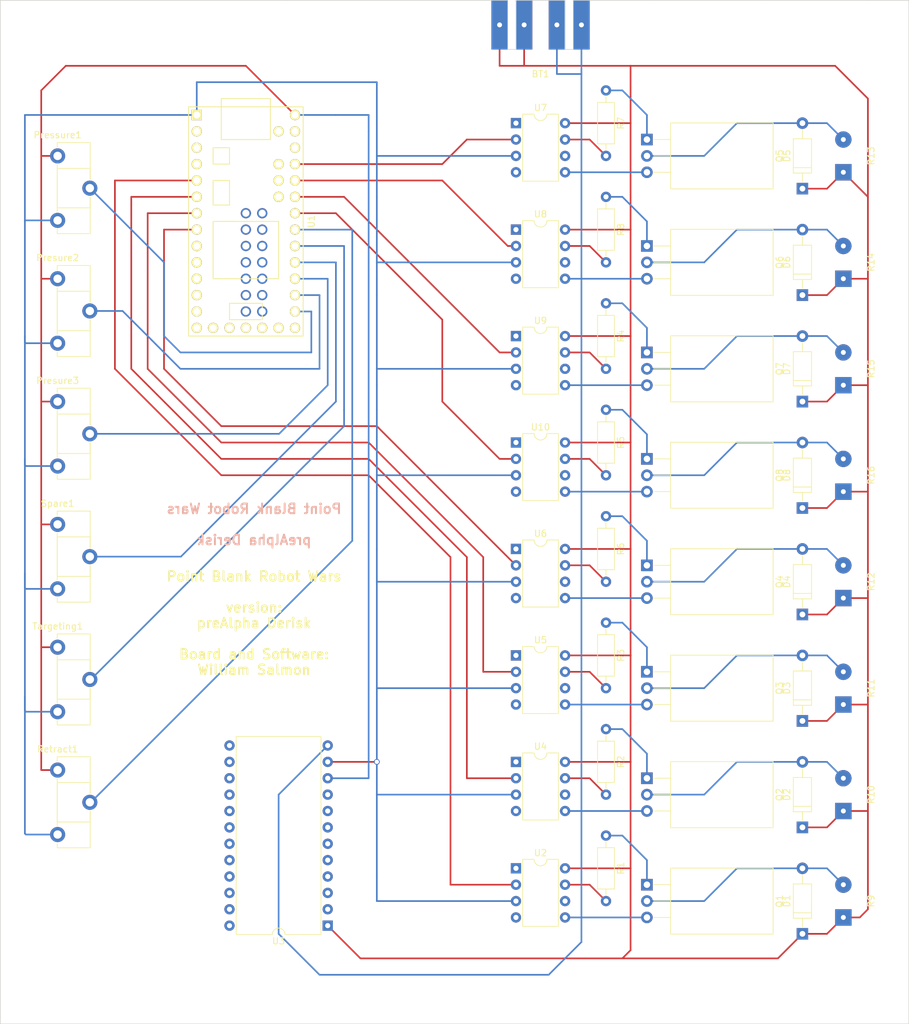
<source format=kicad_pcb>
(kicad_pcb (version 4) (host pcbnew "(2017-02-01 revision d1f8dbb)-4.0")

  (general
    (links 112)
    (no_connects 0)
    (area 74.879999 26.619999 148.640001 34.340001)
    (thickness 1.6)
    (drawings 18)
    (tracks 318)
    (zones 0)
    (modules 49)
    (nets 102)
  )

  (page A3)
  (layers
    (0 F.Cu signal)
    (31 B.Cu signal)
    (32 B.Adhes user)
    (33 F.Adhes user)
    (34 B.Paste user)
    (35 F.Paste user)
    (36 B.SilkS user)
    (37 F.SilkS user)
    (38 B.Mask user)
    (39 F.Mask user)
    (40 Dwgs.User user)
    (41 Cmts.User user)
    (42 Eco1.User user)
    (43 Eco2.User user)
    (44 Edge.Cuts user)
  )

  (setup
    (last_trace_width 0.254)
    (trace_clearance 0.254)
    (zone_clearance 0.508)
    (zone_45_only no)
    (trace_min 0.254)
    (segment_width 0.2)
    (edge_width 0.1)
    (via_size 0.889)
    (via_drill 0.635)
    (via_min_size 0.889)
    (via_min_drill 0.508)
    (uvia_size 0.508)
    (uvia_drill 0.127)
    (uvias_allowed no)
    (uvia_min_size 0.508)
    (uvia_min_drill 0.127)
    (pcb_text_width 0.3)
    (pcb_text_size 1.5 1.5)
    (mod_edge_width 0.15)
    (mod_text_size 1 1)
    (mod_text_width 0.15)
    (pad_size 1.5 1.5)
    (pad_drill 0.6)
    (pad_to_mask_clearance 0)
    (aux_axis_origin 0 0)
    (visible_elements FFFFFFBF)
    (pcbplotparams
      (layerselection 0x00030_80000001)
      (usegerberextensions true)
      (excludeedgelayer true)
      (linewidth 0.150000)
      (plotframeref false)
      (viasonmask false)
      (mode 1)
      (useauxorigin false)
      (hpglpennumber 1)
      (hpglpenspeed 20)
      (hpglpendiameter 15)
      (hpglpenoverlay 2)
      (psnegative false)
      (psa4output false)
      (plotreference true)
      (plotvalue true)
      (plotinvisibletext false)
      (padsonsilk false)
      (subtractmaskfromsilk false)
      (outputformat 1)
      (mirror false)
      (drillshape 1)
      (scaleselection 1)
      (outputdirectory ""))
  )

  (net 0 "")
  (net 1 GND)
  (net 2 "Net-(Q1-Pad1)")
  (net 3 "Net-(R1-Pad2)")
  (net 4 "Net-(U1-Pad2)")
  (net 5 "Net-(U1-Pad3)")
  (net 6 "Net-(U1-Pad4)")
  (net 7 "Net-(U1-Pad9)")
  (net 8 "Net-(U1-Pad10)")
  (net 9 "Net-(U1-Pad11)")
  (net 10 "Net-(U1-Pad12)")
  (net 11 "Net-(U1-Pad13)")
  (net 12 "Net-(U1-Pad14)")
  (net 13 "Net-(U1-Pad15)")
  (net 14 "Net-(U1-Pad16)")
  (net 15 "Net-(U1-Pad17)")
  (net 16 "Net-(U1-Pad18)")
  (net 17 "Net-(U1-Pad19)")
  (net 18 "Net-(U1-Pad20)")
  (net 19 "Net-(U2-Pad1)")
  (net 20 "Net-(U2-Pad6)")
  (net 21 "Net-(U2-Pad4)")
  (net 22 "Net-(U1-Pad31)")
  (net 23 "Net-(U1-Pad32)")
  (net 24 "Net-(U1-Pad34)")
  (net 25 "Net-(U1-Pad35)")
  (net 26 "Net-(U1-Pad36)")
  (net 27 "Net-(U1-Pad37)")
  (net 28 "Net-(U1-Pad38)")
  (net 29 "Net-(U1-Pad39)")
  (net 30 "Net-(U1-Pad40)")
  (net 31 "Net-(U1-Pad41)")
  (net 32 "Net-(U1-Pad42)")
  (net 33 "Net-(U1-Pad43)")
  (net 34 "Net-(U1-Pad44)")
  (net 35 "Net-(U1-Pad45)")
  (net 36 "Net-(U1-Pad46)")
  (net 37 "Net-(U1-Pad47)")
  (net 38 "Net-(U1-Pad48)")
  (net 39 "Net-(U1-Pad49)")
  (net 40 "Net-(U1-Pad50)")
  (net 41 "Net-(U1-Pad51)")
  (net 42 "Net-(Q2-Pad1)")
  (net 43 "Net-(Q3-Pad1)")
  (net 44 "Net-(R3-Pad2)")
  (net 45 "Net-(R4-Pad2)")
  (net 46 "Net-(U4-Pad1)")
  (net 47 "Net-(U4-Pad6)")
  (net 48 "Net-(U4-Pad4)")
  (net 49 "Net-(U5-Pad1)")
  (net 50 "Net-(U5-Pad6)")
  (net 51 "Net-(U5-Pad4)")
  (net 52 +24V)
  (net 53 "Net-(D1-Pad2)")
  (net 54 "Net-(D2-Pad2)")
  (net 55 "Net-(D3-Pad2)")
  (net 56 "Net-(D4-Pad2)")
  (net 57 "Net-(D5-Pad2)")
  (net 58 "Net-(D6-Pad2)")
  (net 59 "Net-(D7-Pad2)")
  (net 60 "Net-(D8-Pad2)")
  (net 61 "Net-(Q4-Pad1)")
  (net 62 "Net-(Q5-Pad1)")
  (net 63 "Net-(Q6-Pad1)")
  (net 64 "Net-(Q7-Pad1)")
  (net 65 "Net-(Q8-Pad1)")
  (net 66 "Net-(R2-Pad2)")
  (net 67 "Net-(R5-Pad2)")
  (net 68 "Net-(R6-Pad2)")
  (net 69 "Net-(R7-Pad2)")
  (net 70 "Net-(R8-Pad2)")
  (net 71 /Sheet58E8F73D/chanel8)
  (net 72 /Sheet58E8F73D/chanel7)
  (net 73 /Sheet58E8F73D/chanel6)
  (net 74 /Sheet58E8F73D/changel5)
  (net 75 /Sheet58E8F73D/chanel4)
  (net 76 /Sheet58E8F73D/chanel3)
  (net 77 /Sheet58E8F73D/chanel2)
  (net 78 /Sheet58E8F73D/chanel1)
  (net 79 /Sheet58E8F73D/cleanGND)
  (net 80 "Net-(U6-Pad1)")
  (net 81 "Net-(U6-Pad6)")
  (net 82 "Net-(U6-Pad4)")
  (net 83 "Net-(U7-Pad1)")
  (net 84 "Net-(U7-Pad6)")
  (net 85 "Net-(U7-Pad4)")
  (net 86 "Net-(U8-Pad1)")
  (net 87 "Net-(U8-Pad6)")
  (net 88 "Net-(U8-Pad4)")
  (net 89 "Net-(U9-Pad1)")
  (net 90 "Net-(U9-Pad6)")
  (net 91 "Net-(U9-Pad4)")
  (net 92 "Net-(U10-Pad1)")
  (net 93 "Net-(U10-Pad6)")
  (net 94 "Net-(U10-Pad4)")
  (net 95 "Net-(Pressure1-Pad1)")
  (net 96 "Net-(Pressure1-Pad2)")
  (net 97 "Net-(Presure2-Pad2)")
  (net 98 "Net-(Presure3-Pad2)")
  (net 99 "Net-(Spare1-Pad2)")
  (net 100 "Net-(Targeting1-Pad2)")
  (net 101 "Net-(Retract1-Pad2)")

  (net_class Default "This is the default net class."
    (clearance 0.254)
    (trace_width 0.254)
    (via_dia 0.889)
    (via_drill 0.635)
    (uvia_dia 0.508)
    (uvia_drill 0.127)
    (add_net +24V)
    (add_net /Sheet58E8F73D/chanel1)
    (add_net /Sheet58E8F73D/chanel2)
    (add_net /Sheet58E8F73D/chanel3)
    (add_net /Sheet58E8F73D/chanel4)
    (add_net /Sheet58E8F73D/chanel6)
    (add_net /Sheet58E8F73D/chanel7)
    (add_net /Sheet58E8F73D/chanel8)
    (add_net /Sheet58E8F73D/changel5)
    (add_net /Sheet58E8F73D/cleanGND)
    (add_net GND)
    (add_net "Net-(D1-Pad2)")
    (add_net "Net-(D2-Pad2)")
    (add_net "Net-(D3-Pad2)")
    (add_net "Net-(D4-Pad2)")
    (add_net "Net-(D5-Pad2)")
    (add_net "Net-(D6-Pad2)")
    (add_net "Net-(D7-Pad2)")
    (add_net "Net-(D8-Pad2)")
    (add_net "Net-(Pressure1-Pad1)")
    (add_net "Net-(Pressure1-Pad2)")
    (add_net "Net-(Presure2-Pad2)")
    (add_net "Net-(Presure3-Pad2)")
    (add_net "Net-(Q1-Pad1)")
    (add_net "Net-(Q2-Pad1)")
    (add_net "Net-(Q3-Pad1)")
    (add_net "Net-(Q4-Pad1)")
    (add_net "Net-(Q5-Pad1)")
    (add_net "Net-(Q6-Pad1)")
    (add_net "Net-(Q7-Pad1)")
    (add_net "Net-(Q8-Pad1)")
    (add_net "Net-(R1-Pad2)")
    (add_net "Net-(R2-Pad2)")
    (add_net "Net-(R3-Pad2)")
    (add_net "Net-(R4-Pad2)")
    (add_net "Net-(R5-Pad2)")
    (add_net "Net-(R6-Pad2)")
    (add_net "Net-(R7-Pad2)")
    (add_net "Net-(R8-Pad2)")
    (add_net "Net-(Retract1-Pad2)")
    (add_net "Net-(Spare1-Pad2)")
    (add_net "Net-(Targeting1-Pad2)")
    (add_net "Net-(U1-Pad10)")
    (add_net "Net-(U1-Pad11)")
    (add_net "Net-(U1-Pad12)")
    (add_net "Net-(U1-Pad13)")
    (add_net "Net-(U1-Pad14)")
    (add_net "Net-(U1-Pad15)")
    (add_net "Net-(U1-Pad16)")
    (add_net "Net-(U1-Pad17)")
    (add_net "Net-(U1-Pad18)")
    (add_net "Net-(U1-Pad19)")
    (add_net "Net-(U1-Pad2)")
    (add_net "Net-(U1-Pad20)")
    (add_net "Net-(U1-Pad3)")
    (add_net "Net-(U1-Pad31)")
    (add_net "Net-(U1-Pad32)")
    (add_net "Net-(U1-Pad34)")
    (add_net "Net-(U1-Pad35)")
    (add_net "Net-(U1-Pad36)")
    (add_net "Net-(U1-Pad37)")
    (add_net "Net-(U1-Pad38)")
    (add_net "Net-(U1-Pad39)")
    (add_net "Net-(U1-Pad4)")
    (add_net "Net-(U1-Pad40)")
    (add_net "Net-(U1-Pad41)")
    (add_net "Net-(U1-Pad42)")
    (add_net "Net-(U1-Pad43)")
    (add_net "Net-(U1-Pad44)")
    (add_net "Net-(U1-Pad45)")
    (add_net "Net-(U1-Pad46)")
    (add_net "Net-(U1-Pad47)")
    (add_net "Net-(U1-Pad48)")
    (add_net "Net-(U1-Pad49)")
    (add_net "Net-(U1-Pad50)")
    (add_net "Net-(U1-Pad51)")
    (add_net "Net-(U1-Pad9)")
    (add_net "Net-(U10-Pad1)")
    (add_net "Net-(U10-Pad4)")
    (add_net "Net-(U10-Pad6)")
    (add_net "Net-(U2-Pad1)")
    (add_net "Net-(U2-Pad4)")
    (add_net "Net-(U2-Pad6)")
    (add_net "Net-(U4-Pad1)")
    (add_net "Net-(U4-Pad4)")
    (add_net "Net-(U4-Pad6)")
    (add_net "Net-(U5-Pad1)")
    (add_net "Net-(U5-Pad4)")
    (add_net "Net-(U5-Pad6)")
    (add_net "Net-(U6-Pad1)")
    (add_net "Net-(U6-Pad4)")
    (add_net "Net-(U6-Pad6)")
    (add_net "Net-(U7-Pad1)")
    (add_net "Net-(U7-Pad4)")
    (add_net "Net-(U7-Pad6)")
    (add_net "Net-(U8-Pad1)")
    (add_net "Net-(U8-Pad4)")
    (add_net "Net-(U8-Pad6)")
    (add_net "Net-(U9-Pad1)")
    (add_net "Net-(U9-Pad4)")
    (add_net "Net-(U9-Pad6)")
  )

  (module TO_SOT_Packages_THT:TO-220_Horizontal (layer F.Cu) (tedit 58CE52AD) (tstamp 58EC0BFC)
    (at 162.56 74.93 270)
    (descr "TO-220, Horizontal, RM 2.54mm")
    (tags "TO-220 Horizontal RM 2.54mm")
    (path /58E8F73E/58E91871)
    (fp_text reference Q5 (at 2.54 -20.58 270) (layer F.SilkS)
      (effects (font (size 1 1) (thickness 0.15)))
    )
    (fp_text value IRLZ34N (at 2.54 1.9 270) (layer F.Fab)
      (effects (font (size 1 1) (thickness 0.15)))
    )
    (fp_text user %R (at 2.54 -20.58 270) (layer F.Fab)
      (effects (font (size 1 1) (thickness 0.15)))
    )
    (fp_line (start -2.46 -13.06) (end -2.46 -19.46) (layer F.Fab) (width 0.1))
    (fp_line (start -2.46 -19.46) (end 7.54 -19.46) (layer F.Fab) (width 0.1))
    (fp_line (start 7.54 -19.46) (end 7.54 -13.06) (layer F.Fab) (width 0.1))
    (fp_line (start 7.54 -13.06) (end -2.46 -13.06) (layer F.Fab) (width 0.1))
    (fp_line (start -2.46 -3.81) (end -2.46 -13.06) (layer F.Fab) (width 0.1))
    (fp_line (start -2.46 -13.06) (end 7.54 -13.06) (layer F.Fab) (width 0.1))
    (fp_line (start 7.54 -13.06) (end 7.54 -3.81) (layer F.Fab) (width 0.1))
    (fp_line (start 7.54 -3.81) (end -2.46 -3.81) (layer F.Fab) (width 0.1))
    (fp_line (start 0 -3.81) (end 0 0) (layer F.Fab) (width 0.1))
    (fp_line (start 2.54 -3.81) (end 2.54 0) (layer F.Fab) (width 0.1))
    (fp_line (start 5.08 -3.81) (end 5.08 0) (layer F.Fab) (width 0.1))
    (fp_line (start -2.58 -3.69) (end 7.66 -3.69) (layer F.SilkS) (width 0.12))
    (fp_line (start -2.58 -19.58) (end 7.66 -19.58) (layer F.SilkS) (width 0.12))
    (fp_line (start -2.58 -19.58) (end -2.58 -3.69) (layer F.SilkS) (width 0.12))
    (fp_line (start 7.66 -19.58) (end 7.66 -3.69) (layer F.SilkS) (width 0.12))
    (fp_line (start 0 -3.69) (end 0 -1.05) (layer F.SilkS) (width 0.12))
    (fp_line (start 2.54 -3.69) (end 2.54 -1.066) (layer F.SilkS) (width 0.12))
    (fp_line (start 5.08 -3.69) (end 5.08 -1.066) (layer F.SilkS) (width 0.12))
    (fp_line (start -2.71 -19.71) (end -2.71 1.15) (layer F.CrtYd) (width 0.05))
    (fp_line (start -2.71 1.15) (end 7.79 1.15) (layer F.CrtYd) (width 0.05))
    (fp_line (start 7.79 1.15) (end 7.79 -19.71) (layer F.CrtYd) (width 0.05))
    (fp_line (start 7.79 -19.71) (end -2.71 -19.71) (layer F.CrtYd) (width 0.05))
    (fp_circle (center 2.54 -16.66) (end 4.39 -16.66) (layer F.Fab) (width 0.1))
    (pad 0 np_thru_hole oval (at 2.54 -16.66 270) (size 3.5 3.5) (drill 3.5) (layers *.Cu *.Mask))
    (pad 1 thru_hole rect (at 0 0 270) (size 1.8 1.8) (drill 1) (layers *.Cu *.Mask)
      (net 62 "Net-(Q5-Pad1)"))
    (pad 2 thru_hole oval (at 2.54 0 270) (size 1.8 1.8) (drill 1) (layers *.Cu *.Mask)
      (net 57 "Net-(D5-Pad2)"))
    (pad 3 thru_hole oval (at 5.08 0 270) (size 1.8 1.8) (drill 1) (layers *.Cu *.Mask)
      (net 1 GND))
    (model ${KISYS3DMOD}/TO_SOT_Packages_THT.3dshapes/TO-220_Horizontal.wrl
      (at (xyz 0.1 0 0))
      (scale (xyz 0.393701 0.393701 0.393701))
      (rotate (xyz 0 0 0))
    )
  )

  (module TO_SOT_Packages_THT:TO-220_Horizontal (layer F.Cu) (tedit 58CE52AD) (tstamp 58EC0BE7)
    (at 162.56 173.99 270)
    (descr "TO-220, Horizontal, RM 2.54mm")
    (tags "TO-220 Horizontal RM 2.54mm")
    (path /58E8F73E/58E917D0)
    (fp_text reference Q2 (at 2.54 -20.58 270) (layer F.SilkS)
      (effects (font (size 1 1) (thickness 0.15)))
    )
    (fp_text value IRLZ34N (at 2.54 1.9 270) (layer F.Fab)
      (effects (font (size 1 1) (thickness 0.15)))
    )
    (fp_text user %R (at 2.54 -20.58 270) (layer F.Fab)
      (effects (font (size 1 1) (thickness 0.15)))
    )
    (fp_line (start -2.46 -13.06) (end -2.46 -19.46) (layer F.Fab) (width 0.1))
    (fp_line (start -2.46 -19.46) (end 7.54 -19.46) (layer F.Fab) (width 0.1))
    (fp_line (start 7.54 -19.46) (end 7.54 -13.06) (layer F.Fab) (width 0.1))
    (fp_line (start 7.54 -13.06) (end -2.46 -13.06) (layer F.Fab) (width 0.1))
    (fp_line (start -2.46 -3.81) (end -2.46 -13.06) (layer F.Fab) (width 0.1))
    (fp_line (start -2.46 -13.06) (end 7.54 -13.06) (layer F.Fab) (width 0.1))
    (fp_line (start 7.54 -13.06) (end 7.54 -3.81) (layer F.Fab) (width 0.1))
    (fp_line (start 7.54 -3.81) (end -2.46 -3.81) (layer F.Fab) (width 0.1))
    (fp_line (start 0 -3.81) (end 0 0) (layer F.Fab) (width 0.1))
    (fp_line (start 2.54 -3.81) (end 2.54 0) (layer F.Fab) (width 0.1))
    (fp_line (start 5.08 -3.81) (end 5.08 0) (layer F.Fab) (width 0.1))
    (fp_line (start -2.58 -3.69) (end 7.66 -3.69) (layer F.SilkS) (width 0.12))
    (fp_line (start -2.58 -19.58) (end 7.66 -19.58) (layer F.SilkS) (width 0.12))
    (fp_line (start -2.58 -19.58) (end -2.58 -3.69) (layer F.SilkS) (width 0.12))
    (fp_line (start 7.66 -19.58) (end 7.66 -3.69) (layer F.SilkS) (width 0.12))
    (fp_line (start 0 -3.69) (end 0 -1.05) (layer F.SilkS) (width 0.12))
    (fp_line (start 2.54 -3.69) (end 2.54 -1.066) (layer F.SilkS) (width 0.12))
    (fp_line (start 5.08 -3.69) (end 5.08 -1.066) (layer F.SilkS) (width 0.12))
    (fp_line (start -2.71 -19.71) (end -2.71 1.15) (layer F.CrtYd) (width 0.05))
    (fp_line (start -2.71 1.15) (end 7.79 1.15) (layer F.CrtYd) (width 0.05))
    (fp_line (start 7.79 1.15) (end 7.79 -19.71) (layer F.CrtYd) (width 0.05))
    (fp_line (start 7.79 -19.71) (end -2.71 -19.71) (layer F.CrtYd) (width 0.05))
    (fp_circle (center 2.54 -16.66) (end 4.39 -16.66) (layer F.Fab) (width 0.1))
    (pad 0 np_thru_hole oval (at 2.54 -16.66 270) (size 3.5 3.5) (drill 3.5) (layers *.Cu *.Mask))
    (pad 1 thru_hole rect (at 0 0 270) (size 1.8 1.8) (drill 1) (layers *.Cu *.Mask)
      (net 42 "Net-(Q2-Pad1)"))
    (pad 2 thru_hole oval (at 2.54 0 270) (size 1.8 1.8) (drill 1) (layers *.Cu *.Mask)
      (net 54 "Net-(D2-Pad2)"))
    (pad 3 thru_hole oval (at 5.08 0 270) (size 1.8 1.8) (drill 1) (layers *.Cu *.Mask)
      (net 1 GND))
    (model ${KISYS3DMOD}/TO_SOT_Packages_THT.3dshapes/TO-220_Horizontal.wrl
      (at (xyz 0.1 0 0))
      (scale (xyz 0.393701 0.393701 0.393701))
      (rotate (xyz 0 0 0))
    )
  )

  (module Housings_DIP:DIP-24_W15.24mm (layer F.Cu) (tedit 58CC8E2E) (tstamp 58E8E002)
    (at 113.03 196.85 180)
    (descr "24-lead dip package, row spacing 15.24 mm (600 mils)")
    (tags "DIL DIP PDIP 2.54mm 15.24mm 600mil")
    (path /58E8E69D)
    (fp_text reference U3 (at 7.62 -2.39 180) (layer F.SilkS)
      (effects (font (size 1 1) (thickness 0.15)))
    )
    (fp_text value TRACO_TEL_DCDC (at 7.62 30.33 180) (layer F.Fab)
      (effects (font (size 1 1) (thickness 0.15)))
    )
    (fp_text user %R (at 7.62 13.97 180) (layer F.Fab)
      (effects (font (size 1 1) (thickness 0.15)))
    )
    (fp_line (start 1.255 -1.27) (end 14.985 -1.27) (layer F.Fab) (width 0.1))
    (fp_line (start 14.985 -1.27) (end 14.985 29.21) (layer F.Fab) (width 0.1))
    (fp_line (start 14.985 29.21) (end 0.255 29.21) (layer F.Fab) (width 0.1))
    (fp_line (start 0.255 29.21) (end 0.255 -0.27) (layer F.Fab) (width 0.1))
    (fp_line (start 0.255 -0.27) (end 1.255 -1.27) (layer F.Fab) (width 0.1))
    (fp_line (start 6.62 -1.39) (end 1.04 -1.39) (layer F.SilkS) (width 0.12))
    (fp_line (start 1.04 -1.39) (end 1.04 29.33) (layer F.SilkS) (width 0.12))
    (fp_line (start 1.04 29.33) (end 14.2 29.33) (layer F.SilkS) (width 0.12))
    (fp_line (start 14.2 29.33) (end 14.2 -1.39) (layer F.SilkS) (width 0.12))
    (fp_line (start 14.2 -1.39) (end 8.62 -1.39) (layer F.SilkS) (width 0.12))
    (fp_line (start -1.1 -1.6) (end -1.1 29.5) (layer F.CrtYd) (width 0.05))
    (fp_line (start -1.1 29.5) (end 16.3 29.5) (layer F.CrtYd) (width 0.05))
    (fp_line (start 16.3 29.5) (end 16.3 -1.6) (layer F.CrtYd) (width 0.05))
    (fp_line (start 16.3 -1.6) (end -1.1 -1.6) (layer F.CrtYd) (width 0.05))
    (fp_arc (start 7.62 -1.39) (end 6.62 -1.39) (angle -180) (layer F.SilkS) (width 0.12))
    (pad 1 thru_hole rect (at 0 0 180) (size 1.6 1.6) (drill 0.8) (layers *.Cu *.Mask)
      (net 52 +24V))
    (pad 13 thru_hole oval (at 15.24 27.94 180) (size 1.6 1.6) (drill 0.8) (layers *.Cu *.Mask))
    (pad 2 thru_hole oval (at 0 2.54 180) (size 1.6 1.6) (drill 0.8) (layers *.Cu *.Mask))
    (pad 14 thru_hole oval (at 15.24 25.4 180) (size 1.6 1.6) (drill 0.8) (layers *.Cu *.Mask))
    (pad 3 thru_hole oval (at 0 5.08 180) (size 1.6 1.6) (drill 0.8) (layers *.Cu *.Mask))
    (pad 15 thru_hole oval (at 15.24 22.86 180) (size 1.6 1.6) (drill 0.8) (layers *.Cu *.Mask))
    (pad 4 thru_hole oval (at 0 7.62 180) (size 1.6 1.6) (drill 0.8) (layers *.Cu *.Mask))
    (pad 16 thru_hole oval (at 15.24 20.32 180) (size 1.6 1.6) (drill 0.8) (layers *.Cu *.Mask))
    (pad 5 thru_hole oval (at 0 10.16 180) (size 1.6 1.6) (drill 0.8) (layers *.Cu *.Mask))
    (pad 17 thru_hole oval (at 15.24 17.78 180) (size 1.6 1.6) (drill 0.8) (layers *.Cu *.Mask))
    (pad 6 thru_hole oval (at 0 12.7 180) (size 1.6 1.6) (drill 0.8) (layers *.Cu *.Mask))
    (pad 18 thru_hole oval (at 15.24 15.24 180) (size 1.6 1.6) (drill 0.8) (layers *.Cu *.Mask))
    (pad 7 thru_hole oval (at 0 15.24 180) (size 1.6 1.6) (drill 0.8) (layers *.Cu *.Mask))
    (pad 19 thru_hole oval (at 15.24 12.7 180) (size 1.6 1.6) (drill 0.8) (layers *.Cu *.Mask))
    (pad 8 thru_hole oval (at 0 17.78 180) (size 1.6 1.6) (drill 0.8) (layers *.Cu *.Mask))
    (pad 20 thru_hole oval (at 15.24 10.16 180) (size 1.6 1.6) (drill 0.8) (layers *.Cu *.Mask))
    (pad 9 thru_hole oval (at 0 20.32 180) (size 1.6 1.6) (drill 0.8) (layers *.Cu *.Mask))
    (pad 21 thru_hole oval (at 15.24 7.62 180) (size 1.6 1.6) (drill 0.8) (layers *.Cu *.Mask))
    (pad 10 thru_hole oval (at 0 22.86 180) (size 1.6 1.6) (drill 0.8) (layers *.Cu *.Mask)
      (net 95 "Net-(Pressure1-Pad1)"))
    (pad 22 thru_hole oval (at 15.24 5.08 180) (size 1.6 1.6) (drill 0.8) (layers *.Cu *.Mask))
    (pad 11 thru_hole oval (at 0 25.4 180) (size 1.6 1.6) (drill 0.8) (layers *.Cu *.Mask)
      (net 79 /Sheet58E8F73D/cleanGND))
    (pad 23 thru_hole oval (at 15.24 2.54 180) (size 1.6 1.6) (drill 0.8) (layers *.Cu *.Mask))
    (pad 12 thru_hole oval (at 0 27.94 180) (size 1.6 1.6) (drill 0.8) (layers *.Cu *.Mask)
      (net 1 GND))
    (pad 24 thru_hole oval (at 15.24 0 180) (size 1.6 1.6) (drill 0.8) (layers *.Cu *.Mask))
    (model Housings_DIP.3dshapes/DIP-24_W15.24mm.wrl
      (at (xyz 0 0 0))
      (scale (xyz 1 1 1))
      (rotate (xyz 0 0 0))
    )
  )

  (module Housings_DIP:DIP-8_W7.62mm (layer F.Cu) (tedit 58CC8E33) (tstamp 58E8DF0D)
    (at 142.24 187.96)
    (descr "8-lead dip package, row spacing 7.62 mm (300 mils)")
    (tags "DIL DIP PDIP 2.54mm 7.62mm 300mil")
    (path /58E8F73E/58E9068A)
    (fp_text reference U2 (at 3.81 -2.39) (layer F.SilkS)
      (effects (font (size 1 1) (thickness 0.15)))
    )
    (fp_text value HCPL3120 (at 3.81 10.01) (layer F.Fab)
      (effects (font (size 1 1) (thickness 0.15)))
    )
    (fp_text user %R (at 3.81 3.81) (layer F.Fab)
      (effects (font (size 1 1) (thickness 0.15)))
    )
    (fp_line (start 1.635 -1.27) (end 6.985 -1.27) (layer F.Fab) (width 0.1))
    (fp_line (start 6.985 -1.27) (end 6.985 8.89) (layer F.Fab) (width 0.1))
    (fp_line (start 6.985 8.89) (end 0.635 8.89) (layer F.Fab) (width 0.1))
    (fp_line (start 0.635 8.89) (end 0.635 -0.27) (layer F.Fab) (width 0.1))
    (fp_line (start 0.635 -0.27) (end 1.635 -1.27) (layer F.Fab) (width 0.1))
    (fp_line (start 2.81 -1.39) (end 1.04 -1.39) (layer F.SilkS) (width 0.12))
    (fp_line (start 1.04 -1.39) (end 1.04 9.01) (layer F.SilkS) (width 0.12))
    (fp_line (start 1.04 9.01) (end 6.58 9.01) (layer F.SilkS) (width 0.12))
    (fp_line (start 6.58 9.01) (end 6.58 -1.39) (layer F.SilkS) (width 0.12))
    (fp_line (start 6.58 -1.39) (end 4.81 -1.39) (layer F.SilkS) (width 0.12))
    (fp_line (start -1.1 -1.6) (end -1.1 9.2) (layer F.CrtYd) (width 0.05))
    (fp_line (start -1.1 9.2) (end 8.7 9.2) (layer F.CrtYd) (width 0.05))
    (fp_line (start 8.7 9.2) (end 8.7 -1.6) (layer F.CrtYd) (width 0.05))
    (fp_line (start 8.7 -1.6) (end -1.1 -1.6) (layer F.CrtYd) (width 0.05))
    (fp_arc (start 3.81 -1.39) (end 2.81 -1.39) (angle -180) (layer F.SilkS) (width 0.12))
    (pad 1 thru_hole rect (at 0 0) (size 1.6 1.6) (drill 0.8) (layers *.Cu *.Mask)
      (net 19 "Net-(U2-Pad1)"))
    (pad 5 thru_hole oval (at 7.62 7.62) (size 1.6 1.6) (drill 0.8) (layers *.Cu *.Mask)
      (net 1 GND))
    (pad 2 thru_hole oval (at 0 2.54) (size 1.6 1.6) (drill 0.8) (layers *.Cu *.Mask)
      (net 78 /Sheet58E8F73D/chanel1))
    (pad 6 thru_hole oval (at 7.62 5.08) (size 1.6 1.6) (drill 0.8) (layers *.Cu *.Mask)
      (net 20 "Net-(U2-Pad6)"))
    (pad 3 thru_hole oval (at 0 5.08) (size 1.6 1.6) (drill 0.8) (layers *.Cu *.Mask)
      (net 79 /Sheet58E8F73D/cleanGND))
    (pad 7 thru_hole oval (at 7.62 2.54) (size 1.6 1.6) (drill 0.8) (layers *.Cu *.Mask)
      (net 3 "Net-(R1-Pad2)"))
    (pad 4 thru_hole oval (at 0 7.62) (size 1.6 1.6) (drill 0.8) (layers *.Cu *.Mask)
      (net 21 "Net-(U2-Pad4)"))
    (pad 8 thru_hole oval (at 7.62 0) (size 1.6 1.6) (drill 0.8) (layers *.Cu *.Mask)
      (net 52 +24V))
    (model Housings_DIP.3dshapes/DIP-8_W7.62mm.wrl
      (at (xyz 0 0 0))
      (scale (xyz 1 1 1))
      (rotate (xyz 0 0 0))
    )
  )

  (module Teensy:Teensy30_31_32_LC (layer F.Cu) (tedit 581B9EAD) (tstamp 58E8DFCC)
    (at 100.33 87.63 270)
    (path /58E80BBA)
    (fp_text reference U1 (at 0 -10.16 270) (layer F.SilkS)
      (effects (font (size 1 1) (thickness 0.15)))
    )
    (fp_text value TEENSY3.1 (at 0 10.16 270) (layer F.Fab)
      (effects (font (size 1 1) (thickness 0.15)))
    )
    (fp_line (start -17.78 3.81) (end -19.05 3.81) (layer F.SilkS) (width 0.15))
    (fp_line (start -19.05 3.81) (end -19.05 -3.81) (layer F.SilkS) (width 0.15))
    (fp_line (start -19.05 -3.81) (end -17.78 -3.81) (layer F.SilkS) (width 0.15))
    (fp_line (start -6.35 5.08) (end -2.54 5.08) (layer F.SilkS) (width 0.15))
    (fp_line (start -2.54 5.08) (end -2.54 2.54) (layer F.SilkS) (width 0.15))
    (fp_line (start -2.54 2.54) (end -6.35 2.54) (layer F.SilkS) (width 0.15))
    (fp_line (start -6.35 2.54) (end -6.35 5.08) (layer F.SilkS) (width 0.15))
    (fp_line (start -12.7 3.81) (end -12.7 -3.81) (layer F.SilkS) (width 0.15))
    (fp_line (start -12.7 -3.81) (end -17.78 -3.81) (layer F.SilkS) (width 0.15))
    (fp_line (start -12.7 3.81) (end -17.78 3.81) (layer F.SilkS) (width 0.15))
    (fp_line (start -11.43 5.08) (end -8.89 5.08) (layer F.SilkS) (width 0.15))
    (fp_line (start -8.89 5.08) (end -8.89 2.54) (layer F.SilkS) (width 0.15))
    (fp_line (start -8.89 2.54) (end -11.43 2.54) (layer F.SilkS) (width 0.15))
    (fp_line (start -11.43 2.54) (end -11.43 5.08) (layer F.SilkS) (width 0.15))
    (fp_line (start 15.24 -2.54) (end 15.24 2.54) (layer F.SilkS) (width 0.15))
    (fp_line (start 15.24 2.54) (end 12.7 2.54) (layer F.SilkS) (width 0.15))
    (fp_line (start 12.7 2.54) (end 12.7 -2.54) (layer F.SilkS) (width 0.15))
    (fp_line (start 12.7 -2.54) (end 15.24 -2.54) (layer F.SilkS) (width 0.15))
    (fp_line (start 8.89 5.08) (end 8.89 -5.08) (layer F.SilkS) (width 0.15))
    (fp_line (start 0 -5.08) (end 0 5.08) (layer F.SilkS) (width 0.15))
    (fp_line (start 8.89 -5.08) (end 0 -5.08) (layer F.SilkS) (width 0.15))
    (fp_line (start 8.89 5.08) (end 0 5.08) (layer F.SilkS) (width 0.15))
    (fp_line (start -17.78 -8.89) (end 17.78 -8.89) (layer F.SilkS) (width 0.15))
    (fp_line (start 17.78 -8.89) (end 17.78 8.89) (layer F.SilkS) (width 0.15))
    (fp_line (start 17.78 8.89) (end -17.78 8.89) (layer F.SilkS) (width 0.15))
    (fp_line (start -17.78 8.89) (end -17.78 -8.89) (layer F.SilkS) (width 0.15))
    (pad 17 thru_hole circle (at 16.51 0 270) (size 1.6 1.6) (drill 1.1) (layers *.Cu *.Mask F.SilkS)
      (net 15 "Net-(U1-Pad17)"))
    (pad 18 thru_hole circle (at 16.51 -2.54 270) (size 1.6 1.6) (drill 1.1) (layers *.Cu *.Mask F.SilkS)
      (net 16 "Net-(U1-Pad18)"))
    (pad 19 thru_hole circle (at 16.51 -5.08 270) (size 1.6 1.6) (drill 1.1) (layers *.Cu *.Mask F.SilkS)
      (net 17 "Net-(U1-Pad19)"))
    (pad 20 thru_hole circle (at 16.51 -7.62 270) (size 1.6 1.6) (drill 1.1) (layers *.Cu *.Mask F.SilkS)
      (net 18 "Net-(U1-Pad20)"))
    (pad 16 thru_hole circle (at 16.51 2.54 270) (size 1.6 1.6) (drill 1.1) (layers *.Cu *.Mask F.SilkS)
      (net 14 "Net-(U1-Pad16)"))
    (pad 15 thru_hole circle (at 16.51 5.08 270) (size 1.6 1.6) (drill 1.1) (layers *.Cu *.Mask F.SilkS)
      (net 13 "Net-(U1-Pad15)"))
    (pad 14 thru_hole circle (at 16.51 7.62 270) (size 1.6 1.6) (drill 1.1) (layers *.Cu *.Mask F.SilkS)
      (net 12 "Net-(U1-Pad14)"))
    (pad 21 thru_hole circle (at 13.97 -7.62 270) (size 1.6 1.6) (drill 1.1) (layers *.Cu *.Mask F.SilkS)
      (net 96 "Net-(Pressure1-Pad2)"))
    (pad 22 thru_hole circle (at 11.43 -7.62 270) (size 1.6 1.6) (drill 1.1) (layers *.Cu *.Mask F.SilkS)
      (net 97 "Net-(Presure2-Pad2)"))
    (pad 23 thru_hole circle (at 8.89 -7.62 270) (size 1.6 1.6) (drill 1.1) (layers *.Cu *.Mask F.SilkS)
      (net 98 "Net-(Presure3-Pad2)"))
    (pad 24 thru_hole circle (at 6.35 -7.62 270) (size 1.6 1.6) (drill 1.1) (layers *.Cu *.Mask F.SilkS)
      (net 99 "Net-(Spare1-Pad2)"))
    (pad 25 thru_hole circle (at 3.81 -7.62 270) (size 1.6 1.6) (drill 1.1) (layers *.Cu *.Mask F.SilkS)
      (net 100 "Net-(Targeting1-Pad2)"))
    (pad 26 thru_hole circle (at 1.27 -7.62 270) (size 1.6 1.6) (drill 1.1) (layers *.Cu *.Mask F.SilkS)
      (net 101 "Net-(Retract1-Pad2)"))
    (pad 27 thru_hole circle (at -1.27 -7.62 270) (size 1.6 1.6) (drill 1.1) (layers *.Cu *.Mask F.SilkS)
      (net 71 /Sheet58E8F73D/chanel8))
    (pad 28 thru_hole circle (at -3.81 -7.62 270) (size 1.6 1.6) (drill 1.1) (layers *.Cu *.Mask F.SilkS)
      (net 72 /Sheet58E8F73D/chanel7))
    (pad 29 thru_hole circle (at -6.35 -7.62 270) (size 1.6 1.6) (drill 1.1) (layers *.Cu *.Mask F.SilkS)
      (net 73 /Sheet58E8F73D/chanel6))
    (pad 30 thru_hole circle (at -8.89 -7.62 270) (size 1.6 1.6) (drill 1.1) (layers *.Cu *.Mask F.SilkS)
      (net 74 /Sheet58E8F73D/changel5))
    (pad 31 thru_hole circle (at -11.43 -7.62 270) (size 1.6 1.6) (drill 1.1) (layers *.Cu *.Mask F.SilkS)
      (net 22 "Net-(U1-Pad31)"))
    (pad 32 thru_hole circle (at -13.97 -7.62 270) (size 1.6 1.6) (drill 1.1) (layers *.Cu *.Mask F.SilkS)
      (net 23 "Net-(U1-Pad32)"))
    (pad 33 thru_hole circle (at -16.51 -7.62 270) (size 1.6 1.6) (drill 1.1) (layers *.Cu *.Mask F.SilkS)
      (net 95 "Net-(Pressure1-Pad1)"))
    (pad 34 thru_hole circle (at -13.97 -5.08 270) (size 1.6 1.6) (drill 1.1) (layers *.Cu *.Mask F.SilkS)
      (net 24 "Net-(U1-Pad34)"))
    (pad 35 thru_hole circle (at -8.89 -5.08 270) (size 1.6 1.6) (drill 1.1) (layers *.Cu *.Mask F.SilkS)
      (net 25 "Net-(U1-Pad35)"))
    (pad 36 thru_hole circle (at -6.35 -5.08 270) (size 1.6 1.6) (drill 1.1) (layers *.Cu *.Mask F.SilkS)
      (net 26 "Net-(U1-Pad36)"))
    (pad 37 thru_hole circle (at -3.81 -5.08 270) (size 1.6 1.6) (drill 1.1) (layers *.Cu *.Mask F.SilkS)
      (net 27 "Net-(U1-Pad37)"))
    (pad 13 thru_hole circle (at 13.97 7.62 270) (size 1.6 1.6) (drill 1.1) (layers *.Cu *.Mask F.SilkS)
      (net 11 "Net-(U1-Pad13)"))
    (pad 12 thru_hole circle (at 11.43 7.62 270) (size 1.6 1.6) (drill 1.1) (layers *.Cu *.Mask F.SilkS)
      (net 10 "Net-(U1-Pad12)"))
    (pad 11 thru_hole circle (at 8.89 7.62 270) (size 1.6 1.6) (drill 1.1) (layers *.Cu *.Mask F.SilkS)
      (net 9 "Net-(U1-Pad11)"))
    (pad 10 thru_hole circle (at 6.35 7.62 270) (size 1.6 1.6) (drill 1.1) (layers *.Cu *.Mask F.SilkS)
      (net 8 "Net-(U1-Pad10)"))
    (pad 9 thru_hole circle (at 3.81 7.62 270) (size 1.6 1.6) (drill 1.1) (layers *.Cu *.Mask F.SilkS)
      (net 7 "Net-(U1-Pad9)"))
    (pad 8 thru_hole circle (at 1.27 7.62 270) (size 1.6 1.6) (drill 1.1) (layers *.Cu *.Mask F.SilkS)
      (net 75 /Sheet58E8F73D/chanel4))
    (pad 7 thru_hole circle (at -1.27 7.62 270) (size 1.6 1.6) (drill 1.1) (layers *.Cu *.Mask F.SilkS)
      (net 76 /Sheet58E8F73D/chanel3))
    (pad 6 thru_hole circle (at -3.81 7.62 270) (size 1.6 1.6) (drill 1.1) (layers *.Cu *.Mask F.SilkS)
      (net 77 /Sheet58E8F73D/chanel2))
    (pad 5 thru_hole circle (at -6.35 7.62 270) (size 1.6 1.6) (drill 1.1) (layers *.Cu *.Mask F.SilkS)
      (net 78 /Sheet58E8F73D/chanel1))
    (pad 4 thru_hole circle (at -8.89 7.62 270) (size 1.6 1.6) (drill 1.1) (layers *.Cu *.Mask F.SilkS)
      (net 6 "Net-(U1-Pad4)"))
    (pad 3 thru_hole circle (at -11.43 7.62 270) (size 1.6 1.6) (drill 1.1) (layers *.Cu *.Mask F.SilkS)
      (net 5 "Net-(U1-Pad3)"))
    (pad 2 thru_hole circle (at -13.97 7.62 270) (size 1.6 1.6) (drill 1.1) (layers *.Cu *.Mask F.SilkS)
      (net 4 "Net-(U1-Pad2)"))
    (pad 1 thru_hole rect (at -16.51 7.62 270) (size 1.6 1.6) (drill 1.1) (layers *.Cu *.Mask F.SilkS)
      (net 79 /Sheet58E8F73D/cleanGND))
    (pad 38 thru_hole circle (at -1.27 0 270) (size 1.6 1.6) (drill 1.1) (layers *.Cu *.Mask)
      (net 28 "Net-(U1-Pad38)"))
    (pad 39 thru_hole circle (at 1.27 0 270) (size 1.6 1.6) (drill 1.1) (layers *.Cu *.Mask)
      (net 29 "Net-(U1-Pad39)"))
    (pad 40 thru_hole circle (at 3.81 0 270) (size 1.6 1.6) (drill 1.1) (layers *.Cu *.Mask)
      (net 30 "Net-(U1-Pad40)"))
    (pad 41 thru_hole circle (at 6.35 0 270) (size 1.6 1.6) (drill 1.1) (layers *.Cu *.Mask)
      (net 31 "Net-(U1-Pad41)"))
    (pad 42 thru_hole circle (at 8.89 0 270) (size 1.6 1.6) (drill 1.1) (layers *.Cu *.Mask)
      (net 32 "Net-(U1-Pad42)"))
    (pad 43 thru_hole circle (at 11.43 0 270) (size 1.6 1.6) (drill 1.1) (layers *.Cu *.Mask)
      (net 33 "Net-(U1-Pad43)"))
    (pad 44 thru_hole circle (at 13.97 0 270) (size 1.6 1.6) (drill 1.1) (layers *.Cu *.Mask)
      (net 34 "Net-(U1-Pad44)"))
    (pad 45 thru_hole circle (at 13.97 -2.54 270) (size 1.6 1.6) (drill 1.1) (layers *.Cu *.Mask)
      (net 35 "Net-(U1-Pad45)"))
    (pad 46 thru_hole circle (at 11.43 -2.54 270) (size 1.6 1.6) (drill 1.1) (layers *.Cu *.Mask)
      (net 36 "Net-(U1-Pad46)"))
    (pad 47 thru_hole circle (at 8.89 -2.54 270) (size 1.6 1.6) (drill 1.1) (layers *.Cu *.Mask)
      (net 37 "Net-(U1-Pad47)"))
    (pad 48 thru_hole circle (at 6.35 -2.54 270) (size 1.6 1.6) (drill 1.1) (layers *.Cu *.Mask)
      (net 38 "Net-(U1-Pad48)"))
    (pad 49 thru_hole circle (at 3.81 -2.54 270) (size 1.6 1.6) (drill 1.1) (layers *.Cu *.Mask)
      (net 39 "Net-(U1-Pad49)"))
    (pad 50 thru_hole circle (at 1.27 -2.54 270) (size 1.6 1.6) (drill 1.1) (layers *.Cu *.Mask)
      (net 40 "Net-(U1-Pad50)"))
    (pad 51 thru_hole circle (at -1.27 -2.54 270) (size 1.6 1.6) (drill 1.1) (layers *.Cu *.Mask)
      (net 41 "Net-(U1-Pad51)"))
  )

  (module Housings_DIP:DIP-8_W7.62mm (layer F.Cu) (tedit 58CC8E33) (tstamp 58E8E6AA)
    (at 142.24 171.45)
    (descr "8-lead dip package, row spacing 7.62 mm (300 mils)")
    (tags "DIL DIP PDIP 2.54mm 7.62mm 300mil")
    (path /58E8F73E/58E90735)
    (fp_text reference U4 (at 3.81 -2.39) (layer F.SilkS)
      (effects (font (size 1 1) (thickness 0.15)))
    )
    (fp_text value HCPL3120 (at 3.81 10.01) (layer F.Fab)
      (effects (font (size 1 1) (thickness 0.15)))
    )
    (fp_text user %R (at 3.81 3.81) (layer F.Fab)
      (effects (font (size 1 1) (thickness 0.15)))
    )
    (fp_line (start 1.635 -1.27) (end 6.985 -1.27) (layer F.Fab) (width 0.1))
    (fp_line (start 6.985 -1.27) (end 6.985 8.89) (layer F.Fab) (width 0.1))
    (fp_line (start 6.985 8.89) (end 0.635 8.89) (layer F.Fab) (width 0.1))
    (fp_line (start 0.635 8.89) (end 0.635 -0.27) (layer F.Fab) (width 0.1))
    (fp_line (start 0.635 -0.27) (end 1.635 -1.27) (layer F.Fab) (width 0.1))
    (fp_line (start 2.81 -1.39) (end 1.04 -1.39) (layer F.SilkS) (width 0.12))
    (fp_line (start 1.04 -1.39) (end 1.04 9.01) (layer F.SilkS) (width 0.12))
    (fp_line (start 1.04 9.01) (end 6.58 9.01) (layer F.SilkS) (width 0.12))
    (fp_line (start 6.58 9.01) (end 6.58 -1.39) (layer F.SilkS) (width 0.12))
    (fp_line (start 6.58 -1.39) (end 4.81 -1.39) (layer F.SilkS) (width 0.12))
    (fp_line (start -1.1 -1.6) (end -1.1 9.2) (layer F.CrtYd) (width 0.05))
    (fp_line (start -1.1 9.2) (end 8.7 9.2) (layer F.CrtYd) (width 0.05))
    (fp_line (start 8.7 9.2) (end 8.7 -1.6) (layer F.CrtYd) (width 0.05))
    (fp_line (start 8.7 -1.6) (end -1.1 -1.6) (layer F.CrtYd) (width 0.05))
    (fp_arc (start 3.81 -1.39) (end 2.81 -1.39) (angle -180) (layer F.SilkS) (width 0.12))
    (pad 1 thru_hole rect (at 0 0) (size 1.6 1.6) (drill 0.8) (layers *.Cu *.Mask)
      (net 46 "Net-(U4-Pad1)"))
    (pad 5 thru_hole oval (at 7.62 7.62) (size 1.6 1.6) (drill 0.8) (layers *.Cu *.Mask)
      (net 1 GND))
    (pad 2 thru_hole oval (at 0 2.54) (size 1.6 1.6) (drill 0.8) (layers *.Cu *.Mask)
      (net 77 /Sheet58E8F73D/chanel2))
    (pad 6 thru_hole oval (at 7.62 5.08) (size 1.6 1.6) (drill 0.8) (layers *.Cu *.Mask)
      (net 47 "Net-(U4-Pad6)"))
    (pad 3 thru_hole oval (at 0 5.08) (size 1.6 1.6) (drill 0.8) (layers *.Cu *.Mask)
      (net 79 /Sheet58E8F73D/cleanGND))
    (pad 7 thru_hole oval (at 7.62 2.54) (size 1.6 1.6) (drill 0.8) (layers *.Cu *.Mask)
      (net 66 "Net-(R2-Pad2)"))
    (pad 4 thru_hole oval (at 0 7.62) (size 1.6 1.6) (drill 0.8) (layers *.Cu *.Mask)
      (net 48 "Net-(U4-Pad4)"))
    (pad 8 thru_hole oval (at 7.62 0) (size 1.6 1.6) (drill 0.8) (layers *.Cu *.Mask)
      (net 52 +24V))
    (model Housings_DIP.3dshapes/DIP-8_W7.62mm.wrl
      (at (xyz 0 0 0))
      (scale (xyz 1 1 1))
      (rotate (xyz 0 0 0))
    )
  )

  (module Housings_DIP:DIP-8_W7.62mm (layer F.Cu) (tedit 58CC8E33) (tstamp 58E8E6B6)
    (at 142.24 154.94)
    (descr "8-lead dip package, row spacing 7.62 mm (300 mils)")
    (tags "DIL DIP PDIP 2.54mm 7.62mm 300mil")
    (path /58E8F73E/58E907B0)
    (fp_text reference U5 (at 3.81 -2.39) (layer F.SilkS)
      (effects (font (size 1 1) (thickness 0.15)))
    )
    (fp_text value HCPL3120 (at 3.81 10.01) (layer F.Fab)
      (effects (font (size 1 1) (thickness 0.15)))
    )
    (fp_text user %R (at 3.81 3.81) (layer F.Fab)
      (effects (font (size 1 1) (thickness 0.15)))
    )
    (fp_line (start 1.635 -1.27) (end 6.985 -1.27) (layer F.Fab) (width 0.1))
    (fp_line (start 6.985 -1.27) (end 6.985 8.89) (layer F.Fab) (width 0.1))
    (fp_line (start 6.985 8.89) (end 0.635 8.89) (layer F.Fab) (width 0.1))
    (fp_line (start 0.635 8.89) (end 0.635 -0.27) (layer F.Fab) (width 0.1))
    (fp_line (start 0.635 -0.27) (end 1.635 -1.27) (layer F.Fab) (width 0.1))
    (fp_line (start 2.81 -1.39) (end 1.04 -1.39) (layer F.SilkS) (width 0.12))
    (fp_line (start 1.04 -1.39) (end 1.04 9.01) (layer F.SilkS) (width 0.12))
    (fp_line (start 1.04 9.01) (end 6.58 9.01) (layer F.SilkS) (width 0.12))
    (fp_line (start 6.58 9.01) (end 6.58 -1.39) (layer F.SilkS) (width 0.12))
    (fp_line (start 6.58 -1.39) (end 4.81 -1.39) (layer F.SilkS) (width 0.12))
    (fp_line (start -1.1 -1.6) (end -1.1 9.2) (layer F.CrtYd) (width 0.05))
    (fp_line (start -1.1 9.2) (end 8.7 9.2) (layer F.CrtYd) (width 0.05))
    (fp_line (start 8.7 9.2) (end 8.7 -1.6) (layer F.CrtYd) (width 0.05))
    (fp_line (start 8.7 -1.6) (end -1.1 -1.6) (layer F.CrtYd) (width 0.05))
    (fp_arc (start 3.81 -1.39) (end 2.81 -1.39) (angle -180) (layer F.SilkS) (width 0.12))
    (pad 1 thru_hole rect (at 0 0) (size 1.6 1.6) (drill 0.8) (layers *.Cu *.Mask)
      (net 49 "Net-(U5-Pad1)"))
    (pad 5 thru_hole oval (at 7.62 7.62) (size 1.6 1.6) (drill 0.8) (layers *.Cu *.Mask)
      (net 1 GND))
    (pad 2 thru_hole oval (at 0 2.54) (size 1.6 1.6) (drill 0.8) (layers *.Cu *.Mask)
      (net 76 /Sheet58E8F73D/chanel3))
    (pad 6 thru_hole oval (at 7.62 5.08) (size 1.6 1.6) (drill 0.8) (layers *.Cu *.Mask)
      (net 50 "Net-(U5-Pad6)"))
    (pad 3 thru_hole oval (at 0 5.08) (size 1.6 1.6) (drill 0.8) (layers *.Cu *.Mask)
      (net 79 /Sheet58E8F73D/cleanGND))
    (pad 7 thru_hole oval (at 7.62 2.54) (size 1.6 1.6) (drill 0.8) (layers *.Cu *.Mask)
      (net 44 "Net-(R3-Pad2)"))
    (pad 4 thru_hole oval (at 0 7.62) (size 1.6 1.6) (drill 0.8) (layers *.Cu *.Mask)
      (net 51 "Net-(U5-Pad4)"))
    (pad 8 thru_hole oval (at 7.62 0) (size 1.6 1.6) (drill 0.8) (layers *.Cu *.Mask)
      (net 52 +24V))
    (model Housings_DIP.3dshapes/DIP-8_W7.62mm.wrl
      (at (xyz 0 0 0))
      (scale (xyz 1 1 1))
      (rotate (xyz 0 0 0))
    )
  )

  (module Housings_DIP:DIP-8_W7.62mm (layer F.Cu) (tedit 58CC8E33) (tstamp 58E9017B)
    (at 142.24 138.43)
    (descr "8-lead dip package, row spacing 7.62 mm (300 mils)")
    (tags "DIL DIP PDIP 2.54mm 7.62mm 300mil")
    (path /58E8F73E/58E907E9)
    (fp_text reference U6 (at 3.81 -2.39) (layer F.SilkS)
      (effects (font (size 1 1) (thickness 0.15)))
    )
    (fp_text value HCPL3120 (at 3.81 10.01) (layer F.Fab)
      (effects (font (size 1 1) (thickness 0.15)))
    )
    (fp_text user %R (at 3.81 3.81) (layer F.Fab)
      (effects (font (size 1 1) (thickness 0.15)))
    )
    (fp_line (start 1.635 -1.27) (end 6.985 -1.27) (layer F.Fab) (width 0.1))
    (fp_line (start 6.985 -1.27) (end 6.985 8.89) (layer F.Fab) (width 0.1))
    (fp_line (start 6.985 8.89) (end 0.635 8.89) (layer F.Fab) (width 0.1))
    (fp_line (start 0.635 8.89) (end 0.635 -0.27) (layer F.Fab) (width 0.1))
    (fp_line (start 0.635 -0.27) (end 1.635 -1.27) (layer F.Fab) (width 0.1))
    (fp_line (start 2.81 -1.39) (end 1.04 -1.39) (layer F.SilkS) (width 0.12))
    (fp_line (start 1.04 -1.39) (end 1.04 9.01) (layer F.SilkS) (width 0.12))
    (fp_line (start 1.04 9.01) (end 6.58 9.01) (layer F.SilkS) (width 0.12))
    (fp_line (start 6.58 9.01) (end 6.58 -1.39) (layer F.SilkS) (width 0.12))
    (fp_line (start 6.58 -1.39) (end 4.81 -1.39) (layer F.SilkS) (width 0.12))
    (fp_line (start -1.1 -1.6) (end -1.1 9.2) (layer F.CrtYd) (width 0.05))
    (fp_line (start -1.1 9.2) (end 8.7 9.2) (layer F.CrtYd) (width 0.05))
    (fp_line (start 8.7 9.2) (end 8.7 -1.6) (layer F.CrtYd) (width 0.05))
    (fp_line (start 8.7 -1.6) (end -1.1 -1.6) (layer F.CrtYd) (width 0.05))
    (fp_arc (start 3.81 -1.39) (end 2.81 -1.39) (angle -180) (layer F.SilkS) (width 0.12))
    (pad 1 thru_hole rect (at 0 0) (size 1.6 1.6) (drill 0.8) (layers *.Cu *.Mask)
      (net 80 "Net-(U6-Pad1)"))
    (pad 5 thru_hole oval (at 7.62 7.62) (size 1.6 1.6) (drill 0.8) (layers *.Cu *.Mask)
      (net 1 GND))
    (pad 2 thru_hole oval (at 0 2.54) (size 1.6 1.6) (drill 0.8) (layers *.Cu *.Mask)
      (net 75 /Sheet58E8F73D/chanel4))
    (pad 6 thru_hole oval (at 7.62 5.08) (size 1.6 1.6) (drill 0.8) (layers *.Cu *.Mask)
      (net 81 "Net-(U6-Pad6)"))
    (pad 3 thru_hole oval (at 0 5.08) (size 1.6 1.6) (drill 0.8) (layers *.Cu *.Mask)
      (net 79 /Sheet58E8F73D/cleanGND))
    (pad 7 thru_hole oval (at 7.62 2.54) (size 1.6 1.6) (drill 0.8) (layers *.Cu *.Mask)
      (net 68 "Net-(R6-Pad2)"))
    (pad 4 thru_hole oval (at 0 7.62) (size 1.6 1.6) (drill 0.8) (layers *.Cu *.Mask)
      (net 82 "Net-(U6-Pad4)"))
    (pad 8 thru_hole oval (at 7.62 0) (size 1.6 1.6) (drill 0.8) (layers *.Cu *.Mask)
      (net 52 +24V))
    (model Housings_DIP.3dshapes/DIP-8_W7.62mm.wrl
      (at (xyz 0 0 0))
      (scale (xyz 1 1 1))
      (rotate (xyz 0 0 0))
    )
  )

  (module Housings_DIP:DIP-8_W7.62mm (layer F.Cu) (tedit 58CC8E33) (tstamp 58E90187)
    (at 142.24 72.39)
    (descr "8-lead dip package, row spacing 7.62 mm (300 mils)")
    (tags "DIL DIP PDIP 2.54mm 7.62mm 300mil")
    (path /58E8F73E/58E9080C)
    (fp_text reference U7 (at 3.81 -2.39) (layer F.SilkS)
      (effects (font (size 1 1) (thickness 0.15)))
    )
    (fp_text value HCPL3120 (at 3.81 10.01) (layer F.Fab)
      (effects (font (size 1 1) (thickness 0.15)))
    )
    (fp_text user %R (at 3.81 3.81) (layer F.Fab)
      (effects (font (size 1 1) (thickness 0.15)))
    )
    (fp_line (start 1.635 -1.27) (end 6.985 -1.27) (layer F.Fab) (width 0.1))
    (fp_line (start 6.985 -1.27) (end 6.985 8.89) (layer F.Fab) (width 0.1))
    (fp_line (start 6.985 8.89) (end 0.635 8.89) (layer F.Fab) (width 0.1))
    (fp_line (start 0.635 8.89) (end 0.635 -0.27) (layer F.Fab) (width 0.1))
    (fp_line (start 0.635 -0.27) (end 1.635 -1.27) (layer F.Fab) (width 0.1))
    (fp_line (start 2.81 -1.39) (end 1.04 -1.39) (layer F.SilkS) (width 0.12))
    (fp_line (start 1.04 -1.39) (end 1.04 9.01) (layer F.SilkS) (width 0.12))
    (fp_line (start 1.04 9.01) (end 6.58 9.01) (layer F.SilkS) (width 0.12))
    (fp_line (start 6.58 9.01) (end 6.58 -1.39) (layer F.SilkS) (width 0.12))
    (fp_line (start 6.58 -1.39) (end 4.81 -1.39) (layer F.SilkS) (width 0.12))
    (fp_line (start -1.1 -1.6) (end -1.1 9.2) (layer F.CrtYd) (width 0.05))
    (fp_line (start -1.1 9.2) (end 8.7 9.2) (layer F.CrtYd) (width 0.05))
    (fp_line (start 8.7 9.2) (end 8.7 -1.6) (layer F.CrtYd) (width 0.05))
    (fp_line (start 8.7 -1.6) (end -1.1 -1.6) (layer F.CrtYd) (width 0.05))
    (fp_arc (start 3.81 -1.39) (end 2.81 -1.39) (angle -180) (layer F.SilkS) (width 0.12))
    (pad 1 thru_hole rect (at 0 0) (size 1.6 1.6) (drill 0.8) (layers *.Cu *.Mask)
      (net 83 "Net-(U7-Pad1)"))
    (pad 5 thru_hole oval (at 7.62 7.62) (size 1.6 1.6) (drill 0.8) (layers *.Cu *.Mask)
      (net 1 GND))
    (pad 2 thru_hole oval (at 0 2.54) (size 1.6 1.6) (drill 0.8) (layers *.Cu *.Mask)
      (net 74 /Sheet58E8F73D/changel5))
    (pad 6 thru_hole oval (at 7.62 5.08) (size 1.6 1.6) (drill 0.8) (layers *.Cu *.Mask)
      (net 84 "Net-(U7-Pad6)"))
    (pad 3 thru_hole oval (at 0 5.08) (size 1.6 1.6) (drill 0.8) (layers *.Cu *.Mask)
      (net 79 /Sheet58E8F73D/cleanGND))
    (pad 7 thru_hole oval (at 7.62 2.54) (size 1.6 1.6) (drill 0.8) (layers *.Cu *.Mask)
      (net 69 "Net-(R7-Pad2)"))
    (pad 4 thru_hole oval (at 0 7.62) (size 1.6 1.6) (drill 0.8) (layers *.Cu *.Mask)
      (net 85 "Net-(U7-Pad4)"))
    (pad 8 thru_hole oval (at 7.62 0) (size 1.6 1.6) (drill 0.8) (layers *.Cu *.Mask)
      (net 52 +24V))
    (model Housings_DIP.3dshapes/DIP-8_W7.62mm.wrl
      (at (xyz 0 0 0))
      (scale (xyz 1 1 1))
      (rotate (xyz 0 0 0))
    )
  )

  (module Housings_DIP:DIP-8_W7.62mm (layer F.Cu) (tedit 58CC8E33) (tstamp 58E90193)
    (at 142.24 88.9)
    (descr "8-lead dip package, row spacing 7.62 mm (300 mils)")
    (tags "DIL DIP PDIP 2.54mm 7.62mm 300mil")
    (path /58E8F73E/58E90831)
    (fp_text reference U8 (at 3.81 -2.39) (layer F.SilkS)
      (effects (font (size 1 1) (thickness 0.15)))
    )
    (fp_text value HCPL3120 (at 3.81 10.01) (layer F.Fab)
      (effects (font (size 1 1) (thickness 0.15)))
    )
    (fp_text user %R (at 3.81 3.81) (layer F.Fab)
      (effects (font (size 1 1) (thickness 0.15)))
    )
    (fp_line (start 1.635 -1.27) (end 6.985 -1.27) (layer F.Fab) (width 0.1))
    (fp_line (start 6.985 -1.27) (end 6.985 8.89) (layer F.Fab) (width 0.1))
    (fp_line (start 6.985 8.89) (end 0.635 8.89) (layer F.Fab) (width 0.1))
    (fp_line (start 0.635 8.89) (end 0.635 -0.27) (layer F.Fab) (width 0.1))
    (fp_line (start 0.635 -0.27) (end 1.635 -1.27) (layer F.Fab) (width 0.1))
    (fp_line (start 2.81 -1.39) (end 1.04 -1.39) (layer F.SilkS) (width 0.12))
    (fp_line (start 1.04 -1.39) (end 1.04 9.01) (layer F.SilkS) (width 0.12))
    (fp_line (start 1.04 9.01) (end 6.58 9.01) (layer F.SilkS) (width 0.12))
    (fp_line (start 6.58 9.01) (end 6.58 -1.39) (layer F.SilkS) (width 0.12))
    (fp_line (start 6.58 -1.39) (end 4.81 -1.39) (layer F.SilkS) (width 0.12))
    (fp_line (start -1.1 -1.6) (end -1.1 9.2) (layer F.CrtYd) (width 0.05))
    (fp_line (start -1.1 9.2) (end 8.7 9.2) (layer F.CrtYd) (width 0.05))
    (fp_line (start 8.7 9.2) (end 8.7 -1.6) (layer F.CrtYd) (width 0.05))
    (fp_line (start 8.7 -1.6) (end -1.1 -1.6) (layer F.CrtYd) (width 0.05))
    (fp_arc (start 3.81 -1.39) (end 2.81 -1.39) (angle -180) (layer F.SilkS) (width 0.12))
    (pad 1 thru_hole rect (at 0 0) (size 1.6 1.6) (drill 0.8) (layers *.Cu *.Mask)
      (net 86 "Net-(U8-Pad1)"))
    (pad 5 thru_hole oval (at 7.62 7.62) (size 1.6 1.6) (drill 0.8) (layers *.Cu *.Mask)
      (net 1 GND))
    (pad 2 thru_hole oval (at 0 2.54) (size 1.6 1.6) (drill 0.8) (layers *.Cu *.Mask)
      (net 73 /Sheet58E8F73D/chanel6))
    (pad 6 thru_hole oval (at 7.62 5.08) (size 1.6 1.6) (drill 0.8) (layers *.Cu *.Mask)
      (net 87 "Net-(U8-Pad6)"))
    (pad 3 thru_hole oval (at 0 5.08) (size 1.6 1.6) (drill 0.8) (layers *.Cu *.Mask)
      (net 79 /Sheet58E8F73D/cleanGND))
    (pad 7 thru_hole oval (at 7.62 2.54) (size 1.6 1.6) (drill 0.8) (layers *.Cu *.Mask)
      (net 70 "Net-(R8-Pad2)"))
    (pad 4 thru_hole oval (at 0 7.62) (size 1.6 1.6) (drill 0.8) (layers *.Cu *.Mask)
      (net 88 "Net-(U8-Pad4)"))
    (pad 8 thru_hole oval (at 7.62 0) (size 1.6 1.6) (drill 0.8) (layers *.Cu *.Mask)
      (net 52 +24V))
    (model Housings_DIP.3dshapes/DIP-8_W7.62mm.wrl
      (at (xyz 0 0 0))
      (scale (xyz 1 1 1))
      (rotate (xyz 0 0 0))
    )
  )

  (module Housings_DIP:DIP-8_W7.62mm (layer F.Cu) (tedit 58CC8E33) (tstamp 58E9019F)
    (at 142.24 105.41)
    (descr "8-lead dip package, row spacing 7.62 mm (300 mils)")
    (tags "DIL DIP PDIP 2.54mm 7.62mm 300mil")
    (path /58E8F73E/58E90B27)
    (fp_text reference U9 (at 3.81 -2.39) (layer F.SilkS)
      (effects (font (size 1 1) (thickness 0.15)))
    )
    (fp_text value HCPL3120 (at 3.81 10.01) (layer F.Fab)
      (effects (font (size 1 1) (thickness 0.15)))
    )
    (fp_text user %R (at 3.81 3.81) (layer F.Fab)
      (effects (font (size 1 1) (thickness 0.15)))
    )
    (fp_line (start 1.635 -1.27) (end 6.985 -1.27) (layer F.Fab) (width 0.1))
    (fp_line (start 6.985 -1.27) (end 6.985 8.89) (layer F.Fab) (width 0.1))
    (fp_line (start 6.985 8.89) (end 0.635 8.89) (layer F.Fab) (width 0.1))
    (fp_line (start 0.635 8.89) (end 0.635 -0.27) (layer F.Fab) (width 0.1))
    (fp_line (start 0.635 -0.27) (end 1.635 -1.27) (layer F.Fab) (width 0.1))
    (fp_line (start 2.81 -1.39) (end 1.04 -1.39) (layer F.SilkS) (width 0.12))
    (fp_line (start 1.04 -1.39) (end 1.04 9.01) (layer F.SilkS) (width 0.12))
    (fp_line (start 1.04 9.01) (end 6.58 9.01) (layer F.SilkS) (width 0.12))
    (fp_line (start 6.58 9.01) (end 6.58 -1.39) (layer F.SilkS) (width 0.12))
    (fp_line (start 6.58 -1.39) (end 4.81 -1.39) (layer F.SilkS) (width 0.12))
    (fp_line (start -1.1 -1.6) (end -1.1 9.2) (layer F.CrtYd) (width 0.05))
    (fp_line (start -1.1 9.2) (end 8.7 9.2) (layer F.CrtYd) (width 0.05))
    (fp_line (start 8.7 9.2) (end 8.7 -1.6) (layer F.CrtYd) (width 0.05))
    (fp_line (start 8.7 -1.6) (end -1.1 -1.6) (layer F.CrtYd) (width 0.05))
    (fp_arc (start 3.81 -1.39) (end 2.81 -1.39) (angle -180) (layer F.SilkS) (width 0.12))
    (pad 1 thru_hole rect (at 0 0) (size 1.6 1.6) (drill 0.8) (layers *.Cu *.Mask)
      (net 89 "Net-(U9-Pad1)"))
    (pad 5 thru_hole oval (at 7.62 7.62) (size 1.6 1.6) (drill 0.8) (layers *.Cu *.Mask)
      (net 1 GND))
    (pad 2 thru_hole oval (at 0 2.54) (size 1.6 1.6) (drill 0.8) (layers *.Cu *.Mask)
      (net 72 /Sheet58E8F73D/chanel7))
    (pad 6 thru_hole oval (at 7.62 5.08) (size 1.6 1.6) (drill 0.8) (layers *.Cu *.Mask)
      (net 90 "Net-(U9-Pad6)"))
    (pad 3 thru_hole oval (at 0 5.08) (size 1.6 1.6) (drill 0.8) (layers *.Cu *.Mask)
      (net 79 /Sheet58E8F73D/cleanGND))
    (pad 7 thru_hole oval (at 7.62 2.54) (size 1.6 1.6) (drill 0.8) (layers *.Cu *.Mask)
      (net 45 "Net-(R4-Pad2)"))
    (pad 4 thru_hole oval (at 0 7.62) (size 1.6 1.6) (drill 0.8) (layers *.Cu *.Mask)
      (net 91 "Net-(U9-Pad4)"))
    (pad 8 thru_hole oval (at 7.62 0) (size 1.6 1.6) (drill 0.8) (layers *.Cu *.Mask)
      (net 52 +24V))
    (model Housings_DIP.3dshapes/DIP-8_W7.62mm.wrl
      (at (xyz 0 0 0))
      (scale (xyz 1 1 1))
      (rotate (xyz 0 0 0))
    )
  )

  (module Housings_DIP:DIP-8_W7.62mm (layer F.Cu) (tedit 58CC8E33) (tstamp 58E901AB)
    (at 142.24 121.92)
    (descr "8-lead dip package, row spacing 7.62 mm (300 mils)")
    (tags "DIL DIP PDIP 2.54mm 7.62mm 300mil")
    (path /58E8F73E/58E90D35)
    (fp_text reference U10 (at 3.81 -2.39) (layer F.SilkS)
      (effects (font (size 1 1) (thickness 0.15)))
    )
    (fp_text value HCPL3120 (at 3.81 10.01) (layer F.Fab)
      (effects (font (size 1 1) (thickness 0.15)))
    )
    (fp_text user %R (at 3.81 3.81) (layer F.Fab)
      (effects (font (size 1 1) (thickness 0.15)))
    )
    (fp_line (start 1.635 -1.27) (end 6.985 -1.27) (layer F.Fab) (width 0.1))
    (fp_line (start 6.985 -1.27) (end 6.985 8.89) (layer F.Fab) (width 0.1))
    (fp_line (start 6.985 8.89) (end 0.635 8.89) (layer F.Fab) (width 0.1))
    (fp_line (start 0.635 8.89) (end 0.635 -0.27) (layer F.Fab) (width 0.1))
    (fp_line (start 0.635 -0.27) (end 1.635 -1.27) (layer F.Fab) (width 0.1))
    (fp_line (start 2.81 -1.39) (end 1.04 -1.39) (layer F.SilkS) (width 0.12))
    (fp_line (start 1.04 -1.39) (end 1.04 9.01) (layer F.SilkS) (width 0.12))
    (fp_line (start 1.04 9.01) (end 6.58 9.01) (layer F.SilkS) (width 0.12))
    (fp_line (start 6.58 9.01) (end 6.58 -1.39) (layer F.SilkS) (width 0.12))
    (fp_line (start 6.58 -1.39) (end 4.81 -1.39) (layer F.SilkS) (width 0.12))
    (fp_line (start -1.1 -1.6) (end -1.1 9.2) (layer F.CrtYd) (width 0.05))
    (fp_line (start -1.1 9.2) (end 8.7 9.2) (layer F.CrtYd) (width 0.05))
    (fp_line (start 8.7 9.2) (end 8.7 -1.6) (layer F.CrtYd) (width 0.05))
    (fp_line (start 8.7 -1.6) (end -1.1 -1.6) (layer F.CrtYd) (width 0.05))
    (fp_arc (start 3.81 -1.39) (end 2.81 -1.39) (angle -180) (layer F.SilkS) (width 0.12))
    (pad 1 thru_hole rect (at 0 0) (size 1.6 1.6) (drill 0.8) (layers *.Cu *.Mask)
      (net 92 "Net-(U10-Pad1)"))
    (pad 5 thru_hole oval (at 7.62 7.62) (size 1.6 1.6) (drill 0.8) (layers *.Cu *.Mask)
      (net 1 GND))
    (pad 2 thru_hole oval (at 0 2.54) (size 1.6 1.6) (drill 0.8) (layers *.Cu *.Mask)
      (net 71 /Sheet58E8F73D/chanel8))
    (pad 6 thru_hole oval (at 7.62 5.08) (size 1.6 1.6) (drill 0.8) (layers *.Cu *.Mask)
      (net 93 "Net-(U10-Pad6)"))
    (pad 3 thru_hole oval (at 0 5.08) (size 1.6 1.6) (drill 0.8) (layers *.Cu *.Mask)
      (net 79 /Sheet58E8F73D/cleanGND))
    (pad 7 thru_hole oval (at 7.62 2.54) (size 1.6 1.6) (drill 0.8) (layers *.Cu *.Mask)
      (net 67 "Net-(R5-Pad2)"))
    (pad 4 thru_hole oval (at 0 7.62) (size 1.6 1.6) (drill 0.8) (layers *.Cu *.Mask)
      (net 94 "Net-(U10-Pad4)"))
    (pad 8 thru_hole oval (at 7.62 0) (size 1.6 1.6) (drill 0.8) (layers *.Cu *.Mask)
      (net 52 +24V))
    (model Housings_DIP.3dshapes/DIP-8_W7.62mm.wrl
      (at (xyz 0 0 0))
      (scale (xyz 1 1 1))
      (rotate (xyz 0 0 0))
    )
  )

  (module wsPot:Potentiometer_Trimmer_WS_Vertical_Px5.0mm_Py10.0mm (layer F.Cu) (tedit 58826B0A) (tstamp 58EA1034)
    (at 71.12 77.47)
    (descr "Potentiometer, vertically mounted, Omeg PC16PU, Omeg PC16PU, Omeg PC16PU, Vishay/Spectrol 248GJ/249GJ Single, Vishay/Spectrol 248GJ/249GJ Single, Vishay/Spectrol 248GJ/249GJ Single, Vishay/Spectrol 248GH/249GH Single, Vishay/Spectrol 148/149 Single, Vishay/Spectrol 148/149 Single, Vishay/Spectrol 148/149 Single, Vishay/Spectrol 148A/149A Single with mounting plates, Vishay/Spectrol 148/149 Double, Vishay/Spectrol 148A/149A Double with mounting plates, Piher PC-16 Single, Piher PC-16 Single, Piher PC-16 Single, Piher PC-16SV Single, Piher PC-16 Double, Piher PC-16 Triple, Piher T16H Single, Piher T16L Single, Piher T16H Double, Alps RK163 Single, Alps RK163 Double, Alps RK097 Single, Alps RK097 Double, Bourns PTV09A-2 Single with mounting sleve Single, Bourns PTV09A-1 with mounting sleve Single, Bourns PRS11S Single, Alps RK09K Single with mounting sleve Single, Alps RK09K with mounting sleve Single, Alps RK09L Single, Alps RK09L Single, Alps RK09L Double, Alps RK09L Double, Alps RK09Y Single, Bourns 3339S Single, Bourns 3339S Single, Bourns 3339P Single, Bourns 3339H Single, Vishay T7YA Single, Suntan TSR-3386H Single, Suntan TSR-3386H Single, Suntan TSR-3386P Single, Vishay T73XX Single, Vishay T73XX Single, Vishay T73YP Single, Piher PT-6h Single, Piher PT-6v Single, Piher PT-6v Single, Piher PT-10h2.5 Single, Piher PT-10h5 Single, Piher PT-101h3.8 Single, Piher PT-10v10 Single, Piher PT-10v10 Single, Piher PT-10v5 Single, Piher PT-15h5 Single, Piher PT-15h2.5 Single, Piher PT-15B Single, Piher PT-15hc5 Single, Piher PT-15v12.5 Single, Piher PT-15v12.5 Single, Piher PT-15v15 Single, Piher PT-15v15 Single, ACP CA6h Single, ACP CA6v Single, ACP CA6v Single, ACP CA6VSMD Single, ACP CA6VSMD Single, ACP CA9h2.5 Single, ACP CA9h3.8 Single, ACP CA9h5 Single, ACP CA9V Single, ACP CA9V Single, ACP CA9VSMD Single, ACP CA9VSMD Single, ACP CA14h2.5 Single, ACP CA14h4 Single, ACP CA14h5 Single, http://www.acptechnologies.com/wp-content/uploads/2016/12/ACP-CAT%C3%81LOGO-ENTERO-2016.pdf")
    (tags "Potentiometer vertical  Omeg PC16PU  Omeg PC16PU  Omeg PC16PU  Vishay/Spectrol 248GJ/249GJ Single  Vishay/Spectrol 248GJ/249GJ Single  Vishay/Spectrol 248GJ/249GJ Single  Vishay/Spectrol 248GH/249GH Single  Vishay/Spectrol 148/149 Single  Vishay/Spectrol 148/149 Single  Vishay/Spectrol 148/149 Single  Vishay/Spectrol 148A/149A Single with mounting plates  Vishay/Spectrol 148/149 Double  Vishay/Spectrol 148A/149A Double with mounting plates  Piher PC-16 Single  Piher PC-16 Single  Piher PC-16 Single  Piher PC-16SV Single  Piher PC-16 Double  Piher PC-16 Triple  Piher T16H Single  Piher T16L Single  Piher T16H Double  Alps RK163 Single  Alps RK163 Double  Alps RK097 Single  Alps RK097 Double  Bourns PTV09A-2 Single with mounting sleve Single  Bourns PTV09A-1 with mounting sleve Single  Bourns PRS11S Single  Alps RK09K Single with mounting sleve Single  Alps RK09K with mounting sleve Single  Alps RK09L Single  Alps RK09L Single  Alps RK09L Double  Alps RK09L Double  Alps RK09Y Single  Bourns 3339S Single  Bourns 3339S Single  Bourns 3339P Single  Bourns 3339H Single  Vishay T7YA Single  Suntan TSR-3386H Single  Suntan TSR-3386H Single  Suntan TSR-3386P Single  Vishay T73XX Single  Vishay T73XX Single  Vishay T73YP Single  Piher PT-6h Single  Piher PT-6v Single  Piher PT-6v Single  Piher PT-10h2.5 Single  Piher PT-10h5 Single  Piher PT-101h3.8 Single  Piher PT-10v10 Single  Piher PT-10v10 Single  Piher PT-10v5 Single  Piher PT-15h5 Single  Piher PT-15h2.5 Single  Piher PT-15B Single  Piher PT-15hc5 Single  Piher PT-15v12.5 Single  Piher PT-15v12.5 Single  Piher PT-15v15 Single  Piher PT-15v15 Single  ACP CA6h Single  ACP CA6v Single  ACP CA6v Single  ACP CA6VSMD Single  ACP CA6VSMD Single  ACP CA9h2.5 Single  ACP CA9h3.8 Single  ACP CA9h5 Single  ACP CA9V Single  ACP CA9V Single  ACP CA9VSMD Single  ACP CA9VSMD Single  ACP CA14h2.5 Single  ACP CA14h4 Single  ACP CA14h5 Single")
    (path /58EA1021)
    (fp_text reference Pressure1 (at 0 -3.25) (layer F.SilkS)
      (effects (font (size 1 1) (thickness 0.15)))
    )
    (fp_text value POT (at 0 13.25) (layer F.Fab)
      (effects (font (size 1 1) (thickness 0.15)))
    )
    (fp_line (start 5 -2) (end 5 12) (layer F.Fab) (width 0.1))
    (fp_line (start 5 12) (end 0 12) (layer F.Fab) (width 0.1))
    (fp_line (start 0 12) (end 0 -2) (layer F.Fab) (width 0.1))
    (fp_line (start 0 -2) (end 5 -2) (layer F.Fab) (width 0.1))
    (fp_line (start 0 2) (end 0 8) (layer F.Fab) (width 0.1))
    (fp_line (start 0 8) (end 5 8) (layer F.Fab) (width 0.1))
    (fp_line (start 5 8) (end 5 2) (layer F.Fab) (width 0.1))
    (fp_line (start 5 2) (end 0 2) (layer F.Fab) (width 0.1))
    (fp_line (start -0.061 -2.06) (end 5.06 -2.06) (layer F.SilkS) (width 0.12))
    (fp_line (start -0.061 12.06) (end 5.06 12.06) (layer F.SilkS) (width 0.12))
    (fp_line (start 5.06 -2.06) (end 5.06 3.635) (layer F.SilkS) (width 0.12))
    (fp_line (start 5.06 6.365) (end 5.06 12.06) (layer F.SilkS) (width 0.12))
    (fp_line (start -0.061 11.365) (end -0.061 12.06) (layer F.SilkS) (width 0.12))
    (fp_line (start -0.061 -2.06) (end -0.061 -1.365) (layer F.SilkS) (width 0.12))
    (fp_line (start -0.061 1.365) (end -0.061 8.635) (layer F.SilkS) (width 0.12))
    (fp_line (start -0.061 1.94) (end 5.06 1.94) (layer F.SilkS) (width 0.12))
    (fp_line (start -0.061 8.06) (end 5.06 8.06) (layer F.SilkS) (width 0.12))
    (fp_line (start -0.061 1.94) (end -0.061 8.06) (layer F.SilkS) (width 0.12))
    (fp_line (start 5.06 1.94) (end 5.06 3.635) (layer F.SilkS) (width 0.12))
    (fp_line (start 5.06 6.365) (end 5.06 8.06) (layer F.SilkS) (width 0.12))
    (fp_line (start -1.45 -2.25) (end -1.45 12.25) (layer F.CrtYd) (width 0.05))
    (fp_line (start -1.45 12.25) (end 6.45 12.25) (layer F.CrtYd) (width 0.05))
    (fp_line (start 6.45 12.25) (end 6.45 -2.25) (layer F.CrtYd) (width 0.05))
    (fp_line (start 6.45 -2.25) (end -1.45 -2.25) (layer F.CrtYd) (width 0.05))
    (pad 3 thru_hole circle (at 0 10) (size 2.34 2.34) (drill 1.3) (layers *.Cu *.Mask)
      (net 79 /Sheet58E8F73D/cleanGND))
    (pad 2 thru_hole circle (at 5 5) (size 2.34 2.34) (drill 1.3) (layers *.Cu *.Mask)
      (net 96 "Net-(Pressure1-Pad2)"))
    (pad 1 thru_hole circle (at 0 0) (size 2.34 2.34) (drill 1.3) (layers *.Cu *.Mask)
      (net 95 "Net-(Pressure1-Pad1)"))
    (model Potentiometers.3dshapes/Potentiometer_Trimmer_ACP_CA14h5_Vertical_Px5.0mm_Py10.0mm.wrl
      (at (xyz 0 0 0))
      (scale (xyz 0.393701 0.393701 0.393701))
      (rotate (xyz 0 0 0))
    )
  )

  (module wsPot:Potentiometer_Trimmer_WS_Vertical_Px5.0mm_Py10.0mm (layer F.Cu) (tedit 58826B0A) (tstamp 58EA103A)
    (at 71.12 96.52)
    (descr "Potentiometer, vertically mounted, Omeg PC16PU, Omeg PC16PU, Omeg PC16PU, Vishay/Spectrol 248GJ/249GJ Single, Vishay/Spectrol 248GJ/249GJ Single, Vishay/Spectrol 248GJ/249GJ Single, Vishay/Spectrol 248GH/249GH Single, Vishay/Spectrol 148/149 Single, Vishay/Spectrol 148/149 Single, Vishay/Spectrol 148/149 Single, Vishay/Spectrol 148A/149A Single with mounting plates, Vishay/Spectrol 148/149 Double, Vishay/Spectrol 148A/149A Double with mounting plates, Piher PC-16 Single, Piher PC-16 Single, Piher PC-16 Single, Piher PC-16SV Single, Piher PC-16 Double, Piher PC-16 Triple, Piher T16H Single, Piher T16L Single, Piher T16H Double, Alps RK163 Single, Alps RK163 Double, Alps RK097 Single, Alps RK097 Double, Bourns PTV09A-2 Single with mounting sleve Single, Bourns PTV09A-1 with mounting sleve Single, Bourns PRS11S Single, Alps RK09K Single with mounting sleve Single, Alps RK09K with mounting sleve Single, Alps RK09L Single, Alps RK09L Single, Alps RK09L Double, Alps RK09L Double, Alps RK09Y Single, Bourns 3339S Single, Bourns 3339S Single, Bourns 3339P Single, Bourns 3339H Single, Vishay T7YA Single, Suntan TSR-3386H Single, Suntan TSR-3386H Single, Suntan TSR-3386P Single, Vishay T73XX Single, Vishay T73XX Single, Vishay T73YP Single, Piher PT-6h Single, Piher PT-6v Single, Piher PT-6v Single, Piher PT-10h2.5 Single, Piher PT-10h5 Single, Piher PT-101h3.8 Single, Piher PT-10v10 Single, Piher PT-10v10 Single, Piher PT-10v5 Single, Piher PT-15h5 Single, Piher PT-15h2.5 Single, Piher PT-15B Single, Piher PT-15hc5 Single, Piher PT-15v12.5 Single, Piher PT-15v12.5 Single, Piher PT-15v15 Single, Piher PT-15v15 Single, ACP CA6h Single, ACP CA6v Single, ACP CA6v Single, ACP CA6VSMD Single, ACP CA6VSMD Single, ACP CA9h2.5 Single, ACP CA9h3.8 Single, ACP CA9h5 Single, ACP CA9V Single, ACP CA9V Single, ACP CA9VSMD Single, ACP CA9VSMD Single, ACP CA14h2.5 Single, ACP CA14h4 Single, ACP CA14h5 Single, http://www.acptechnologies.com/wp-content/uploads/2016/12/ACP-CAT%C3%81LOGO-ENTERO-2016.pdf")
    (tags "Potentiometer vertical  Omeg PC16PU  Omeg PC16PU  Omeg PC16PU  Vishay/Spectrol 248GJ/249GJ Single  Vishay/Spectrol 248GJ/249GJ Single  Vishay/Spectrol 248GJ/249GJ Single  Vishay/Spectrol 248GH/249GH Single  Vishay/Spectrol 148/149 Single  Vishay/Spectrol 148/149 Single  Vishay/Spectrol 148/149 Single  Vishay/Spectrol 148A/149A Single with mounting plates  Vishay/Spectrol 148/149 Double  Vishay/Spectrol 148A/149A Double with mounting plates  Piher PC-16 Single  Piher PC-16 Single  Piher PC-16 Single  Piher PC-16SV Single  Piher PC-16 Double  Piher PC-16 Triple  Piher T16H Single  Piher T16L Single  Piher T16H Double  Alps RK163 Single  Alps RK163 Double  Alps RK097 Single  Alps RK097 Double  Bourns PTV09A-2 Single with mounting sleve Single  Bourns PTV09A-1 with mounting sleve Single  Bourns PRS11S Single  Alps RK09K Single with mounting sleve Single  Alps RK09K with mounting sleve Single  Alps RK09L Single  Alps RK09L Single  Alps RK09L Double  Alps RK09L Double  Alps RK09Y Single  Bourns 3339S Single  Bourns 3339S Single  Bourns 3339P Single  Bourns 3339H Single  Vishay T7YA Single  Suntan TSR-3386H Single  Suntan TSR-3386H Single  Suntan TSR-3386P Single  Vishay T73XX Single  Vishay T73XX Single  Vishay T73YP Single  Piher PT-6h Single  Piher PT-6v Single  Piher PT-6v Single  Piher PT-10h2.5 Single  Piher PT-10h5 Single  Piher PT-101h3.8 Single  Piher PT-10v10 Single  Piher PT-10v10 Single  Piher PT-10v5 Single  Piher PT-15h5 Single  Piher PT-15h2.5 Single  Piher PT-15B Single  Piher PT-15hc5 Single  Piher PT-15v12.5 Single  Piher PT-15v12.5 Single  Piher PT-15v15 Single  Piher PT-15v15 Single  ACP CA6h Single  ACP CA6v Single  ACP CA6v Single  ACP CA6VSMD Single  ACP CA6VSMD Single  ACP CA9h2.5 Single  ACP CA9h3.8 Single  ACP CA9h5 Single  ACP CA9V Single  ACP CA9V Single  ACP CA9VSMD Single  ACP CA9VSMD Single  ACP CA14h2.5 Single  ACP CA14h4 Single  ACP CA14h5 Single")
    (path /58EA1157)
    (fp_text reference Presure2 (at 0 -3.25) (layer F.SilkS)
      (effects (font (size 1 1) (thickness 0.15)))
    )
    (fp_text value POT (at 0 13.25) (layer F.Fab)
      (effects (font (size 1 1) (thickness 0.15)))
    )
    (fp_line (start 5 -2) (end 5 12) (layer F.Fab) (width 0.1))
    (fp_line (start 5 12) (end 0 12) (layer F.Fab) (width 0.1))
    (fp_line (start 0 12) (end 0 -2) (layer F.Fab) (width 0.1))
    (fp_line (start 0 -2) (end 5 -2) (layer F.Fab) (width 0.1))
    (fp_line (start 0 2) (end 0 8) (layer F.Fab) (width 0.1))
    (fp_line (start 0 8) (end 5 8) (layer F.Fab) (width 0.1))
    (fp_line (start 5 8) (end 5 2) (layer F.Fab) (width 0.1))
    (fp_line (start 5 2) (end 0 2) (layer F.Fab) (width 0.1))
    (fp_line (start -0.061 -2.06) (end 5.06 -2.06) (layer F.SilkS) (width 0.12))
    (fp_line (start -0.061 12.06) (end 5.06 12.06) (layer F.SilkS) (width 0.12))
    (fp_line (start 5.06 -2.06) (end 5.06 3.635) (layer F.SilkS) (width 0.12))
    (fp_line (start 5.06 6.365) (end 5.06 12.06) (layer F.SilkS) (width 0.12))
    (fp_line (start -0.061 11.365) (end -0.061 12.06) (layer F.SilkS) (width 0.12))
    (fp_line (start -0.061 -2.06) (end -0.061 -1.365) (layer F.SilkS) (width 0.12))
    (fp_line (start -0.061 1.365) (end -0.061 8.635) (layer F.SilkS) (width 0.12))
    (fp_line (start -0.061 1.94) (end 5.06 1.94) (layer F.SilkS) (width 0.12))
    (fp_line (start -0.061 8.06) (end 5.06 8.06) (layer F.SilkS) (width 0.12))
    (fp_line (start -0.061 1.94) (end -0.061 8.06) (layer F.SilkS) (width 0.12))
    (fp_line (start 5.06 1.94) (end 5.06 3.635) (layer F.SilkS) (width 0.12))
    (fp_line (start 5.06 6.365) (end 5.06 8.06) (layer F.SilkS) (width 0.12))
    (fp_line (start -1.45 -2.25) (end -1.45 12.25) (layer F.CrtYd) (width 0.05))
    (fp_line (start -1.45 12.25) (end 6.45 12.25) (layer F.CrtYd) (width 0.05))
    (fp_line (start 6.45 12.25) (end 6.45 -2.25) (layer F.CrtYd) (width 0.05))
    (fp_line (start 6.45 -2.25) (end -1.45 -2.25) (layer F.CrtYd) (width 0.05))
    (pad 3 thru_hole circle (at 0 10) (size 2.34 2.34) (drill 1.3) (layers *.Cu *.Mask)
      (net 79 /Sheet58E8F73D/cleanGND))
    (pad 2 thru_hole circle (at 5 5) (size 2.34 2.34) (drill 1.3) (layers *.Cu *.Mask)
      (net 97 "Net-(Presure2-Pad2)"))
    (pad 1 thru_hole circle (at 0 0) (size 2.34 2.34) (drill 1.3) (layers *.Cu *.Mask)
      (net 95 "Net-(Pressure1-Pad1)"))
    (model Potentiometers.3dshapes/Potentiometer_Trimmer_ACP_CA14h5_Vertical_Px5.0mm_Py10.0mm.wrl
      (at (xyz 0 0 0))
      (scale (xyz 0.393701 0.393701 0.393701))
      (rotate (xyz 0 0 0))
    )
  )

  (module wsPot:Potentiometer_Trimmer_WS_Vertical_Px5.0mm_Py10.0mm (layer F.Cu) (tedit 58826B0A) (tstamp 58EA1040)
    (at 71.12 115.57)
    (descr "Potentiometer, vertically mounted, Omeg PC16PU, Omeg PC16PU, Omeg PC16PU, Vishay/Spectrol 248GJ/249GJ Single, Vishay/Spectrol 248GJ/249GJ Single, Vishay/Spectrol 248GJ/249GJ Single, Vishay/Spectrol 248GH/249GH Single, Vishay/Spectrol 148/149 Single, Vishay/Spectrol 148/149 Single, Vishay/Spectrol 148/149 Single, Vishay/Spectrol 148A/149A Single with mounting plates, Vishay/Spectrol 148/149 Double, Vishay/Spectrol 148A/149A Double with mounting plates, Piher PC-16 Single, Piher PC-16 Single, Piher PC-16 Single, Piher PC-16SV Single, Piher PC-16 Double, Piher PC-16 Triple, Piher T16H Single, Piher T16L Single, Piher T16H Double, Alps RK163 Single, Alps RK163 Double, Alps RK097 Single, Alps RK097 Double, Bourns PTV09A-2 Single with mounting sleve Single, Bourns PTV09A-1 with mounting sleve Single, Bourns PRS11S Single, Alps RK09K Single with mounting sleve Single, Alps RK09K with mounting sleve Single, Alps RK09L Single, Alps RK09L Single, Alps RK09L Double, Alps RK09L Double, Alps RK09Y Single, Bourns 3339S Single, Bourns 3339S Single, Bourns 3339P Single, Bourns 3339H Single, Vishay T7YA Single, Suntan TSR-3386H Single, Suntan TSR-3386H Single, Suntan TSR-3386P Single, Vishay T73XX Single, Vishay T73XX Single, Vishay T73YP Single, Piher PT-6h Single, Piher PT-6v Single, Piher PT-6v Single, Piher PT-10h2.5 Single, Piher PT-10h5 Single, Piher PT-101h3.8 Single, Piher PT-10v10 Single, Piher PT-10v10 Single, Piher PT-10v5 Single, Piher PT-15h5 Single, Piher PT-15h2.5 Single, Piher PT-15B Single, Piher PT-15hc5 Single, Piher PT-15v12.5 Single, Piher PT-15v12.5 Single, Piher PT-15v15 Single, Piher PT-15v15 Single, ACP CA6h Single, ACP CA6v Single, ACP CA6v Single, ACP CA6VSMD Single, ACP CA6VSMD Single, ACP CA9h2.5 Single, ACP CA9h3.8 Single, ACP CA9h5 Single, ACP CA9V Single, ACP CA9V Single, ACP CA9VSMD Single, ACP CA9VSMD Single, ACP CA14h2.5 Single, ACP CA14h4 Single, ACP CA14h5 Single, http://www.acptechnologies.com/wp-content/uploads/2016/12/ACP-CAT%C3%81LOGO-ENTERO-2016.pdf")
    (tags "Potentiometer vertical  Omeg PC16PU  Omeg PC16PU  Omeg PC16PU  Vishay/Spectrol 248GJ/249GJ Single  Vishay/Spectrol 248GJ/249GJ Single  Vishay/Spectrol 248GJ/249GJ Single  Vishay/Spectrol 248GH/249GH Single  Vishay/Spectrol 148/149 Single  Vishay/Spectrol 148/149 Single  Vishay/Spectrol 148/149 Single  Vishay/Spectrol 148A/149A Single with mounting plates  Vishay/Spectrol 148/149 Double  Vishay/Spectrol 148A/149A Double with mounting plates  Piher PC-16 Single  Piher PC-16 Single  Piher PC-16 Single  Piher PC-16SV Single  Piher PC-16 Double  Piher PC-16 Triple  Piher T16H Single  Piher T16L Single  Piher T16H Double  Alps RK163 Single  Alps RK163 Double  Alps RK097 Single  Alps RK097 Double  Bourns PTV09A-2 Single with mounting sleve Single  Bourns PTV09A-1 with mounting sleve Single  Bourns PRS11S Single  Alps RK09K Single with mounting sleve Single  Alps RK09K with mounting sleve Single  Alps RK09L Single  Alps RK09L Single  Alps RK09L Double  Alps RK09L Double  Alps RK09Y Single  Bourns 3339S Single  Bourns 3339S Single  Bourns 3339P Single  Bourns 3339H Single  Vishay T7YA Single  Suntan TSR-3386H Single  Suntan TSR-3386H Single  Suntan TSR-3386P Single  Vishay T73XX Single  Vishay T73XX Single  Vishay T73YP Single  Piher PT-6h Single  Piher PT-6v Single  Piher PT-6v Single  Piher PT-10h2.5 Single  Piher PT-10h5 Single  Piher PT-101h3.8 Single  Piher PT-10v10 Single  Piher PT-10v10 Single  Piher PT-10v5 Single  Piher PT-15h5 Single  Piher PT-15h2.5 Single  Piher PT-15B Single  Piher PT-15hc5 Single  Piher PT-15v12.5 Single  Piher PT-15v12.5 Single  Piher PT-15v15 Single  Piher PT-15v15 Single  ACP CA6h Single  ACP CA6v Single  ACP CA6v Single  ACP CA6VSMD Single  ACP CA6VSMD Single  ACP CA9h2.5 Single  ACP CA9h3.8 Single  ACP CA9h5 Single  ACP CA9V Single  ACP CA9V Single  ACP CA9VSMD Single  ACP CA9VSMD Single  ACP CA14h2.5 Single  ACP CA14h4 Single  ACP CA14h5 Single")
    (path /58EA1216)
    (fp_text reference Presure3 (at 0 -3.25) (layer F.SilkS)
      (effects (font (size 1 1) (thickness 0.15)))
    )
    (fp_text value POT (at 0 13.25) (layer F.Fab)
      (effects (font (size 1 1) (thickness 0.15)))
    )
    (fp_line (start 5 -2) (end 5 12) (layer F.Fab) (width 0.1))
    (fp_line (start 5 12) (end 0 12) (layer F.Fab) (width 0.1))
    (fp_line (start 0 12) (end 0 -2) (layer F.Fab) (width 0.1))
    (fp_line (start 0 -2) (end 5 -2) (layer F.Fab) (width 0.1))
    (fp_line (start 0 2) (end 0 8) (layer F.Fab) (width 0.1))
    (fp_line (start 0 8) (end 5 8) (layer F.Fab) (width 0.1))
    (fp_line (start 5 8) (end 5 2) (layer F.Fab) (width 0.1))
    (fp_line (start 5 2) (end 0 2) (layer F.Fab) (width 0.1))
    (fp_line (start -0.061 -2.06) (end 5.06 -2.06) (layer F.SilkS) (width 0.12))
    (fp_line (start -0.061 12.06) (end 5.06 12.06) (layer F.SilkS) (width 0.12))
    (fp_line (start 5.06 -2.06) (end 5.06 3.635) (layer F.SilkS) (width 0.12))
    (fp_line (start 5.06 6.365) (end 5.06 12.06) (layer F.SilkS) (width 0.12))
    (fp_line (start -0.061 11.365) (end -0.061 12.06) (layer F.SilkS) (width 0.12))
    (fp_line (start -0.061 -2.06) (end -0.061 -1.365) (layer F.SilkS) (width 0.12))
    (fp_line (start -0.061 1.365) (end -0.061 8.635) (layer F.SilkS) (width 0.12))
    (fp_line (start -0.061 1.94) (end 5.06 1.94) (layer F.SilkS) (width 0.12))
    (fp_line (start -0.061 8.06) (end 5.06 8.06) (layer F.SilkS) (width 0.12))
    (fp_line (start -0.061 1.94) (end -0.061 8.06) (layer F.SilkS) (width 0.12))
    (fp_line (start 5.06 1.94) (end 5.06 3.635) (layer F.SilkS) (width 0.12))
    (fp_line (start 5.06 6.365) (end 5.06 8.06) (layer F.SilkS) (width 0.12))
    (fp_line (start -1.45 -2.25) (end -1.45 12.25) (layer F.CrtYd) (width 0.05))
    (fp_line (start -1.45 12.25) (end 6.45 12.25) (layer F.CrtYd) (width 0.05))
    (fp_line (start 6.45 12.25) (end 6.45 -2.25) (layer F.CrtYd) (width 0.05))
    (fp_line (start 6.45 -2.25) (end -1.45 -2.25) (layer F.CrtYd) (width 0.05))
    (pad 3 thru_hole circle (at 0 10) (size 2.34 2.34) (drill 1.3) (layers *.Cu *.Mask)
      (net 79 /Sheet58E8F73D/cleanGND))
    (pad 2 thru_hole circle (at 5 5) (size 2.34 2.34) (drill 1.3) (layers *.Cu *.Mask)
      (net 98 "Net-(Presure3-Pad2)"))
    (pad 1 thru_hole circle (at 0 0) (size 2.34 2.34) (drill 1.3) (layers *.Cu *.Mask)
      (net 95 "Net-(Pressure1-Pad1)"))
    (model Potentiometers.3dshapes/Potentiometer_Trimmer_ACP_CA14h5_Vertical_Px5.0mm_Py10.0mm.wrl
      (at (xyz 0 0 0))
      (scale (xyz 0.393701 0.393701 0.393701))
      (rotate (xyz 0 0 0))
    )
  )

  (module wsPot:Potentiometer_Trimmer_WS_Vertical_Px5.0mm_Py10.0mm (layer F.Cu) (tedit 58826B0A) (tstamp 58EA1046)
    (at 71.12 172.72)
    (descr "Potentiometer, vertically mounted, Omeg PC16PU, Omeg PC16PU, Omeg PC16PU, Vishay/Spectrol 248GJ/249GJ Single, Vishay/Spectrol 248GJ/249GJ Single, Vishay/Spectrol 248GJ/249GJ Single, Vishay/Spectrol 248GH/249GH Single, Vishay/Spectrol 148/149 Single, Vishay/Spectrol 148/149 Single, Vishay/Spectrol 148/149 Single, Vishay/Spectrol 148A/149A Single with mounting plates, Vishay/Spectrol 148/149 Double, Vishay/Spectrol 148A/149A Double with mounting plates, Piher PC-16 Single, Piher PC-16 Single, Piher PC-16 Single, Piher PC-16SV Single, Piher PC-16 Double, Piher PC-16 Triple, Piher T16H Single, Piher T16L Single, Piher T16H Double, Alps RK163 Single, Alps RK163 Double, Alps RK097 Single, Alps RK097 Double, Bourns PTV09A-2 Single with mounting sleve Single, Bourns PTV09A-1 with mounting sleve Single, Bourns PRS11S Single, Alps RK09K Single with mounting sleve Single, Alps RK09K with mounting sleve Single, Alps RK09L Single, Alps RK09L Single, Alps RK09L Double, Alps RK09L Double, Alps RK09Y Single, Bourns 3339S Single, Bourns 3339S Single, Bourns 3339P Single, Bourns 3339H Single, Vishay T7YA Single, Suntan TSR-3386H Single, Suntan TSR-3386H Single, Suntan TSR-3386P Single, Vishay T73XX Single, Vishay T73XX Single, Vishay T73YP Single, Piher PT-6h Single, Piher PT-6v Single, Piher PT-6v Single, Piher PT-10h2.5 Single, Piher PT-10h5 Single, Piher PT-101h3.8 Single, Piher PT-10v10 Single, Piher PT-10v10 Single, Piher PT-10v5 Single, Piher PT-15h5 Single, Piher PT-15h2.5 Single, Piher PT-15B Single, Piher PT-15hc5 Single, Piher PT-15v12.5 Single, Piher PT-15v12.5 Single, Piher PT-15v15 Single, Piher PT-15v15 Single, ACP CA6h Single, ACP CA6v Single, ACP CA6v Single, ACP CA6VSMD Single, ACP CA6VSMD Single, ACP CA9h2.5 Single, ACP CA9h3.8 Single, ACP CA9h5 Single, ACP CA9V Single, ACP CA9V Single, ACP CA9VSMD Single, ACP CA9VSMD Single, ACP CA14h2.5 Single, ACP CA14h4 Single, ACP CA14h5 Single, http://www.acptechnologies.com/wp-content/uploads/2016/12/ACP-CAT%C3%81LOGO-ENTERO-2016.pdf")
    (tags "Potentiometer vertical  Omeg PC16PU  Omeg PC16PU  Omeg PC16PU  Vishay/Spectrol 248GJ/249GJ Single  Vishay/Spectrol 248GJ/249GJ Single  Vishay/Spectrol 248GJ/249GJ Single  Vishay/Spectrol 248GH/249GH Single  Vishay/Spectrol 148/149 Single  Vishay/Spectrol 148/149 Single  Vishay/Spectrol 148/149 Single  Vishay/Spectrol 148A/149A Single with mounting plates  Vishay/Spectrol 148/149 Double  Vishay/Spectrol 148A/149A Double with mounting plates  Piher PC-16 Single  Piher PC-16 Single  Piher PC-16 Single  Piher PC-16SV Single  Piher PC-16 Double  Piher PC-16 Triple  Piher T16H Single  Piher T16L Single  Piher T16H Double  Alps RK163 Single  Alps RK163 Double  Alps RK097 Single  Alps RK097 Double  Bourns PTV09A-2 Single with mounting sleve Single  Bourns PTV09A-1 with mounting sleve Single  Bourns PRS11S Single  Alps RK09K Single with mounting sleve Single  Alps RK09K with mounting sleve Single  Alps RK09L Single  Alps RK09L Single  Alps RK09L Double  Alps RK09L Double  Alps RK09Y Single  Bourns 3339S Single  Bourns 3339S Single  Bourns 3339P Single  Bourns 3339H Single  Vishay T7YA Single  Suntan TSR-3386H Single  Suntan TSR-3386H Single  Suntan TSR-3386P Single  Vishay T73XX Single  Vishay T73XX Single  Vishay T73YP Single  Piher PT-6h Single  Piher PT-6v Single  Piher PT-6v Single  Piher PT-10h2.5 Single  Piher PT-10h5 Single  Piher PT-101h3.8 Single  Piher PT-10v10 Single  Piher PT-10v10 Single  Piher PT-10v5 Single  Piher PT-15h5 Single  Piher PT-15h2.5 Single  Piher PT-15B Single  Piher PT-15hc5 Single  Piher PT-15v12.5 Single  Piher PT-15v12.5 Single  Piher PT-15v15 Single  Piher PT-15v15 Single  ACP CA6h Single  ACP CA6v Single  ACP CA6v Single  ACP CA6VSMD Single  ACP CA6VSMD Single  ACP CA9h2.5 Single  ACP CA9h3.8 Single  ACP CA9h5 Single  ACP CA9V Single  ACP CA9V Single  ACP CA9VSMD Single  ACP CA9VSMD Single  ACP CA14h2.5 Single  ACP CA14h4 Single  ACP CA14h5 Single")
    (path /58EA14EE)
    (fp_text reference Retract1 (at 0 -3.25) (layer F.SilkS)
      (effects (font (size 1 1) (thickness 0.15)))
    )
    (fp_text value POT (at 0 13.25) (layer F.Fab)
      (effects (font (size 1 1) (thickness 0.15)))
    )
    (fp_line (start 5 -2) (end 5 12) (layer F.Fab) (width 0.1))
    (fp_line (start 5 12) (end 0 12) (layer F.Fab) (width 0.1))
    (fp_line (start 0 12) (end 0 -2) (layer F.Fab) (width 0.1))
    (fp_line (start 0 -2) (end 5 -2) (layer F.Fab) (width 0.1))
    (fp_line (start 0 2) (end 0 8) (layer F.Fab) (width 0.1))
    (fp_line (start 0 8) (end 5 8) (layer F.Fab) (width 0.1))
    (fp_line (start 5 8) (end 5 2) (layer F.Fab) (width 0.1))
    (fp_line (start 5 2) (end 0 2) (layer F.Fab) (width 0.1))
    (fp_line (start -0.061 -2.06) (end 5.06 -2.06) (layer F.SilkS) (width 0.12))
    (fp_line (start -0.061 12.06) (end 5.06 12.06) (layer F.SilkS) (width 0.12))
    (fp_line (start 5.06 -2.06) (end 5.06 3.635) (layer F.SilkS) (width 0.12))
    (fp_line (start 5.06 6.365) (end 5.06 12.06) (layer F.SilkS) (width 0.12))
    (fp_line (start -0.061 11.365) (end -0.061 12.06) (layer F.SilkS) (width 0.12))
    (fp_line (start -0.061 -2.06) (end -0.061 -1.365) (layer F.SilkS) (width 0.12))
    (fp_line (start -0.061 1.365) (end -0.061 8.635) (layer F.SilkS) (width 0.12))
    (fp_line (start -0.061 1.94) (end 5.06 1.94) (layer F.SilkS) (width 0.12))
    (fp_line (start -0.061 8.06) (end 5.06 8.06) (layer F.SilkS) (width 0.12))
    (fp_line (start -0.061 1.94) (end -0.061 8.06) (layer F.SilkS) (width 0.12))
    (fp_line (start 5.06 1.94) (end 5.06 3.635) (layer F.SilkS) (width 0.12))
    (fp_line (start 5.06 6.365) (end 5.06 8.06) (layer F.SilkS) (width 0.12))
    (fp_line (start -1.45 -2.25) (end -1.45 12.25) (layer F.CrtYd) (width 0.05))
    (fp_line (start -1.45 12.25) (end 6.45 12.25) (layer F.CrtYd) (width 0.05))
    (fp_line (start 6.45 12.25) (end 6.45 -2.25) (layer F.CrtYd) (width 0.05))
    (fp_line (start 6.45 -2.25) (end -1.45 -2.25) (layer F.CrtYd) (width 0.05))
    (pad 3 thru_hole circle (at 0 10) (size 2.34 2.34) (drill 1.3) (layers *.Cu *.Mask)
      (net 79 /Sheet58E8F73D/cleanGND))
    (pad 2 thru_hole circle (at 5 5) (size 2.34 2.34) (drill 1.3) (layers *.Cu *.Mask)
      (net 101 "Net-(Retract1-Pad2)"))
    (pad 1 thru_hole circle (at 0 0) (size 2.34 2.34) (drill 1.3) (layers *.Cu *.Mask)
      (net 95 "Net-(Pressure1-Pad1)"))
    (model Potentiometers.3dshapes/Potentiometer_Trimmer_ACP_CA14h5_Vertical_Px5.0mm_Py10.0mm.wrl
      (at (xyz 0 0 0))
      (scale (xyz 0.393701 0.393701 0.393701))
      (rotate (xyz 0 0 0))
    )
  )

  (module wsPot:Potentiometer_Trimmer_WS_Vertical_Px5.0mm_Py10.0mm (layer F.Cu) (tedit 58826B0A) (tstamp 58EA104C)
    (at 71.12 134.62)
    (descr "Potentiometer, vertically mounted, Omeg PC16PU, Omeg PC16PU, Omeg PC16PU, Vishay/Spectrol 248GJ/249GJ Single, Vishay/Spectrol 248GJ/249GJ Single, Vishay/Spectrol 248GJ/249GJ Single, Vishay/Spectrol 248GH/249GH Single, Vishay/Spectrol 148/149 Single, Vishay/Spectrol 148/149 Single, Vishay/Spectrol 148/149 Single, Vishay/Spectrol 148A/149A Single with mounting plates, Vishay/Spectrol 148/149 Double, Vishay/Spectrol 148A/149A Double with mounting plates, Piher PC-16 Single, Piher PC-16 Single, Piher PC-16 Single, Piher PC-16SV Single, Piher PC-16 Double, Piher PC-16 Triple, Piher T16H Single, Piher T16L Single, Piher T16H Double, Alps RK163 Single, Alps RK163 Double, Alps RK097 Single, Alps RK097 Double, Bourns PTV09A-2 Single with mounting sleve Single, Bourns PTV09A-1 with mounting sleve Single, Bourns PRS11S Single, Alps RK09K Single with mounting sleve Single, Alps RK09K with mounting sleve Single, Alps RK09L Single, Alps RK09L Single, Alps RK09L Double, Alps RK09L Double, Alps RK09Y Single, Bourns 3339S Single, Bourns 3339S Single, Bourns 3339P Single, Bourns 3339H Single, Vishay T7YA Single, Suntan TSR-3386H Single, Suntan TSR-3386H Single, Suntan TSR-3386P Single, Vishay T73XX Single, Vishay T73XX Single, Vishay T73YP Single, Piher PT-6h Single, Piher PT-6v Single, Piher PT-6v Single, Piher PT-10h2.5 Single, Piher PT-10h5 Single, Piher PT-101h3.8 Single, Piher PT-10v10 Single, Piher PT-10v10 Single, Piher PT-10v5 Single, Piher PT-15h5 Single, Piher PT-15h2.5 Single, Piher PT-15B Single, Piher PT-15hc5 Single, Piher PT-15v12.5 Single, Piher PT-15v12.5 Single, Piher PT-15v15 Single, Piher PT-15v15 Single, ACP CA6h Single, ACP CA6v Single, ACP CA6v Single, ACP CA6VSMD Single, ACP CA6VSMD Single, ACP CA9h2.5 Single, ACP CA9h3.8 Single, ACP CA9h5 Single, ACP CA9V Single, ACP CA9V Single, ACP CA9VSMD Single, ACP CA9VSMD Single, ACP CA14h2.5 Single, ACP CA14h4 Single, ACP CA14h5 Single, http://www.acptechnologies.com/wp-content/uploads/2016/12/ACP-CAT%C3%81LOGO-ENTERO-2016.pdf")
    (tags "Potentiometer vertical  Omeg PC16PU  Omeg PC16PU  Omeg PC16PU  Vishay/Spectrol 248GJ/249GJ Single  Vishay/Spectrol 248GJ/249GJ Single  Vishay/Spectrol 248GJ/249GJ Single  Vishay/Spectrol 248GH/249GH Single  Vishay/Spectrol 148/149 Single  Vishay/Spectrol 148/149 Single  Vishay/Spectrol 148/149 Single  Vishay/Spectrol 148A/149A Single with mounting plates  Vishay/Spectrol 148/149 Double  Vishay/Spectrol 148A/149A Double with mounting plates  Piher PC-16 Single  Piher PC-16 Single  Piher PC-16 Single  Piher PC-16SV Single  Piher PC-16 Double  Piher PC-16 Triple  Piher T16H Single  Piher T16L Single  Piher T16H Double  Alps RK163 Single  Alps RK163 Double  Alps RK097 Single  Alps RK097 Double  Bourns PTV09A-2 Single with mounting sleve Single  Bourns PTV09A-1 with mounting sleve Single  Bourns PRS11S Single  Alps RK09K Single with mounting sleve Single  Alps RK09K with mounting sleve Single  Alps RK09L Single  Alps RK09L Single  Alps RK09L Double  Alps RK09L Double  Alps RK09Y Single  Bourns 3339S Single  Bourns 3339S Single  Bourns 3339P Single  Bourns 3339H Single  Vishay T7YA Single  Suntan TSR-3386H Single  Suntan TSR-3386H Single  Suntan TSR-3386P Single  Vishay T73XX Single  Vishay T73XX Single  Vishay T73YP Single  Piher PT-6h Single  Piher PT-6v Single  Piher PT-6v Single  Piher PT-10h2.5 Single  Piher PT-10h5 Single  Piher PT-101h3.8 Single  Piher PT-10v10 Single  Piher PT-10v10 Single  Piher PT-10v5 Single  Piher PT-15h5 Single  Piher PT-15h2.5 Single  Piher PT-15B Single  Piher PT-15hc5 Single  Piher PT-15v12.5 Single  Piher PT-15v12.5 Single  Piher PT-15v15 Single  Piher PT-15v15 Single  ACP CA6h Single  ACP CA6v Single  ACP CA6v Single  ACP CA6VSMD Single  ACP CA6VSMD Single  ACP CA9h2.5 Single  ACP CA9h3.8 Single  ACP CA9h5 Single  ACP CA9V Single  ACP CA9V Single  ACP CA9VSMD Single  ACP CA9VSMD Single  ACP CA14h2.5 Single  ACP CA14h4 Single  ACP CA14h5 Single")
    (path /58EA12D7)
    (fp_text reference Spare1 (at 0 -3.25) (layer F.SilkS)
      (effects (font (size 1 1) (thickness 0.15)))
    )
    (fp_text value POT (at 0 13.25) (layer F.Fab)
      (effects (font (size 1 1) (thickness 0.15)))
    )
    (fp_line (start 5 -2) (end 5 12) (layer F.Fab) (width 0.1))
    (fp_line (start 5 12) (end 0 12) (layer F.Fab) (width 0.1))
    (fp_line (start 0 12) (end 0 -2) (layer F.Fab) (width 0.1))
    (fp_line (start 0 -2) (end 5 -2) (layer F.Fab) (width 0.1))
    (fp_line (start 0 2) (end 0 8) (layer F.Fab) (width 0.1))
    (fp_line (start 0 8) (end 5 8) (layer F.Fab) (width 0.1))
    (fp_line (start 5 8) (end 5 2) (layer F.Fab) (width 0.1))
    (fp_line (start 5 2) (end 0 2) (layer F.Fab) (width 0.1))
    (fp_line (start -0.061 -2.06) (end 5.06 -2.06) (layer F.SilkS) (width 0.12))
    (fp_line (start -0.061 12.06) (end 5.06 12.06) (layer F.SilkS) (width 0.12))
    (fp_line (start 5.06 -2.06) (end 5.06 3.635) (layer F.SilkS) (width 0.12))
    (fp_line (start 5.06 6.365) (end 5.06 12.06) (layer F.SilkS) (width 0.12))
    (fp_line (start -0.061 11.365) (end -0.061 12.06) (layer F.SilkS) (width 0.12))
    (fp_line (start -0.061 -2.06) (end -0.061 -1.365) (layer F.SilkS) (width 0.12))
    (fp_line (start -0.061 1.365) (end -0.061 8.635) (layer F.SilkS) (width 0.12))
    (fp_line (start -0.061 1.94) (end 5.06 1.94) (layer F.SilkS) (width 0.12))
    (fp_line (start -0.061 8.06) (end 5.06 8.06) (layer F.SilkS) (width 0.12))
    (fp_line (start -0.061 1.94) (end -0.061 8.06) (layer F.SilkS) (width 0.12))
    (fp_line (start 5.06 1.94) (end 5.06 3.635) (layer F.SilkS) (width 0.12))
    (fp_line (start 5.06 6.365) (end 5.06 8.06) (layer F.SilkS) (width 0.12))
    (fp_line (start -1.45 -2.25) (end -1.45 12.25) (layer F.CrtYd) (width 0.05))
    (fp_line (start -1.45 12.25) (end 6.45 12.25) (layer F.CrtYd) (width 0.05))
    (fp_line (start 6.45 12.25) (end 6.45 -2.25) (layer F.CrtYd) (width 0.05))
    (fp_line (start 6.45 -2.25) (end -1.45 -2.25) (layer F.CrtYd) (width 0.05))
    (pad 3 thru_hole circle (at 0 10) (size 2.34 2.34) (drill 1.3) (layers *.Cu *.Mask)
      (net 79 /Sheet58E8F73D/cleanGND))
    (pad 2 thru_hole circle (at 5 5) (size 2.34 2.34) (drill 1.3) (layers *.Cu *.Mask)
      (net 99 "Net-(Spare1-Pad2)"))
    (pad 1 thru_hole circle (at 0 0) (size 2.34 2.34) (drill 1.3) (layers *.Cu *.Mask)
      (net 95 "Net-(Pressure1-Pad1)"))
    (model Potentiometers.3dshapes/Potentiometer_Trimmer_ACP_CA14h5_Vertical_Px5.0mm_Py10.0mm.wrl
      (at (xyz 0 0 0))
      (scale (xyz 0.393701 0.393701 0.393701))
      (rotate (xyz 0 0 0))
    )
  )

  (module wsPot:Potentiometer_Trimmer_WS_Vertical_Px5.0mm_Py10.0mm (layer F.Cu) (tedit 58826B0A) (tstamp 58EA1052)
    (at 71.12 153.67)
    (descr "Potentiometer, vertically mounted, Omeg PC16PU, Omeg PC16PU, Omeg PC16PU, Vishay/Spectrol 248GJ/249GJ Single, Vishay/Spectrol 248GJ/249GJ Single, Vishay/Spectrol 248GJ/249GJ Single, Vishay/Spectrol 248GH/249GH Single, Vishay/Spectrol 148/149 Single, Vishay/Spectrol 148/149 Single, Vishay/Spectrol 148/149 Single, Vishay/Spectrol 148A/149A Single with mounting plates, Vishay/Spectrol 148/149 Double, Vishay/Spectrol 148A/149A Double with mounting plates, Piher PC-16 Single, Piher PC-16 Single, Piher PC-16 Single, Piher PC-16SV Single, Piher PC-16 Double, Piher PC-16 Triple, Piher T16H Single, Piher T16L Single, Piher T16H Double, Alps RK163 Single, Alps RK163 Double, Alps RK097 Single, Alps RK097 Double, Bourns PTV09A-2 Single with mounting sleve Single, Bourns PTV09A-1 with mounting sleve Single, Bourns PRS11S Single, Alps RK09K Single with mounting sleve Single, Alps RK09K with mounting sleve Single, Alps RK09L Single, Alps RK09L Single, Alps RK09L Double, Alps RK09L Double, Alps RK09Y Single, Bourns 3339S Single, Bourns 3339S Single, Bourns 3339P Single, Bourns 3339H Single, Vishay T7YA Single, Suntan TSR-3386H Single, Suntan TSR-3386H Single, Suntan TSR-3386P Single, Vishay T73XX Single, Vishay T73XX Single, Vishay T73YP Single, Piher PT-6h Single, Piher PT-6v Single, Piher PT-6v Single, Piher PT-10h2.5 Single, Piher PT-10h5 Single, Piher PT-101h3.8 Single, Piher PT-10v10 Single, Piher PT-10v10 Single, Piher PT-10v5 Single, Piher PT-15h5 Single, Piher PT-15h2.5 Single, Piher PT-15B Single, Piher PT-15hc5 Single, Piher PT-15v12.5 Single, Piher PT-15v12.5 Single, Piher PT-15v15 Single, Piher PT-15v15 Single, ACP CA6h Single, ACP CA6v Single, ACP CA6v Single, ACP CA6VSMD Single, ACP CA6VSMD Single, ACP CA9h2.5 Single, ACP CA9h3.8 Single, ACP CA9h5 Single, ACP CA9V Single, ACP CA9V Single, ACP CA9VSMD Single, ACP CA9VSMD Single, ACP CA14h2.5 Single, ACP CA14h4 Single, ACP CA14h5 Single, http://www.acptechnologies.com/wp-content/uploads/2016/12/ACP-CAT%C3%81LOGO-ENTERO-2016.pdf")
    (tags "Potentiometer vertical  Omeg PC16PU  Omeg PC16PU  Omeg PC16PU  Vishay/Spectrol 248GJ/249GJ Single  Vishay/Spectrol 248GJ/249GJ Single  Vishay/Spectrol 248GJ/249GJ Single  Vishay/Spectrol 248GH/249GH Single  Vishay/Spectrol 148/149 Single  Vishay/Spectrol 148/149 Single  Vishay/Spectrol 148/149 Single  Vishay/Spectrol 148A/149A Single with mounting plates  Vishay/Spectrol 148/149 Double  Vishay/Spectrol 148A/149A Double with mounting plates  Piher PC-16 Single  Piher PC-16 Single  Piher PC-16 Single  Piher PC-16SV Single  Piher PC-16 Double  Piher PC-16 Triple  Piher T16H Single  Piher T16L Single  Piher T16H Double  Alps RK163 Single  Alps RK163 Double  Alps RK097 Single  Alps RK097 Double  Bourns PTV09A-2 Single with mounting sleve Single  Bourns PTV09A-1 with mounting sleve Single  Bourns PRS11S Single  Alps RK09K Single with mounting sleve Single  Alps RK09K with mounting sleve Single  Alps RK09L Single  Alps RK09L Single  Alps RK09L Double  Alps RK09L Double  Alps RK09Y Single  Bourns 3339S Single  Bourns 3339S Single  Bourns 3339P Single  Bourns 3339H Single  Vishay T7YA Single  Suntan TSR-3386H Single  Suntan TSR-3386H Single  Suntan TSR-3386P Single  Vishay T73XX Single  Vishay T73XX Single  Vishay T73YP Single  Piher PT-6h Single  Piher PT-6v Single  Piher PT-6v Single  Piher PT-10h2.5 Single  Piher PT-10h5 Single  Piher PT-101h3.8 Single  Piher PT-10v10 Single  Piher PT-10v10 Single  Piher PT-10v5 Single  Piher PT-15h5 Single  Piher PT-15h2.5 Single  Piher PT-15B Single  Piher PT-15hc5 Single  Piher PT-15v12.5 Single  Piher PT-15v12.5 Single  Piher PT-15v15 Single  Piher PT-15v15 Single  ACP CA6h Single  ACP CA6v Single  ACP CA6v Single  ACP CA6VSMD Single  ACP CA6VSMD Single  ACP CA9h2.5 Single  ACP CA9h3.8 Single  ACP CA9h5 Single  ACP CA9V Single  ACP CA9V Single  ACP CA9VSMD Single  ACP CA9VSMD Single  ACP CA14h2.5 Single  ACP CA14h4 Single  ACP CA14h5 Single")
    (path /58EA139C)
    (fp_text reference Targeting1 (at 0 -3.25) (layer F.SilkS)
      (effects (font (size 1 1) (thickness 0.15)))
    )
    (fp_text value POT (at 0 13.25) (layer F.Fab)
      (effects (font (size 1 1) (thickness 0.15)))
    )
    (fp_line (start 5 -2) (end 5 12) (layer F.Fab) (width 0.1))
    (fp_line (start 5 12) (end 0 12) (layer F.Fab) (width 0.1))
    (fp_line (start 0 12) (end 0 -2) (layer F.Fab) (width 0.1))
    (fp_line (start 0 -2) (end 5 -2) (layer F.Fab) (width 0.1))
    (fp_line (start 0 2) (end 0 8) (layer F.Fab) (width 0.1))
    (fp_line (start 0 8) (end 5 8) (layer F.Fab) (width 0.1))
    (fp_line (start 5 8) (end 5 2) (layer F.Fab) (width 0.1))
    (fp_line (start 5 2) (end 0 2) (layer F.Fab) (width 0.1))
    (fp_line (start -0.061 -2.06) (end 5.06 -2.06) (layer F.SilkS) (width 0.12))
    (fp_line (start -0.061 12.06) (end 5.06 12.06) (layer F.SilkS) (width 0.12))
    (fp_line (start 5.06 -2.06) (end 5.06 3.635) (layer F.SilkS) (width 0.12))
    (fp_line (start 5.06 6.365) (end 5.06 12.06) (layer F.SilkS) (width 0.12))
    (fp_line (start -0.061 11.365) (end -0.061 12.06) (layer F.SilkS) (width 0.12))
    (fp_line (start -0.061 -2.06) (end -0.061 -1.365) (layer F.SilkS) (width 0.12))
    (fp_line (start -0.061 1.365) (end -0.061 8.635) (layer F.SilkS) (width 0.12))
    (fp_line (start -0.061 1.94) (end 5.06 1.94) (layer F.SilkS) (width 0.12))
    (fp_line (start -0.061 8.06) (end 5.06 8.06) (layer F.SilkS) (width 0.12))
    (fp_line (start -0.061 1.94) (end -0.061 8.06) (layer F.SilkS) (width 0.12))
    (fp_line (start 5.06 1.94) (end 5.06 3.635) (layer F.SilkS) (width 0.12))
    (fp_line (start 5.06 6.365) (end 5.06 8.06) (layer F.SilkS) (width 0.12))
    (fp_line (start -1.45 -2.25) (end -1.45 12.25) (layer F.CrtYd) (width 0.05))
    (fp_line (start -1.45 12.25) (end 6.45 12.25) (layer F.CrtYd) (width 0.05))
    (fp_line (start 6.45 12.25) (end 6.45 -2.25) (layer F.CrtYd) (width 0.05))
    (fp_line (start 6.45 -2.25) (end -1.45 -2.25) (layer F.CrtYd) (width 0.05))
    (pad 3 thru_hole circle (at 0 10) (size 2.34 2.34) (drill 1.3) (layers *.Cu *.Mask)
      (net 79 /Sheet58E8F73D/cleanGND))
    (pad 2 thru_hole circle (at 5 5) (size 2.34 2.34) (drill 1.3) (layers *.Cu *.Mask)
      (net 100 "Net-(Targeting1-Pad2)"))
    (pad 1 thru_hole circle (at 0 0) (size 2.34 2.34) (drill 1.3) (layers *.Cu *.Mask)
      (net 95 "Net-(Pressure1-Pad1)"))
    (model Potentiometers.3dshapes/Potentiometer_Trimmer_ACP_CA14h5_Vertical_Px5.0mm_Py10.0mm.wrl
      (at (xyz 0 0 0))
      (scale (xyz 0.393701 0.393701 0.393701))
      (rotate (xyz 0 0 0))
    )
  )

  (module BoardEdgebattery:WSBattery (layer F.Cu) (tedit 58EA19F7) (tstamp 58EA1AD3)
    (at 146.05 57.15)
    (path /58EA0F32)
    (fp_text reference BT1 (at 0 7.62) (layer F.SilkS)
      (effects (font (size 1 1) (thickness 0.15)))
    )
    (fp_text value Battery (at 0 5.08) (layer F.Fab)
      (effects (font (size 1 1) (thickness 0.15)))
    )
    (pad 2 thru_hole rect (at 6.35 0) (size 2.54 7.62) (drill 0.762) (layers *.Cu *.Mask)
      (net 1 GND))
    (pad 1 thru_hole rect (at -2.54 0) (size 2.54 7.62) (drill 0.762) (layers *.Cu *.Mask)
      (net 52 +24V))
    (pad 1 thru_hole rect (at -6.35 0) (size 2.54 7.62) (drill 0.762) (layers *.Cu *.Mask)
      (net 52 +24V))
    (pad 2 thru_hole rect (at 2.54 0) (size 2.54 7.62) (drill 0.762) (layers *.Cu *.Mask)
      (net 1 GND))
  )

  (module Diodes_THT:D_A-405_P10.16mm_Horizontal (layer F.Cu) (tedit 5877C982) (tstamp 58EC0A11)
    (at 186.69 198.12 90)
    (descr "D, A-405 series, Axial, Horizontal, pin pitch=10.16mm, , length*diameter=5.2*2.7mm^2, , http://www.diodes.com/_files/packages/A-405.pdf")
    (tags "D A-405 series Axial Horizontal pin pitch 10.16mm  length 5.2mm diameter 2.7mm")
    (path /58E8F73E/58E91AB8)
    (fp_text reference D1 (at 5.08 -2.41 90) (layer F.SilkS)
      (effects (font (size 1 1) (thickness 0.15)))
    )
    (fp_text value D (at 5.08 2.41 90) (layer F.Fab)
      (effects (font (size 1 1) (thickness 0.15)))
    )
    (fp_line (start 2.48 -1.35) (end 2.48 1.35) (layer F.Fab) (width 0.1))
    (fp_line (start 2.48 1.35) (end 7.68 1.35) (layer F.Fab) (width 0.1))
    (fp_line (start 7.68 1.35) (end 7.68 -1.35) (layer F.Fab) (width 0.1))
    (fp_line (start 7.68 -1.35) (end 2.48 -1.35) (layer F.Fab) (width 0.1))
    (fp_line (start 0 0) (end 2.48 0) (layer F.Fab) (width 0.1))
    (fp_line (start 10.16 0) (end 7.68 0) (layer F.Fab) (width 0.1))
    (fp_line (start 3.26 -1.35) (end 3.26 1.35) (layer F.Fab) (width 0.1))
    (fp_line (start 2.42 -1.41) (end 2.42 1.41) (layer F.SilkS) (width 0.12))
    (fp_line (start 2.42 1.41) (end 7.74 1.41) (layer F.SilkS) (width 0.12))
    (fp_line (start 7.74 1.41) (end 7.74 -1.41) (layer F.SilkS) (width 0.12))
    (fp_line (start 7.74 -1.41) (end 2.42 -1.41) (layer F.SilkS) (width 0.12))
    (fp_line (start 1.08 0) (end 2.42 0) (layer F.SilkS) (width 0.12))
    (fp_line (start 9.08 0) (end 7.74 0) (layer F.SilkS) (width 0.12))
    (fp_line (start 3.26 -1.41) (end 3.26 1.41) (layer F.SilkS) (width 0.12))
    (fp_line (start -1.15 -1.7) (end -1.15 1.7) (layer F.CrtYd) (width 0.05))
    (fp_line (start -1.15 1.7) (end 11.35 1.7) (layer F.CrtYd) (width 0.05))
    (fp_line (start 11.35 1.7) (end 11.35 -1.7) (layer F.CrtYd) (width 0.05))
    (fp_line (start 11.35 -1.7) (end -1.15 -1.7) (layer F.CrtYd) (width 0.05))
    (pad 1 thru_hole rect (at 0 0 90) (size 1.8 1.8) (drill 0.9) (layers *.Cu *.Mask)
      (net 52 +24V))
    (pad 2 thru_hole oval (at 10.16 0 90) (size 1.8 1.8) (drill 0.9) (layers *.Cu *.Mask)
      (net 53 "Net-(D1-Pad2)"))
    (model Diodes_THT.3dshapes/D_A-405_P10.16mm_Horizontal.wrl
      (at (xyz 0 0 0))
      (scale (xyz 0.393701 0.393701 0.393701))
      (rotate (xyz 0 0 0))
    )
  )

  (module Diodes_THT:D_A-405_P10.16mm_Horizontal (layer F.Cu) (tedit 5877C982) (tstamp 58EC0A16)
    (at 186.69 181.61 90)
    (descr "D, A-405 series, Axial, Horizontal, pin pitch=10.16mm, , length*diameter=5.2*2.7mm^2, , http://www.diodes.com/_files/packages/A-405.pdf")
    (tags "D A-405 series Axial Horizontal pin pitch 10.16mm  length 5.2mm diameter 2.7mm")
    (path /58E8F73E/58E91B5B)
    (fp_text reference D2 (at 5.08 -2.41 90) (layer F.SilkS)
      (effects (font (size 1 1) (thickness 0.15)))
    )
    (fp_text value D (at 5.08 2.41 90) (layer F.Fab)
      (effects (font (size 1 1) (thickness 0.15)))
    )
    (fp_line (start 2.48 -1.35) (end 2.48 1.35) (layer F.Fab) (width 0.1))
    (fp_line (start 2.48 1.35) (end 7.68 1.35) (layer F.Fab) (width 0.1))
    (fp_line (start 7.68 1.35) (end 7.68 -1.35) (layer F.Fab) (width 0.1))
    (fp_line (start 7.68 -1.35) (end 2.48 -1.35) (layer F.Fab) (width 0.1))
    (fp_line (start 0 0) (end 2.48 0) (layer F.Fab) (width 0.1))
    (fp_line (start 10.16 0) (end 7.68 0) (layer F.Fab) (width 0.1))
    (fp_line (start 3.26 -1.35) (end 3.26 1.35) (layer F.Fab) (width 0.1))
    (fp_line (start 2.42 -1.41) (end 2.42 1.41) (layer F.SilkS) (width 0.12))
    (fp_line (start 2.42 1.41) (end 7.74 1.41) (layer F.SilkS) (width 0.12))
    (fp_line (start 7.74 1.41) (end 7.74 -1.41) (layer F.SilkS) (width 0.12))
    (fp_line (start 7.74 -1.41) (end 2.42 -1.41) (layer F.SilkS) (width 0.12))
    (fp_line (start 1.08 0) (end 2.42 0) (layer F.SilkS) (width 0.12))
    (fp_line (start 9.08 0) (end 7.74 0) (layer F.SilkS) (width 0.12))
    (fp_line (start 3.26 -1.41) (end 3.26 1.41) (layer F.SilkS) (width 0.12))
    (fp_line (start -1.15 -1.7) (end -1.15 1.7) (layer F.CrtYd) (width 0.05))
    (fp_line (start -1.15 1.7) (end 11.35 1.7) (layer F.CrtYd) (width 0.05))
    (fp_line (start 11.35 1.7) (end 11.35 -1.7) (layer F.CrtYd) (width 0.05))
    (fp_line (start 11.35 -1.7) (end -1.15 -1.7) (layer F.CrtYd) (width 0.05))
    (pad 1 thru_hole rect (at 0 0 90) (size 1.8 1.8) (drill 0.9) (layers *.Cu *.Mask)
      (net 52 +24V))
    (pad 2 thru_hole oval (at 10.16 0 90) (size 1.8 1.8) (drill 0.9) (layers *.Cu *.Mask)
      (net 54 "Net-(D2-Pad2)"))
    (model Diodes_THT.3dshapes/D_A-405_P10.16mm_Horizontal.wrl
      (at (xyz 0 0 0))
      (scale (xyz 0.393701 0.393701 0.393701))
      (rotate (xyz 0 0 0))
    )
  )

  (module Diodes_THT:D_A-405_P10.16mm_Horizontal (layer F.Cu) (tedit 5877C982) (tstamp 58EC0A1B)
    (at 186.69 165.1 90)
    (descr "D, A-405 series, Axial, Horizontal, pin pitch=10.16mm, , length*diameter=5.2*2.7mm^2, , http://www.diodes.com/_files/packages/A-405.pdf")
    (tags "D A-405 series Axial Horizontal pin pitch 10.16mm  length 5.2mm diameter 2.7mm")
    (path /58E8F73E/58E91B94)
    (fp_text reference D3 (at 5.08 -2.41 90) (layer F.SilkS)
      (effects (font (size 1 1) (thickness 0.15)))
    )
    (fp_text value D (at 5.08 2.41 90) (layer F.Fab)
      (effects (font (size 1 1) (thickness 0.15)))
    )
    (fp_line (start 2.48 -1.35) (end 2.48 1.35) (layer F.Fab) (width 0.1))
    (fp_line (start 2.48 1.35) (end 7.68 1.35) (layer F.Fab) (width 0.1))
    (fp_line (start 7.68 1.35) (end 7.68 -1.35) (layer F.Fab) (width 0.1))
    (fp_line (start 7.68 -1.35) (end 2.48 -1.35) (layer F.Fab) (width 0.1))
    (fp_line (start 0 0) (end 2.48 0) (layer F.Fab) (width 0.1))
    (fp_line (start 10.16 0) (end 7.68 0) (layer F.Fab) (width 0.1))
    (fp_line (start 3.26 -1.35) (end 3.26 1.35) (layer F.Fab) (width 0.1))
    (fp_line (start 2.42 -1.41) (end 2.42 1.41) (layer F.SilkS) (width 0.12))
    (fp_line (start 2.42 1.41) (end 7.74 1.41) (layer F.SilkS) (width 0.12))
    (fp_line (start 7.74 1.41) (end 7.74 -1.41) (layer F.SilkS) (width 0.12))
    (fp_line (start 7.74 -1.41) (end 2.42 -1.41) (layer F.SilkS) (width 0.12))
    (fp_line (start 1.08 0) (end 2.42 0) (layer F.SilkS) (width 0.12))
    (fp_line (start 9.08 0) (end 7.74 0) (layer F.SilkS) (width 0.12))
    (fp_line (start 3.26 -1.41) (end 3.26 1.41) (layer F.SilkS) (width 0.12))
    (fp_line (start -1.15 -1.7) (end -1.15 1.7) (layer F.CrtYd) (width 0.05))
    (fp_line (start -1.15 1.7) (end 11.35 1.7) (layer F.CrtYd) (width 0.05))
    (fp_line (start 11.35 1.7) (end 11.35 -1.7) (layer F.CrtYd) (width 0.05))
    (fp_line (start 11.35 -1.7) (end -1.15 -1.7) (layer F.CrtYd) (width 0.05))
    (pad 1 thru_hole rect (at 0 0 90) (size 1.8 1.8) (drill 0.9) (layers *.Cu *.Mask)
      (net 52 +24V))
    (pad 2 thru_hole oval (at 10.16 0 90) (size 1.8 1.8) (drill 0.9) (layers *.Cu *.Mask)
      (net 55 "Net-(D3-Pad2)"))
    (model Diodes_THT.3dshapes/D_A-405_P10.16mm_Horizontal.wrl
      (at (xyz 0 0 0))
      (scale (xyz 0.393701 0.393701 0.393701))
      (rotate (xyz 0 0 0))
    )
  )

  (module Diodes_THT:D_A-405_P10.16mm_Horizontal (layer F.Cu) (tedit 5877C982) (tstamp 58EC0A20)
    (at 186.69 148.59 90)
    (descr "D, A-405 series, Axial, Horizontal, pin pitch=10.16mm, , length*diameter=5.2*2.7mm^2, , http://www.diodes.com/_files/packages/A-405.pdf")
    (tags "D A-405 series Axial Horizontal pin pitch 10.16mm  length 5.2mm diameter 2.7mm")
    (path /58E8F73E/58E91BCF)
    (fp_text reference D4 (at 5.08 -2.41 90) (layer F.SilkS)
      (effects (font (size 1 1) (thickness 0.15)))
    )
    (fp_text value D (at 5.08 2.41 90) (layer F.Fab)
      (effects (font (size 1 1) (thickness 0.15)))
    )
    (fp_line (start 2.48 -1.35) (end 2.48 1.35) (layer F.Fab) (width 0.1))
    (fp_line (start 2.48 1.35) (end 7.68 1.35) (layer F.Fab) (width 0.1))
    (fp_line (start 7.68 1.35) (end 7.68 -1.35) (layer F.Fab) (width 0.1))
    (fp_line (start 7.68 -1.35) (end 2.48 -1.35) (layer F.Fab) (width 0.1))
    (fp_line (start 0 0) (end 2.48 0) (layer F.Fab) (width 0.1))
    (fp_line (start 10.16 0) (end 7.68 0) (layer F.Fab) (width 0.1))
    (fp_line (start 3.26 -1.35) (end 3.26 1.35) (layer F.Fab) (width 0.1))
    (fp_line (start 2.42 -1.41) (end 2.42 1.41) (layer F.SilkS) (width 0.12))
    (fp_line (start 2.42 1.41) (end 7.74 1.41) (layer F.SilkS) (width 0.12))
    (fp_line (start 7.74 1.41) (end 7.74 -1.41) (layer F.SilkS) (width 0.12))
    (fp_line (start 7.74 -1.41) (end 2.42 -1.41) (layer F.SilkS) (width 0.12))
    (fp_line (start 1.08 0) (end 2.42 0) (layer F.SilkS) (width 0.12))
    (fp_line (start 9.08 0) (end 7.74 0) (layer F.SilkS) (width 0.12))
    (fp_line (start 3.26 -1.41) (end 3.26 1.41) (layer F.SilkS) (width 0.12))
    (fp_line (start -1.15 -1.7) (end -1.15 1.7) (layer F.CrtYd) (width 0.05))
    (fp_line (start -1.15 1.7) (end 11.35 1.7) (layer F.CrtYd) (width 0.05))
    (fp_line (start 11.35 1.7) (end 11.35 -1.7) (layer F.CrtYd) (width 0.05))
    (fp_line (start 11.35 -1.7) (end -1.15 -1.7) (layer F.CrtYd) (width 0.05))
    (pad 1 thru_hole rect (at 0 0 90) (size 1.8 1.8) (drill 0.9) (layers *.Cu *.Mask)
      (net 52 +24V))
    (pad 2 thru_hole oval (at 10.16 0 90) (size 1.8 1.8) (drill 0.9) (layers *.Cu *.Mask)
      (net 56 "Net-(D4-Pad2)"))
    (model Diodes_THT.3dshapes/D_A-405_P10.16mm_Horizontal.wrl
      (at (xyz 0 0 0))
      (scale (xyz 0.393701 0.393701 0.393701))
      (rotate (xyz 0 0 0))
    )
  )

  (module Diodes_THT:D_A-405_P10.16mm_Horizontal (layer F.Cu) (tedit 5877C982) (tstamp 58EC0A25)
    (at 186.69 82.55 90)
    (descr "D, A-405 series, Axial, Horizontal, pin pitch=10.16mm, , length*diameter=5.2*2.7mm^2, , http://www.diodes.com/_files/packages/A-405.pdf")
    (tags "D A-405 series Axial Horizontal pin pitch 10.16mm  length 5.2mm diameter 2.7mm")
    (path /58E8F73E/58E91C0C)
    (fp_text reference D5 (at 5.08 -2.41 90) (layer F.SilkS)
      (effects (font (size 1 1) (thickness 0.15)))
    )
    (fp_text value D (at 5.08 2.41 90) (layer F.Fab)
      (effects (font (size 1 1) (thickness 0.15)))
    )
    (fp_line (start 2.48 -1.35) (end 2.48 1.35) (layer F.Fab) (width 0.1))
    (fp_line (start 2.48 1.35) (end 7.68 1.35) (layer F.Fab) (width 0.1))
    (fp_line (start 7.68 1.35) (end 7.68 -1.35) (layer F.Fab) (width 0.1))
    (fp_line (start 7.68 -1.35) (end 2.48 -1.35) (layer F.Fab) (width 0.1))
    (fp_line (start 0 0) (end 2.48 0) (layer F.Fab) (width 0.1))
    (fp_line (start 10.16 0) (end 7.68 0) (layer F.Fab) (width 0.1))
    (fp_line (start 3.26 -1.35) (end 3.26 1.35) (layer F.Fab) (width 0.1))
    (fp_line (start 2.42 -1.41) (end 2.42 1.41) (layer F.SilkS) (width 0.12))
    (fp_line (start 2.42 1.41) (end 7.74 1.41) (layer F.SilkS) (width 0.12))
    (fp_line (start 7.74 1.41) (end 7.74 -1.41) (layer F.SilkS) (width 0.12))
    (fp_line (start 7.74 -1.41) (end 2.42 -1.41) (layer F.SilkS) (width 0.12))
    (fp_line (start 1.08 0) (end 2.42 0) (layer F.SilkS) (width 0.12))
    (fp_line (start 9.08 0) (end 7.74 0) (layer F.SilkS) (width 0.12))
    (fp_line (start 3.26 -1.41) (end 3.26 1.41) (layer F.SilkS) (width 0.12))
    (fp_line (start -1.15 -1.7) (end -1.15 1.7) (layer F.CrtYd) (width 0.05))
    (fp_line (start -1.15 1.7) (end 11.35 1.7) (layer F.CrtYd) (width 0.05))
    (fp_line (start 11.35 1.7) (end 11.35 -1.7) (layer F.CrtYd) (width 0.05))
    (fp_line (start 11.35 -1.7) (end -1.15 -1.7) (layer F.CrtYd) (width 0.05))
    (pad 1 thru_hole rect (at 0 0 90) (size 1.8 1.8) (drill 0.9) (layers *.Cu *.Mask)
      (net 52 +24V))
    (pad 2 thru_hole oval (at 10.16 0 90) (size 1.8 1.8) (drill 0.9) (layers *.Cu *.Mask)
      (net 57 "Net-(D5-Pad2)"))
    (model Diodes_THT.3dshapes/D_A-405_P10.16mm_Horizontal.wrl
      (at (xyz 0 0 0))
      (scale (xyz 0.393701 0.393701 0.393701))
      (rotate (xyz 0 0 0))
    )
  )

  (module Diodes_THT:D_A-405_P10.16mm_Horizontal (layer F.Cu) (tedit 5877C982) (tstamp 58EC0A2A)
    (at 186.69 99.06 90)
    (descr "D, A-405 series, Axial, Horizontal, pin pitch=10.16mm, , length*diameter=5.2*2.7mm^2, , http://www.diodes.com/_files/packages/A-405.pdf")
    (tags "D A-405 series Axial Horizontal pin pitch 10.16mm  length 5.2mm diameter 2.7mm")
    (path /58E8F73E/58E91C4B)
    (fp_text reference D6 (at 5.08 -2.41 90) (layer F.SilkS)
      (effects (font (size 1 1) (thickness 0.15)))
    )
    (fp_text value D (at 5.08 2.41 90) (layer F.Fab)
      (effects (font (size 1 1) (thickness 0.15)))
    )
    (fp_line (start 2.48 -1.35) (end 2.48 1.35) (layer F.Fab) (width 0.1))
    (fp_line (start 2.48 1.35) (end 7.68 1.35) (layer F.Fab) (width 0.1))
    (fp_line (start 7.68 1.35) (end 7.68 -1.35) (layer F.Fab) (width 0.1))
    (fp_line (start 7.68 -1.35) (end 2.48 -1.35) (layer F.Fab) (width 0.1))
    (fp_line (start 0 0) (end 2.48 0) (layer F.Fab) (width 0.1))
    (fp_line (start 10.16 0) (end 7.68 0) (layer F.Fab) (width 0.1))
    (fp_line (start 3.26 -1.35) (end 3.26 1.35) (layer F.Fab) (width 0.1))
    (fp_line (start 2.42 -1.41) (end 2.42 1.41) (layer F.SilkS) (width 0.12))
    (fp_line (start 2.42 1.41) (end 7.74 1.41) (layer F.SilkS) (width 0.12))
    (fp_line (start 7.74 1.41) (end 7.74 -1.41) (layer F.SilkS) (width 0.12))
    (fp_line (start 7.74 -1.41) (end 2.42 -1.41) (layer F.SilkS) (width 0.12))
    (fp_line (start 1.08 0) (end 2.42 0) (layer F.SilkS) (width 0.12))
    (fp_line (start 9.08 0) (end 7.74 0) (layer F.SilkS) (width 0.12))
    (fp_line (start 3.26 -1.41) (end 3.26 1.41) (layer F.SilkS) (width 0.12))
    (fp_line (start -1.15 -1.7) (end -1.15 1.7) (layer F.CrtYd) (width 0.05))
    (fp_line (start -1.15 1.7) (end 11.35 1.7) (layer F.CrtYd) (width 0.05))
    (fp_line (start 11.35 1.7) (end 11.35 -1.7) (layer F.CrtYd) (width 0.05))
    (fp_line (start 11.35 -1.7) (end -1.15 -1.7) (layer F.CrtYd) (width 0.05))
    (pad 1 thru_hole rect (at 0 0 90) (size 1.8 1.8) (drill 0.9) (layers *.Cu *.Mask)
      (net 52 +24V))
    (pad 2 thru_hole oval (at 10.16 0 90) (size 1.8 1.8) (drill 0.9) (layers *.Cu *.Mask)
      (net 58 "Net-(D6-Pad2)"))
    (model Diodes_THT.3dshapes/D_A-405_P10.16mm_Horizontal.wrl
      (at (xyz 0 0 0))
      (scale (xyz 0.393701 0.393701 0.393701))
      (rotate (xyz 0 0 0))
    )
  )

  (module Diodes_THT:D_A-405_P10.16mm_Horizontal (layer F.Cu) (tedit 5877C982) (tstamp 58EC0A2F)
    (at 186.69 115.57 90)
    (descr "D, A-405 series, Axial, Horizontal, pin pitch=10.16mm, , length*diameter=5.2*2.7mm^2, , http://www.diodes.com/_files/packages/A-405.pdf")
    (tags "D A-405 series Axial Horizontal pin pitch 10.16mm  length 5.2mm diameter 2.7mm")
    (path /58E8F73E/58E91CB4)
    (fp_text reference D7 (at 5.08 -2.41 90) (layer F.SilkS)
      (effects (font (size 1 1) (thickness 0.15)))
    )
    (fp_text value D (at 5.08 2.41 90) (layer F.Fab)
      (effects (font (size 1 1) (thickness 0.15)))
    )
    (fp_line (start 2.48 -1.35) (end 2.48 1.35) (layer F.Fab) (width 0.1))
    (fp_line (start 2.48 1.35) (end 7.68 1.35) (layer F.Fab) (width 0.1))
    (fp_line (start 7.68 1.35) (end 7.68 -1.35) (layer F.Fab) (width 0.1))
    (fp_line (start 7.68 -1.35) (end 2.48 -1.35) (layer F.Fab) (width 0.1))
    (fp_line (start 0 0) (end 2.48 0) (layer F.Fab) (width 0.1))
    (fp_line (start 10.16 0) (end 7.68 0) (layer F.Fab) (width 0.1))
    (fp_line (start 3.26 -1.35) (end 3.26 1.35) (layer F.Fab) (width 0.1))
    (fp_line (start 2.42 -1.41) (end 2.42 1.41) (layer F.SilkS) (width 0.12))
    (fp_line (start 2.42 1.41) (end 7.74 1.41) (layer F.SilkS) (width 0.12))
    (fp_line (start 7.74 1.41) (end 7.74 -1.41) (layer F.SilkS) (width 0.12))
    (fp_line (start 7.74 -1.41) (end 2.42 -1.41) (layer F.SilkS) (width 0.12))
    (fp_line (start 1.08 0) (end 2.42 0) (layer F.SilkS) (width 0.12))
    (fp_line (start 9.08 0) (end 7.74 0) (layer F.SilkS) (width 0.12))
    (fp_line (start 3.26 -1.41) (end 3.26 1.41) (layer F.SilkS) (width 0.12))
    (fp_line (start -1.15 -1.7) (end -1.15 1.7) (layer F.CrtYd) (width 0.05))
    (fp_line (start -1.15 1.7) (end 11.35 1.7) (layer F.CrtYd) (width 0.05))
    (fp_line (start 11.35 1.7) (end 11.35 -1.7) (layer F.CrtYd) (width 0.05))
    (fp_line (start 11.35 -1.7) (end -1.15 -1.7) (layer F.CrtYd) (width 0.05))
    (pad 1 thru_hole rect (at 0 0 90) (size 1.8 1.8) (drill 0.9) (layers *.Cu *.Mask)
      (net 52 +24V))
    (pad 2 thru_hole oval (at 10.16 0 90) (size 1.8 1.8) (drill 0.9) (layers *.Cu *.Mask)
      (net 59 "Net-(D7-Pad2)"))
    (model Diodes_THT.3dshapes/D_A-405_P10.16mm_Horizontal.wrl
      (at (xyz 0 0 0))
      (scale (xyz 0.393701 0.393701 0.393701))
      (rotate (xyz 0 0 0))
    )
  )

  (module wsResistorNorm:R_Axial_DIN0207_L6.3mm_D2.5mm_P10.16mm_Horizontal (layer F.Cu) (tedit 5874F706) (tstamp 58EC0A34)
    (at 156.21 182.88 270)
    (descr "Resistor, Axial_DIN0207 series, Axial, Horizontal, pin pitch=10.16mm, 0.25W = 1/4W, length*diameter=6.3*2.5mm^2, http://cdn-reichelt.de/documents/datenblatt/B400/1_4W%23YAG.pdf")
    (tags "Resistor Axial_DIN0207 series Axial Horizontal pin pitch 10.16mm 0.25W = 1/4W length 6.3mm diameter 2.5mm")
    (path /58E8F73E/58E91FF2)
    (fp_text reference R1 (at 5.08 -2.31 270) (layer F.SilkS)
      (effects (font (size 1 1) (thickness 0.15)))
    )
    (fp_text value R (at 5.08 2.31 270) (layer F.Fab)
      (effects (font (size 1 1) (thickness 0.15)))
    )
    (fp_line (start 1.93 -1.25) (end 1.93 1.25) (layer F.Fab) (width 0.1))
    (fp_line (start 1.93 1.25) (end 8.23 1.25) (layer F.Fab) (width 0.1))
    (fp_line (start 8.23 1.25) (end 8.23 -1.25) (layer F.Fab) (width 0.1))
    (fp_line (start 8.23 -1.25) (end 1.93 -1.25) (layer F.Fab) (width 0.1))
    (fp_line (start 0 0) (end 1.93 0) (layer F.Fab) (width 0.1))
    (fp_line (start 10.16 0) (end 8.23 0) (layer F.Fab) (width 0.1))
    (fp_line (start 1.87 -1.31) (end 1.87 1.31) (layer F.SilkS) (width 0.12))
    (fp_line (start 1.87 1.31) (end 8.29 1.31) (layer F.SilkS) (width 0.12))
    (fp_line (start 8.29 1.31) (end 8.29 -1.31) (layer F.SilkS) (width 0.12))
    (fp_line (start 8.29 -1.31) (end 1.87 -1.31) (layer F.SilkS) (width 0.12))
    (fp_line (start 0.98 0) (end 1.87 0) (layer F.SilkS) (width 0.12))
    (fp_line (start 9.18 0) (end 8.29 0) (layer F.SilkS) (width 0.12))
    (fp_line (start -1.05 -1.6) (end -1.05 1.6) (layer F.CrtYd) (width 0.05))
    (fp_line (start -1.05 1.6) (end 11.25 1.6) (layer F.CrtYd) (width 0.05))
    (fp_line (start 11.25 1.6) (end 11.25 -1.6) (layer F.CrtYd) (width 0.05))
    (fp_line (start 11.25 -1.6) (end -1.05 -1.6) (layer F.CrtYd) (width 0.05))
    (pad 1 thru_hole circle (at 0 0 270) (size 1.6 1.6) (drill 0.8) (layers *.Cu *.Mask)
      (net 2 "Net-(Q1-Pad1)"))
    (pad 2 thru_hole oval (at 10.16 0 270) (size 1.6 1.6) (drill 0.8) (layers *.Cu *.Mask)
      (net 3 "Net-(R1-Pad2)"))
    (model Resistors_THT.3dshapes/R_Axial_DIN0207_L6.3mm_D2.5mm_P10.16mm_Horizontal.wrl
      (at (xyz 0 0 0))
      (scale (xyz 0.393701 0.393701 0.393701))
      (rotate (xyz 0 0 0))
    )
  )

  (module wsResistorNorm:R_Axial_DIN0207_L6.3mm_D2.5mm_P10.16mm_Horizontal (layer F.Cu) (tedit 5874F706) (tstamp 58EC0A39)
    (at 156.21 166.37 270)
    (descr "Resistor, Axial_DIN0207 series, Axial, Horizontal, pin pitch=10.16mm, 0.25W = 1/4W, length*diameter=6.3*2.5mm^2, http://cdn-reichelt.de/documents/datenblatt/B400/1_4W%23YAG.pdf")
    (tags "Resistor Axial_DIN0207 series Axial Horizontal pin pitch 10.16mm 0.25W = 1/4W length 6.3mm diameter 2.5mm")
    (path /58E8F73E/58E92049)
    (fp_text reference R2 (at 5.08 -2.31 270) (layer F.SilkS)
      (effects (font (size 1 1) (thickness 0.15)))
    )
    (fp_text value R (at 5.08 2.31 270) (layer F.Fab)
      (effects (font (size 1 1) (thickness 0.15)))
    )
    (fp_line (start 1.93 -1.25) (end 1.93 1.25) (layer F.Fab) (width 0.1))
    (fp_line (start 1.93 1.25) (end 8.23 1.25) (layer F.Fab) (width 0.1))
    (fp_line (start 8.23 1.25) (end 8.23 -1.25) (layer F.Fab) (width 0.1))
    (fp_line (start 8.23 -1.25) (end 1.93 -1.25) (layer F.Fab) (width 0.1))
    (fp_line (start 0 0) (end 1.93 0) (layer F.Fab) (width 0.1))
    (fp_line (start 10.16 0) (end 8.23 0) (layer F.Fab) (width 0.1))
    (fp_line (start 1.87 -1.31) (end 1.87 1.31) (layer F.SilkS) (width 0.12))
    (fp_line (start 1.87 1.31) (end 8.29 1.31) (layer F.SilkS) (width 0.12))
    (fp_line (start 8.29 1.31) (end 8.29 -1.31) (layer F.SilkS) (width 0.12))
    (fp_line (start 8.29 -1.31) (end 1.87 -1.31) (layer F.SilkS) (width 0.12))
    (fp_line (start 0.98 0) (end 1.87 0) (layer F.SilkS) (width 0.12))
    (fp_line (start 9.18 0) (end 8.29 0) (layer F.SilkS) (width 0.12))
    (fp_line (start -1.05 -1.6) (end -1.05 1.6) (layer F.CrtYd) (width 0.05))
    (fp_line (start -1.05 1.6) (end 11.25 1.6) (layer F.CrtYd) (width 0.05))
    (fp_line (start 11.25 1.6) (end 11.25 -1.6) (layer F.CrtYd) (width 0.05))
    (fp_line (start 11.25 -1.6) (end -1.05 -1.6) (layer F.CrtYd) (width 0.05))
    (pad 1 thru_hole circle (at 0 0 270) (size 1.6 1.6) (drill 0.8) (layers *.Cu *.Mask)
      (net 42 "Net-(Q2-Pad1)"))
    (pad 2 thru_hole oval (at 10.16 0 270) (size 1.6 1.6) (drill 0.8) (layers *.Cu *.Mask)
      (net 66 "Net-(R2-Pad2)"))
    (model Resistors_THT.3dshapes/R_Axial_DIN0207_L6.3mm_D2.5mm_P10.16mm_Horizontal.wrl
      (at (xyz 0 0 0))
      (scale (xyz 0.393701 0.393701 0.393701))
      (rotate (xyz 0 0 0))
    )
  )

  (module wsResistorNorm:R_Axial_DIN0207_L6.3mm_D2.5mm_P10.16mm_Horizontal (layer F.Cu) (tedit 5874F706) (tstamp 58EC0A3E)
    (at 156.21 149.86 270)
    (descr "Resistor, Axial_DIN0207 series, Axial, Horizontal, pin pitch=10.16mm, 0.25W = 1/4W, length*diameter=6.3*2.5mm^2, http://cdn-reichelt.de/documents/datenblatt/B400/1_4W%23YAG.pdf")
    (tags "Resistor Axial_DIN0207 series Axial Horizontal pin pitch 10.16mm 0.25W = 1/4W length 6.3mm diameter 2.5mm")
    (path /58E8F73E/58E920A2)
    (fp_text reference R3 (at 5.08 -2.31 270) (layer F.SilkS)
      (effects (font (size 1 1) (thickness 0.15)))
    )
    (fp_text value R (at 5.08 2.31 270) (layer F.Fab)
      (effects (font (size 1 1) (thickness 0.15)))
    )
    (fp_line (start 1.93 -1.25) (end 1.93 1.25) (layer F.Fab) (width 0.1))
    (fp_line (start 1.93 1.25) (end 8.23 1.25) (layer F.Fab) (width 0.1))
    (fp_line (start 8.23 1.25) (end 8.23 -1.25) (layer F.Fab) (width 0.1))
    (fp_line (start 8.23 -1.25) (end 1.93 -1.25) (layer F.Fab) (width 0.1))
    (fp_line (start 0 0) (end 1.93 0) (layer F.Fab) (width 0.1))
    (fp_line (start 10.16 0) (end 8.23 0) (layer F.Fab) (width 0.1))
    (fp_line (start 1.87 -1.31) (end 1.87 1.31) (layer F.SilkS) (width 0.12))
    (fp_line (start 1.87 1.31) (end 8.29 1.31) (layer F.SilkS) (width 0.12))
    (fp_line (start 8.29 1.31) (end 8.29 -1.31) (layer F.SilkS) (width 0.12))
    (fp_line (start 8.29 -1.31) (end 1.87 -1.31) (layer F.SilkS) (width 0.12))
    (fp_line (start 0.98 0) (end 1.87 0) (layer F.SilkS) (width 0.12))
    (fp_line (start 9.18 0) (end 8.29 0) (layer F.SilkS) (width 0.12))
    (fp_line (start -1.05 -1.6) (end -1.05 1.6) (layer F.CrtYd) (width 0.05))
    (fp_line (start -1.05 1.6) (end 11.25 1.6) (layer F.CrtYd) (width 0.05))
    (fp_line (start 11.25 1.6) (end 11.25 -1.6) (layer F.CrtYd) (width 0.05))
    (fp_line (start 11.25 -1.6) (end -1.05 -1.6) (layer F.CrtYd) (width 0.05))
    (pad 1 thru_hole circle (at 0 0 270) (size 1.6 1.6) (drill 0.8) (layers *.Cu *.Mask)
      (net 43 "Net-(Q3-Pad1)"))
    (pad 2 thru_hole oval (at 10.16 0 270) (size 1.6 1.6) (drill 0.8) (layers *.Cu *.Mask)
      (net 44 "Net-(R3-Pad2)"))
    (model Resistors_THT.3dshapes/R_Axial_DIN0207_L6.3mm_D2.5mm_P10.16mm_Horizontal.wrl
      (at (xyz 0 0 0))
      (scale (xyz 0.393701 0.393701 0.393701))
      (rotate (xyz 0 0 0))
    )
  )

  (module wsResistorNorm:R_Axial_DIN0207_L6.3mm_D2.5mm_P10.16mm_Horizontal (layer F.Cu) (tedit 5874F706) (tstamp 58EC0A43)
    (at 156.21 100.33 270)
    (descr "Resistor, Axial_DIN0207 series, Axial, Horizontal, pin pitch=10.16mm, 0.25W = 1/4W, length*diameter=6.3*2.5mm^2, http://cdn-reichelt.de/documents/datenblatt/B400/1_4W%23YAG.pdf")
    (tags "Resistor Axial_DIN0207 series Axial Horizontal pin pitch 10.16mm 0.25W = 1/4W length 6.3mm diameter 2.5mm")
    (path /58E8F73E/58E9221A)
    (fp_text reference R4 (at 5.08 -2.31 270) (layer F.SilkS)
      (effects (font (size 1 1) (thickness 0.15)))
    )
    (fp_text value R (at 5.08 2.31 270) (layer F.Fab)
      (effects (font (size 1 1) (thickness 0.15)))
    )
    (fp_line (start 1.93 -1.25) (end 1.93 1.25) (layer F.Fab) (width 0.1))
    (fp_line (start 1.93 1.25) (end 8.23 1.25) (layer F.Fab) (width 0.1))
    (fp_line (start 8.23 1.25) (end 8.23 -1.25) (layer F.Fab) (width 0.1))
    (fp_line (start 8.23 -1.25) (end 1.93 -1.25) (layer F.Fab) (width 0.1))
    (fp_line (start 0 0) (end 1.93 0) (layer F.Fab) (width 0.1))
    (fp_line (start 10.16 0) (end 8.23 0) (layer F.Fab) (width 0.1))
    (fp_line (start 1.87 -1.31) (end 1.87 1.31) (layer F.SilkS) (width 0.12))
    (fp_line (start 1.87 1.31) (end 8.29 1.31) (layer F.SilkS) (width 0.12))
    (fp_line (start 8.29 1.31) (end 8.29 -1.31) (layer F.SilkS) (width 0.12))
    (fp_line (start 8.29 -1.31) (end 1.87 -1.31) (layer F.SilkS) (width 0.12))
    (fp_line (start 0.98 0) (end 1.87 0) (layer F.SilkS) (width 0.12))
    (fp_line (start 9.18 0) (end 8.29 0) (layer F.SilkS) (width 0.12))
    (fp_line (start -1.05 -1.6) (end -1.05 1.6) (layer F.CrtYd) (width 0.05))
    (fp_line (start -1.05 1.6) (end 11.25 1.6) (layer F.CrtYd) (width 0.05))
    (fp_line (start 11.25 1.6) (end 11.25 -1.6) (layer F.CrtYd) (width 0.05))
    (fp_line (start 11.25 -1.6) (end -1.05 -1.6) (layer F.CrtYd) (width 0.05))
    (pad 1 thru_hole circle (at 0 0 270) (size 1.6 1.6) (drill 0.8) (layers *.Cu *.Mask)
      (net 64 "Net-(Q7-Pad1)"))
    (pad 2 thru_hole oval (at 10.16 0 270) (size 1.6 1.6) (drill 0.8) (layers *.Cu *.Mask)
      (net 45 "Net-(R4-Pad2)"))
    (model Resistors_THT.3dshapes/R_Axial_DIN0207_L6.3mm_D2.5mm_P10.16mm_Horizontal.wrl
      (at (xyz 0 0 0))
      (scale (xyz 0.393701 0.393701 0.393701))
      (rotate (xyz 0 0 0))
    )
  )

  (module wsResistorNorm:R_Axial_DIN0207_L6.3mm_D2.5mm_P10.16mm_Horizontal (layer F.Cu) (tedit 5874F706) (tstamp 58EC0A48)
    (at 156.21 116.84 270)
    (descr "Resistor, Axial_DIN0207 series, Axial, Horizontal, pin pitch=10.16mm, 0.25W = 1/4W, length*diameter=6.3*2.5mm^2, http://cdn-reichelt.de/documents/datenblatt/B400/1_4W%23YAG.pdf")
    (tags "Resistor Axial_DIN0207 series Axial Horizontal pin pitch 10.16mm 0.25W = 1/4W length 6.3mm diameter 2.5mm")
    (path /58E8F73E/58E922CF)
    (fp_text reference R5 (at 5.08 -2.31 270) (layer F.SilkS)
      (effects (font (size 1 1) (thickness 0.15)))
    )
    (fp_text value R (at 5.08 2.31 270) (layer F.Fab)
      (effects (font (size 1 1) (thickness 0.15)))
    )
    (fp_line (start 1.93 -1.25) (end 1.93 1.25) (layer F.Fab) (width 0.1))
    (fp_line (start 1.93 1.25) (end 8.23 1.25) (layer F.Fab) (width 0.1))
    (fp_line (start 8.23 1.25) (end 8.23 -1.25) (layer F.Fab) (width 0.1))
    (fp_line (start 8.23 -1.25) (end 1.93 -1.25) (layer F.Fab) (width 0.1))
    (fp_line (start 0 0) (end 1.93 0) (layer F.Fab) (width 0.1))
    (fp_line (start 10.16 0) (end 8.23 0) (layer F.Fab) (width 0.1))
    (fp_line (start 1.87 -1.31) (end 1.87 1.31) (layer F.SilkS) (width 0.12))
    (fp_line (start 1.87 1.31) (end 8.29 1.31) (layer F.SilkS) (width 0.12))
    (fp_line (start 8.29 1.31) (end 8.29 -1.31) (layer F.SilkS) (width 0.12))
    (fp_line (start 8.29 -1.31) (end 1.87 -1.31) (layer F.SilkS) (width 0.12))
    (fp_line (start 0.98 0) (end 1.87 0) (layer F.SilkS) (width 0.12))
    (fp_line (start 9.18 0) (end 8.29 0) (layer F.SilkS) (width 0.12))
    (fp_line (start -1.05 -1.6) (end -1.05 1.6) (layer F.CrtYd) (width 0.05))
    (fp_line (start -1.05 1.6) (end 11.25 1.6) (layer F.CrtYd) (width 0.05))
    (fp_line (start 11.25 1.6) (end 11.25 -1.6) (layer F.CrtYd) (width 0.05))
    (fp_line (start 11.25 -1.6) (end -1.05 -1.6) (layer F.CrtYd) (width 0.05))
    (pad 1 thru_hole circle (at 0 0 270) (size 1.6 1.6) (drill 0.8) (layers *.Cu *.Mask)
      (net 65 "Net-(Q8-Pad1)"))
    (pad 2 thru_hole oval (at 10.16 0 270) (size 1.6 1.6) (drill 0.8) (layers *.Cu *.Mask)
      (net 67 "Net-(R5-Pad2)"))
    (model Resistors_THT.3dshapes/R_Axial_DIN0207_L6.3mm_D2.5mm_P10.16mm_Horizontal.wrl
      (at (xyz 0 0 0))
      (scale (xyz 0.393701 0.393701 0.393701))
      (rotate (xyz 0 0 0))
    )
  )

  (module wsResistorNorm:R_Axial_DIN0207_L6.3mm_D2.5mm_P10.16mm_Horizontal (layer F.Cu) (tedit 5874F706) (tstamp 58EC0A4D)
    (at 156.21 133.35 270)
    (descr "Resistor, Axial_DIN0207 series, Axial, Horizontal, pin pitch=10.16mm, 0.25W = 1/4W, length*diameter=6.3*2.5mm^2, http://cdn-reichelt.de/documents/datenblatt/B400/1_4W%23YAG.pdf")
    (tags "Resistor Axial_DIN0207 series Axial Horizontal pin pitch 10.16mm 0.25W = 1/4W length 6.3mm diameter 2.5mm")
    (path /58E8F73E/58E920FD)
    (fp_text reference R6 (at 5.08 -2.31 270) (layer F.SilkS)
      (effects (font (size 1 1) (thickness 0.15)))
    )
    (fp_text value R (at 5.08 2.31 270) (layer F.Fab)
      (effects (font (size 1 1) (thickness 0.15)))
    )
    (fp_line (start 1.93 -1.25) (end 1.93 1.25) (layer F.Fab) (width 0.1))
    (fp_line (start 1.93 1.25) (end 8.23 1.25) (layer F.Fab) (width 0.1))
    (fp_line (start 8.23 1.25) (end 8.23 -1.25) (layer F.Fab) (width 0.1))
    (fp_line (start 8.23 -1.25) (end 1.93 -1.25) (layer F.Fab) (width 0.1))
    (fp_line (start 0 0) (end 1.93 0) (layer F.Fab) (width 0.1))
    (fp_line (start 10.16 0) (end 8.23 0) (layer F.Fab) (width 0.1))
    (fp_line (start 1.87 -1.31) (end 1.87 1.31) (layer F.SilkS) (width 0.12))
    (fp_line (start 1.87 1.31) (end 8.29 1.31) (layer F.SilkS) (width 0.12))
    (fp_line (start 8.29 1.31) (end 8.29 -1.31) (layer F.SilkS) (width 0.12))
    (fp_line (start 8.29 -1.31) (end 1.87 -1.31) (layer F.SilkS) (width 0.12))
    (fp_line (start 0.98 0) (end 1.87 0) (layer F.SilkS) (width 0.12))
    (fp_line (start 9.18 0) (end 8.29 0) (layer F.SilkS) (width 0.12))
    (fp_line (start -1.05 -1.6) (end -1.05 1.6) (layer F.CrtYd) (width 0.05))
    (fp_line (start -1.05 1.6) (end 11.25 1.6) (layer F.CrtYd) (width 0.05))
    (fp_line (start 11.25 1.6) (end 11.25 -1.6) (layer F.CrtYd) (width 0.05))
    (fp_line (start 11.25 -1.6) (end -1.05 -1.6) (layer F.CrtYd) (width 0.05))
    (pad 1 thru_hole circle (at 0 0 270) (size 1.6 1.6) (drill 0.8) (layers *.Cu *.Mask)
      (net 61 "Net-(Q4-Pad1)"))
    (pad 2 thru_hole oval (at 10.16 0 270) (size 1.6 1.6) (drill 0.8) (layers *.Cu *.Mask)
      (net 68 "Net-(R6-Pad2)"))
    (model Resistors_THT.3dshapes/R_Axial_DIN0207_L6.3mm_D2.5mm_P10.16mm_Horizontal.wrl
      (at (xyz 0 0 0))
      (scale (xyz 0.393701 0.393701 0.393701))
      (rotate (xyz 0 0 0))
    )
  )

  (module wsResistorNorm:R_Axial_DIN0207_L6.3mm_D2.5mm_P10.16mm_Horizontal (layer F.Cu) (tedit 5874F706) (tstamp 58EC0A52)
    (at 156.21 67.31 270)
    (descr "Resistor, Axial_DIN0207 series, Axial, Horizontal, pin pitch=10.16mm, 0.25W = 1/4W, length*diameter=6.3*2.5mm^2, http://cdn-reichelt.de/documents/datenblatt/B400/1_4W%23YAG.pdf")
    (tags "Resistor Axial_DIN0207 series Axial Horizontal pin pitch 10.16mm 0.25W = 1/4W length 6.3mm diameter 2.5mm")
    (path /58E8F73E/58E9215A)
    (fp_text reference R7 (at 5.08 -2.31 270) (layer F.SilkS)
      (effects (font (size 1 1) (thickness 0.15)))
    )
    (fp_text value R (at 5.08 2.31 270) (layer F.Fab)
      (effects (font (size 1 1) (thickness 0.15)))
    )
    (fp_line (start 1.93 -1.25) (end 1.93 1.25) (layer F.Fab) (width 0.1))
    (fp_line (start 1.93 1.25) (end 8.23 1.25) (layer F.Fab) (width 0.1))
    (fp_line (start 8.23 1.25) (end 8.23 -1.25) (layer F.Fab) (width 0.1))
    (fp_line (start 8.23 -1.25) (end 1.93 -1.25) (layer F.Fab) (width 0.1))
    (fp_line (start 0 0) (end 1.93 0) (layer F.Fab) (width 0.1))
    (fp_line (start 10.16 0) (end 8.23 0) (layer F.Fab) (width 0.1))
    (fp_line (start 1.87 -1.31) (end 1.87 1.31) (layer F.SilkS) (width 0.12))
    (fp_line (start 1.87 1.31) (end 8.29 1.31) (layer F.SilkS) (width 0.12))
    (fp_line (start 8.29 1.31) (end 8.29 -1.31) (layer F.SilkS) (width 0.12))
    (fp_line (start 8.29 -1.31) (end 1.87 -1.31) (layer F.SilkS) (width 0.12))
    (fp_line (start 0.98 0) (end 1.87 0) (layer F.SilkS) (width 0.12))
    (fp_line (start 9.18 0) (end 8.29 0) (layer F.SilkS) (width 0.12))
    (fp_line (start -1.05 -1.6) (end -1.05 1.6) (layer F.CrtYd) (width 0.05))
    (fp_line (start -1.05 1.6) (end 11.25 1.6) (layer F.CrtYd) (width 0.05))
    (fp_line (start 11.25 1.6) (end 11.25 -1.6) (layer F.CrtYd) (width 0.05))
    (fp_line (start 11.25 -1.6) (end -1.05 -1.6) (layer F.CrtYd) (width 0.05))
    (pad 1 thru_hole circle (at 0 0 270) (size 1.6 1.6) (drill 0.8) (layers *.Cu *.Mask)
      (net 62 "Net-(Q5-Pad1)"))
    (pad 2 thru_hole oval (at 10.16 0 270) (size 1.6 1.6) (drill 0.8) (layers *.Cu *.Mask)
      (net 69 "Net-(R7-Pad2)"))
    (model Resistors_THT.3dshapes/R_Axial_DIN0207_L6.3mm_D2.5mm_P10.16mm_Horizontal.wrl
      (at (xyz 0 0 0))
      (scale (xyz 0.393701 0.393701 0.393701))
      (rotate (xyz 0 0 0))
    )
  )

  (module wsResistorNorm:R_Axial_DIN0207_L6.3mm_D2.5mm_P10.16mm_Horizontal (layer F.Cu) (tedit 5874F706) (tstamp 58EC0A57)
    (at 156.21 83.82 270)
    (descr "Resistor, Axial_DIN0207 series, Axial, Horizontal, pin pitch=10.16mm, 0.25W = 1/4W, length*diameter=6.3*2.5mm^2, http://cdn-reichelt.de/documents/datenblatt/B400/1_4W%23YAG.pdf")
    (tags "Resistor Axial_DIN0207 series Axial Horizontal pin pitch 10.16mm 0.25W = 1/4W length 6.3mm diameter 2.5mm")
    (path /58E8F73E/58E921B9)
    (fp_text reference R8 (at 5.08 -2.31 270) (layer F.SilkS)
      (effects (font (size 1 1) (thickness 0.15)))
    )
    (fp_text value R (at 5.08 2.31 270) (layer F.Fab)
      (effects (font (size 1 1) (thickness 0.15)))
    )
    (fp_line (start 1.93 -1.25) (end 1.93 1.25) (layer F.Fab) (width 0.1))
    (fp_line (start 1.93 1.25) (end 8.23 1.25) (layer F.Fab) (width 0.1))
    (fp_line (start 8.23 1.25) (end 8.23 -1.25) (layer F.Fab) (width 0.1))
    (fp_line (start 8.23 -1.25) (end 1.93 -1.25) (layer F.Fab) (width 0.1))
    (fp_line (start 0 0) (end 1.93 0) (layer F.Fab) (width 0.1))
    (fp_line (start 10.16 0) (end 8.23 0) (layer F.Fab) (width 0.1))
    (fp_line (start 1.87 -1.31) (end 1.87 1.31) (layer F.SilkS) (width 0.12))
    (fp_line (start 1.87 1.31) (end 8.29 1.31) (layer F.SilkS) (width 0.12))
    (fp_line (start 8.29 1.31) (end 8.29 -1.31) (layer F.SilkS) (width 0.12))
    (fp_line (start 8.29 -1.31) (end 1.87 -1.31) (layer F.SilkS) (width 0.12))
    (fp_line (start 0.98 0) (end 1.87 0) (layer F.SilkS) (width 0.12))
    (fp_line (start 9.18 0) (end 8.29 0) (layer F.SilkS) (width 0.12))
    (fp_line (start -1.05 -1.6) (end -1.05 1.6) (layer F.CrtYd) (width 0.05))
    (fp_line (start -1.05 1.6) (end 11.25 1.6) (layer F.CrtYd) (width 0.05))
    (fp_line (start 11.25 1.6) (end 11.25 -1.6) (layer F.CrtYd) (width 0.05))
    (fp_line (start 11.25 -1.6) (end -1.05 -1.6) (layer F.CrtYd) (width 0.05))
    (pad 1 thru_hole circle (at 0 0 270) (size 1.6 1.6) (drill 0.8) (layers *.Cu *.Mask)
      (net 63 "Net-(Q6-Pad1)"))
    (pad 2 thru_hole oval (at 10.16 0 270) (size 1.6 1.6) (drill 0.8) (layers *.Cu *.Mask)
      (net 70 "Net-(R8-Pad2)"))
    (model Resistors_THT.3dshapes/R_Axial_DIN0207_L6.3mm_D2.5mm_P10.16mm_Horizontal.wrl
      (at (xyz 0 0 0))
      (scale (xyz 0.393701 0.393701 0.393701))
      (rotate (xyz 0 0 0))
    )
  )

  (module wsValve:Value (layer F.Cu) (tedit 58EC07AB) (tstamp 58EC0A5C)
    (at 195.58 193.04 90)
    (path /58E8F73E/58E91D3C)
    (fp_text reference R9 (at 0 1.77 90) (layer F.SilkS)
      (effects (font (size 1 1) (thickness 0.15)))
    )
    (fp_text value R (at 0 3.81 90) (layer F.Fab)
      (effects (font (size 1 1) (thickness 0.15)))
    )
    (pad 1 thru_hole rect (at -2.54 -2.54 90) (size 2.54 2.54) (drill 0.762) (layers *.Cu *.Mask)
      (net 52 +24V))
    (pad 2 thru_hole circle (at 2.54 -2.54 90) (size 2.54 2.54) (drill 0.762) (layers *.Cu *.Mask)
      (net 53 "Net-(D1-Pad2)"))
  )

  (module wsValve:Value (layer F.Cu) (tedit 58EC07AB) (tstamp 58EC0A61)
    (at 195.58 176.53 90)
    (path /58E8F73E/58E91DC9)
    (fp_text reference R10 (at 0 1.77 90) (layer F.SilkS)
      (effects (font (size 1 1) (thickness 0.15)))
    )
    (fp_text value R (at 0 3.81 90) (layer F.Fab)
      (effects (font (size 1 1) (thickness 0.15)))
    )
    (pad 1 thru_hole rect (at -2.54 -2.54 90) (size 2.54 2.54) (drill 0.762) (layers *.Cu *.Mask)
      (net 52 +24V))
    (pad 2 thru_hole circle (at 2.54 -2.54 90) (size 2.54 2.54) (drill 0.762) (layers *.Cu *.Mask)
      (net 54 "Net-(D2-Pad2)"))
  )

  (module wsValve:Value (layer F.Cu) (tedit 58EC07AB) (tstamp 58EC0A66)
    (at 195.58 160.02 90)
    (path /58E8F73E/58E91E12)
    (fp_text reference R11 (at 0 1.77 90) (layer F.SilkS)
      (effects (font (size 1 1) (thickness 0.15)))
    )
    (fp_text value R (at 0 3.81 90) (layer F.Fab)
      (effects (font (size 1 1) (thickness 0.15)))
    )
    (pad 1 thru_hole rect (at -2.54 -2.54 90) (size 2.54 2.54) (drill 0.762) (layers *.Cu *.Mask)
      (net 52 +24V))
    (pad 2 thru_hole circle (at 2.54 -2.54 90) (size 2.54 2.54) (drill 0.762) (layers *.Cu *.Mask)
      (net 55 "Net-(D3-Pad2)"))
  )

  (module wsValve:Value (layer F.Cu) (tedit 58EC07AB) (tstamp 58EC0A6B)
    (at 195.58 143.51 90)
    (path /58E8F73E/58E91E5D)
    (fp_text reference R12 (at 0 1.77 90) (layer F.SilkS)
      (effects (font (size 1 1) (thickness 0.15)))
    )
    (fp_text value R (at 0 3.81 90) (layer F.Fab)
      (effects (font (size 1 1) (thickness 0.15)))
    )
    (pad 1 thru_hole rect (at -2.54 -2.54 90) (size 2.54 2.54) (drill 0.762) (layers *.Cu *.Mask)
      (net 52 +24V))
    (pad 2 thru_hole circle (at 2.54 -2.54 90) (size 2.54 2.54) (drill 0.762) (layers *.Cu *.Mask)
      (net 56 "Net-(D4-Pad2)"))
  )

  (module wsValve:Value (layer F.Cu) (tedit 58EC07AB) (tstamp 58EC0A70)
    (at 195.58 77.47 90)
    (path /58E8F73E/58E91EAA)
    (fp_text reference R13 (at 0 1.77 90) (layer F.SilkS)
      (effects (font (size 1 1) (thickness 0.15)))
    )
    (fp_text value R (at 0 3.81 90) (layer F.Fab)
      (effects (font (size 1 1) (thickness 0.15)))
    )
    (pad 1 thru_hole rect (at -2.54 -2.54 90) (size 2.54 2.54) (drill 0.762) (layers *.Cu *.Mask)
      (net 52 +24V))
    (pad 2 thru_hole circle (at 2.54 -2.54 90) (size 2.54 2.54) (drill 0.762) (layers *.Cu *.Mask)
      (net 57 "Net-(D5-Pad2)"))
  )

  (module wsValve:Value (layer F.Cu) (tedit 58EC07AB) (tstamp 58EC0A75)
    (at 195.58 93.98 90)
    (path /58E8F73E/58E91EF9)
    (fp_text reference R14 (at 0 1.77 90) (layer F.SilkS)
      (effects (font (size 1 1) (thickness 0.15)))
    )
    (fp_text value R (at 0 3.81 90) (layer F.Fab)
      (effects (font (size 1 1) (thickness 0.15)))
    )
    (pad 1 thru_hole rect (at -2.54 -2.54 90) (size 2.54 2.54) (drill 0.762) (layers *.Cu *.Mask)
      (net 52 +24V))
    (pad 2 thru_hole circle (at 2.54 -2.54 90) (size 2.54 2.54) (drill 0.762) (layers *.Cu *.Mask)
      (net 58 "Net-(D6-Pad2)"))
  )

  (module wsValve:Value (layer F.Cu) (tedit 58EC07AB) (tstamp 58EC0A7A)
    (at 195.58 110.49 90)
    (path /58E8F73E/58E91F4A)
    (fp_text reference R15 (at 0 1.77 90) (layer F.SilkS)
      (effects (font (size 1 1) (thickness 0.15)))
    )
    (fp_text value R (at 0 3.81 90) (layer F.Fab)
      (effects (font (size 1 1) (thickness 0.15)))
    )
    (pad 1 thru_hole rect (at -2.54 -2.54 90) (size 2.54 2.54) (drill 0.762) (layers *.Cu *.Mask)
      (net 52 +24V))
    (pad 2 thru_hole circle (at 2.54 -2.54 90) (size 2.54 2.54) (drill 0.762) (layers *.Cu *.Mask)
      (net 59 "Net-(D7-Pad2)"))
  )

  (module wsValve:Value (layer F.Cu) (tedit 58EC07AB) (tstamp 58EC0A7F)
    (at 195.58 127 90)
    (path /58E8F73E/58E91F9D)
    (fp_text reference R16 (at 0 1.77 90) (layer F.SilkS)
      (effects (font (size 1 1) (thickness 0.15)))
    )
    (fp_text value R (at 0 3.81 90) (layer F.Fab)
      (effects (font (size 1 1) (thickness 0.15)))
    )
    (pad 1 thru_hole rect (at -2.54 -2.54 90) (size 2.54 2.54) (drill 0.762) (layers *.Cu *.Mask)
      (net 52 +24V))
    (pad 2 thru_hole circle (at 2.54 -2.54 90) (size 2.54 2.54) (drill 0.762) (layers *.Cu *.Mask)
      (net 60 "Net-(D8-Pad2)"))
  )

  (module Diodes_THT:D_A-405_P10.16mm_Horizontal (layer F.Cu) (tedit 5877C982) (tstamp 58EC0AAD)
    (at 186.69 132.08 90)
    (descr "D, A-405 series, Axial, Horizontal, pin pitch=10.16mm, , length*diameter=5.2*2.7mm^2, , http://www.diodes.com/_files/packages/A-405.pdf")
    (tags "D A-405 series Axial Horizontal pin pitch 10.16mm  length 5.2mm diameter 2.7mm")
    (path /58E8F73E/58E91CF7)
    (fp_text reference D8 (at 5.08 -2.41 90) (layer F.SilkS)
      (effects (font (size 1 1) (thickness 0.15)))
    )
    (fp_text value D (at 5.08 2.41 90) (layer F.Fab)
      (effects (font (size 1 1) (thickness 0.15)))
    )
    (fp_line (start 2.48 -1.35) (end 2.48 1.35) (layer F.Fab) (width 0.1))
    (fp_line (start 2.48 1.35) (end 7.68 1.35) (layer F.Fab) (width 0.1))
    (fp_line (start 7.68 1.35) (end 7.68 -1.35) (layer F.Fab) (width 0.1))
    (fp_line (start 7.68 -1.35) (end 2.48 -1.35) (layer F.Fab) (width 0.1))
    (fp_line (start 0 0) (end 2.48 0) (layer F.Fab) (width 0.1))
    (fp_line (start 10.16 0) (end 7.68 0) (layer F.Fab) (width 0.1))
    (fp_line (start 3.26 -1.35) (end 3.26 1.35) (layer F.Fab) (width 0.1))
    (fp_line (start 2.42 -1.41) (end 2.42 1.41) (layer F.SilkS) (width 0.12))
    (fp_line (start 2.42 1.41) (end 7.74 1.41) (layer F.SilkS) (width 0.12))
    (fp_line (start 7.74 1.41) (end 7.74 -1.41) (layer F.SilkS) (width 0.12))
    (fp_line (start 7.74 -1.41) (end 2.42 -1.41) (layer F.SilkS) (width 0.12))
    (fp_line (start 1.08 0) (end 2.42 0) (layer F.SilkS) (width 0.12))
    (fp_line (start 9.08 0) (end 7.74 0) (layer F.SilkS) (width 0.12))
    (fp_line (start 3.26 -1.41) (end 3.26 1.41) (layer F.SilkS) (width 0.12))
    (fp_line (start -1.15 -1.7) (end -1.15 1.7) (layer F.CrtYd) (width 0.05))
    (fp_line (start -1.15 1.7) (end 11.35 1.7) (layer F.CrtYd) (width 0.05))
    (fp_line (start 11.35 1.7) (end 11.35 -1.7) (layer F.CrtYd) (width 0.05))
    (fp_line (start 11.35 -1.7) (end -1.15 -1.7) (layer F.CrtYd) (width 0.05))
    (pad 1 thru_hole rect (at 0 0 90) (size 1.8 1.8) (drill 0.9) (layers *.Cu *.Mask)
      (net 52 +24V))
    (pad 2 thru_hole oval (at 10.16 0 90) (size 1.8 1.8) (drill 0.9) (layers *.Cu *.Mask)
      (net 60 "Net-(D8-Pad2)"))
    (model Diodes_THT.3dshapes/D_A-405_P10.16mm_Horizontal.wrl
      (at (xyz 0 0 0))
      (scale (xyz 0.393701 0.393701 0.393701))
      (rotate (xyz 0 0 0))
    )
  )

  (module TO_SOT_Packages_THT:TO-220_Horizontal (layer F.Cu) (tedit 58CE52AD) (tstamp 58EC0B30)
    (at 162.56 190.5 270)
    (descr "TO-220, Horizontal, RM 2.54mm")
    (tags "TO-220 Horizontal RM 2.54mm")
    (path /58E8F73E/58E91723)
    (fp_text reference Q1 (at 2.54 -20.58 270) (layer F.SilkS)
      (effects (font (size 1 1) (thickness 0.15)))
    )
    (fp_text value IRLZ34N (at 2.54 1.9 270) (layer F.Fab)
      (effects (font (size 1 1) (thickness 0.15)))
    )
    (fp_text user %R (at 2.54 -20.58 270) (layer F.Fab)
      (effects (font (size 1 1) (thickness 0.15)))
    )
    (fp_line (start -2.46 -13.06) (end -2.46 -19.46) (layer F.Fab) (width 0.1))
    (fp_line (start -2.46 -19.46) (end 7.54 -19.46) (layer F.Fab) (width 0.1))
    (fp_line (start 7.54 -19.46) (end 7.54 -13.06) (layer F.Fab) (width 0.1))
    (fp_line (start 7.54 -13.06) (end -2.46 -13.06) (layer F.Fab) (width 0.1))
    (fp_line (start -2.46 -3.81) (end -2.46 -13.06) (layer F.Fab) (width 0.1))
    (fp_line (start -2.46 -13.06) (end 7.54 -13.06) (layer F.Fab) (width 0.1))
    (fp_line (start 7.54 -13.06) (end 7.54 -3.81) (layer F.Fab) (width 0.1))
    (fp_line (start 7.54 -3.81) (end -2.46 -3.81) (layer F.Fab) (width 0.1))
    (fp_line (start 0 -3.81) (end 0 0) (layer F.Fab) (width 0.1))
    (fp_line (start 2.54 -3.81) (end 2.54 0) (layer F.Fab) (width 0.1))
    (fp_line (start 5.08 -3.81) (end 5.08 0) (layer F.Fab) (width 0.1))
    (fp_line (start -2.58 -3.69) (end 7.66 -3.69) (layer F.SilkS) (width 0.12))
    (fp_line (start -2.58 -19.58) (end 7.66 -19.58) (layer F.SilkS) (width 0.12))
    (fp_line (start -2.58 -19.58) (end -2.58 -3.69) (layer F.SilkS) (width 0.12))
    (fp_line (start 7.66 -19.58) (end 7.66 -3.69) (layer F.SilkS) (width 0.12))
    (fp_line (start 0 -3.69) (end 0 -1.05) (layer F.SilkS) (width 0.12))
    (fp_line (start 2.54 -3.69) (end 2.54 -1.066) (layer F.SilkS) (width 0.12))
    (fp_line (start 5.08 -3.69) (end 5.08 -1.066) (layer F.SilkS) (width 0.12))
    (fp_line (start -2.71 -19.71) (end -2.71 1.15) (layer F.CrtYd) (width 0.05))
    (fp_line (start -2.71 1.15) (end 7.79 1.15) (layer F.CrtYd) (width 0.05))
    (fp_line (start 7.79 1.15) (end 7.79 -19.71) (layer F.CrtYd) (width 0.05))
    (fp_line (start 7.79 -19.71) (end -2.71 -19.71) (layer F.CrtYd) (width 0.05))
    (fp_circle (center 2.54 -16.66) (end 4.39 -16.66) (layer F.Fab) (width 0.1))
    (pad 0 np_thru_hole oval (at 2.54 -16.66 270) (size 3.5 3.5) (drill 3.5) (layers *.Cu *.Mask))
    (pad 1 thru_hole rect (at 0 0 270) (size 1.8 1.8) (drill 1) (layers *.Cu *.Mask)
      (net 2 "Net-(Q1-Pad1)"))
    (pad 2 thru_hole oval (at 2.54 0 270) (size 1.8 1.8) (drill 1) (layers *.Cu *.Mask)
      (net 53 "Net-(D1-Pad2)"))
    (pad 3 thru_hole oval (at 5.08 0 270) (size 1.8 1.8) (drill 1) (layers *.Cu *.Mask)
      (net 1 GND))
    (model ${KISYS3DMOD}/TO_SOT_Packages_THT.3dshapes/TO-220_Horizontal.wrl
      (at (xyz 0.1 0 0))
      (scale (xyz 0.393701 0.393701 0.393701))
      (rotate (xyz 0 0 0))
    )
  )

  (module TO_SOT_Packages_THT:TO-220_Horizontal (layer F.Cu) (tedit 58CE52AD) (tstamp 58EC0BEE)
    (at 162.56 157.48 270)
    (descr "TO-220, Horizontal, RM 2.54mm")
    (tags "TO-220 Horizontal RM 2.54mm")
    (path /58E8F73E/58E91819)
    (fp_text reference Q3 (at 2.54 -20.58 270) (layer F.SilkS)
      (effects (font (size 1 1) (thickness 0.15)))
    )
    (fp_text value IRLZ34N (at 2.54 1.9 270) (layer F.Fab)
      (effects (font (size 1 1) (thickness 0.15)))
    )
    (fp_text user %R (at 2.54 -20.58 270) (layer F.Fab)
      (effects (font (size 1 1) (thickness 0.15)))
    )
    (fp_line (start -2.46 -13.06) (end -2.46 -19.46) (layer F.Fab) (width 0.1))
    (fp_line (start -2.46 -19.46) (end 7.54 -19.46) (layer F.Fab) (width 0.1))
    (fp_line (start 7.54 -19.46) (end 7.54 -13.06) (layer F.Fab) (width 0.1))
    (fp_line (start 7.54 -13.06) (end -2.46 -13.06) (layer F.Fab) (width 0.1))
    (fp_line (start -2.46 -3.81) (end -2.46 -13.06) (layer F.Fab) (width 0.1))
    (fp_line (start -2.46 -13.06) (end 7.54 -13.06) (layer F.Fab) (width 0.1))
    (fp_line (start 7.54 -13.06) (end 7.54 -3.81) (layer F.Fab) (width 0.1))
    (fp_line (start 7.54 -3.81) (end -2.46 -3.81) (layer F.Fab) (width 0.1))
    (fp_line (start 0 -3.81) (end 0 0) (layer F.Fab) (width 0.1))
    (fp_line (start 2.54 -3.81) (end 2.54 0) (layer F.Fab) (width 0.1))
    (fp_line (start 5.08 -3.81) (end 5.08 0) (layer F.Fab) (width 0.1))
    (fp_line (start -2.58 -3.69) (end 7.66 -3.69) (layer F.SilkS) (width 0.12))
    (fp_line (start -2.58 -19.58) (end 7.66 -19.58) (layer F.SilkS) (width 0.12))
    (fp_line (start -2.58 -19.58) (end -2.58 -3.69) (layer F.SilkS) (width 0.12))
    (fp_line (start 7.66 -19.58) (end 7.66 -3.69) (layer F.SilkS) (width 0.12))
    (fp_line (start 0 -3.69) (end 0 -1.05) (layer F.SilkS) (width 0.12))
    (fp_line (start 2.54 -3.69) (end 2.54 -1.066) (layer F.SilkS) (width 0.12))
    (fp_line (start 5.08 -3.69) (end 5.08 -1.066) (layer F.SilkS) (width 0.12))
    (fp_line (start -2.71 -19.71) (end -2.71 1.15) (layer F.CrtYd) (width 0.05))
    (fp_line (start -2.71 1.15) (end 7.79 1.15) (layer F.CrtYd) (width 0.05))
    (fp_line (start 7.79 1.15) (end 7.79 -19.71) (layer F.CrtYd) (width 0.05))
    (fp_line (start 7.79 -19.71) (end -2.71 -19.71) (layer F.CrtYd) (width 0.05))
    (fp_circle (center 2.54 -16.66) (end 4.39 -16.66) (layer F.Fab) (width 0.1))
    (pad 0 np_thru_hole oval (at 2.54 -16.66 270) (size 3.5 3.5) (drill 3.5) (layers *.Cu *.Mask))
    (pad 1 thru_hole rect (at 0 0 270) (size 1.8 1.8) (drill 1) (layers *.Cu *.Mask)
      (net 43 "Net-(Q3-Pad1)"))
    (pad 2 thru_hole oval (at 2.54 0 270) (size 1.8 1.8) (drill 1) (layers *.Cu *.Mask)
      (net 55 "Net-(D3-Pad2)"))
    (pad 3 thru_hole oval (at 5.08 0 270) (size 1.8 1.8) (drill 1) (layers *.Cu *.Mask)
      (net 1 GND))
    (model ${KISYS3DMOD}/TO_SOT_Packages_THT.3dshapes/TO-220_Horizontal.wrl
      (at (xyz 0.1 0 0))
      (scale (xyz 0.393701 0.393701 0.393701))
      (rotate (xyz 0 0 0))
    )
  )

  (module TO_SOT_Packages_THT:TO-220_Horizontal (layer F.Cu) (tedit 58CE52AD) (tstamp 58EC0BF5)
    (at 162.56 140.97 270)
    (descr "TO-220, Horizontal, RM 2.54mm")
    (tags "TO-220 Horizontal RM 2.54mm")
    (path /58E8F73E/58E91844)
    (fp_text reference Q4 (at 2.54 -20.58 270) (layer F.SilkS)
      (effects (font (size 1 1) (thickness 0.15)))
    )
    (fp_text value IRLZ34N (at 2.54 1.9 270) (layer F.Fab)
      (effects (font (size 1 1) (thickness 0.15)))
    )
    (fp_text user %R (at 2.54 -20.58 270) (layer F.Fab)
      (effects (font (size 1 1) (thickness 0.15)))
    )
    (fp_line (start -2.46 -13.06) (end -2.46 -19.46) (layer F.Fab) (width 0.1))
    (fp_line (start -2.46 -19.46) (end 7.54 -19.46) (layer F.Fab) (width 0.1))
    (fp_line (start 7.54 -19.46) (end 7.54 -13.06) (layer F.Fab) (width 0.1))
    (fp_line (start 7.54 -13.06) (end -2.46 -13.06) (layer F.Fab) (width 0.1))
    (fp_line (start -2.46 -3.81) (end -2.46 -13.06) (layer F.Fab) (width 0.1))
    (fp_line (start -2.46 -13.06) (end 7.54 -13.06) (layer F.Fab) (width 0.1))
    (fp_line (start 7.54 -13.06) (end 7.54 -3.81) (layer F.Fab) (width 0.1))
    (fp_line (start 7.54 -3.81) (end -2.46 -3.81) (layer F.Fab) (width 0.1))
    (fp_line (start 0 -3.81) (end 0 0) (layer F.Fab) (width 0.1))
    (fp_line (start 2.54 -3.81) (end 2.54 0) (layer F.Fab) (width 0.1))
    (fp_line (start 5.08 -3.81) (end 5.08 0) (layer F.Fab) (width 0.1))
    (fp_line (start -2.58 -3.69) (end 7.66 -3.69) (layer F.SilkS) (width 0.12))
    (fp_line (start -2.58 -19.58) (end 7.66 -19.58) (layer F.SilkS) (width 0.12))
    (fp_line (start -2.58 -19.58) (end -2.58 -3.69) (layer F.SilkS) (width 0.12))
    (fp_line (start 7.66 -19.58) (end 7.66 -3.69) (layer F.SilkS) (width 0.12))
    (fp_line (start 0 -3.69) (end 0 -1.05) (layer F.SilkS) (width 0.12))
    (fp_line (start 2.54 -3.69) (end 2.54 -1.066) (layer F.SilkS) (width 0.12))
    (fp_line (start 5.08 -3.69) (end 5.08 -1.066) (layer F.SilkS) (width 0.12))
    (fp_line (start -2.71 -19.71) (end -2.71 1.15) (layer F.CrtYd) (width 0.05))
    (fp_line (start -2.71 1.15) (end 7.79 1.15) (layer F.CrtYd) (width 0.05))
    (fp_line (start 7.79 1.15) (end 7.79 -19.71) (layer F.CrtYd) (width 0.05))
    (fp_line (start 7.79 -19.71) (end -2.71 -19.71) (layer F.CrtYd) (width 0.05))
    (fp_circle (center 2.54 -16.66) (end 4.39 -16.66) (layer F.Fab) (width 0.1))
    (pad 0 np_thru_hole oval (at 2.54 -16.66 270) (size 3.5 3.5) (drill 3.5) (layers *.Cu *.Mask))
    (pad 1 thru_hole rect (at 0 0 270) (size 1.8 1.8) (drill 1) (layers *.Cu *.Mask)
      (net 61 "Net-(Q4-Pad1)"))
    (pad 2 thru_hole oval (at 2.54 0 270) (size 1.8 1.8) (drill 1) (layers *.Cu *.Mask)
      (net 56 "Net-(D4-Pad2)"))
    (pad 3 thru_hole oval (at 5.08 0 270) (size 1.8 1.8) (drill 1) (layers *.Cu *.Mask)
      (net 1 GND))
    (model ${KISYS3DMOD}/TO_SOT_Packages_THT.3dshapes/TO-220_Horizontal.wrl
      (at (xyz 0.1 0 0))
      (scale (xyz 0.393701 0.393701 0.393701))
      (rotate (xyz 0 0 0))
    )
  )

  (module TO_SOT_Packages_THT:TO-220_Horizontal (layer F.Cu) (tedit 58CE52AD) (tstamp 58EC0C03)
    (at 162.56 91.44 270)
    (descr "TO-220, Horizontal, RM 2.54mm")
    (tags "TO-220 Horizontal RM 2.54mm")
    (path /58E8F73E/58E918A0)
    (fp_text reference Q6 (at 2.54 -20.58 270) (layer F.SilkS)
      (effects (font (size 1 1) (thickness 0.15)))
    )
    (fp_text value IRLZ34N (at 2.54 1.9 270) (layer F.Fab)
      (effects (font (size 1 1) (thickness 0.15)))
    )
    (fp_text user %R (at 2.54 -20.58 270) (layer F.Fab)
      (effects (font (size 1 1) (thickness 0.15)))
    )
    (fp_line (start -2.46 -13.06) (end -2.46 -19.46) (layer F.Fab) (width 0.1))
    (fp_line (start -2.46 -19.46) (end 7.54 -19.46) (layer F.Fab) (width 0.1))
    (fp_line (start 7.54 -19.46) (end 7.54 -13.06) (layer F.Fab) (width 0.1))
    (fp_line (start 7.54 -13.06) (end -2.46 -13.06) (layer F.Fab) (width 0.1))
    (fp_line (start -2.46 -3.81) (end -2.46 -13.06) (layer F.Fab) (width 0.1))
    (fp_line (start -2.46 -13.06) (end 7.54 -13.06) (layer F.Fab) (width 0.1))
    (fp_line (start 7.54 -13.06) (end 7.54 -3.81) (layer F.Fab) (width 0.1))
    (fp_line (start 7.54 -3.81) (end -2.46 -3.81) (layer F.Fab) (width 0.1))
    (fp_line (start 0 -3.81) (end 0 0) (layer F.Fab) (width 0.1))
    (fp_line (start 2.54 -3.81) (end 2.54 0) (layer F.Fab) (width 0.1))
    (fp_line (start 5.08 -3.81) (end 5.08 0) (layer F.Fab) (width 0.1))
    (fp_line (start -2.58 -3.69) (end 7.66 -3.69) (layer F.SilkS) (width 0.12))
    (fp_line (start -2.58 -19.58) (end 7.66 -19.58) (layer F.SilkS) (width 0.12))
    (fp_line (start -2.58 -19.58) (end -2.58 -3.69) (layer F.SilkS) (width 0.12))
    (fp_line (start 7.66 -19.58) (end 7.66 -3.69) (layer F.SilkS) (width 0.12))
    (fp_line (start 0 -3.69) (end 0 -1.05) (layer F.SilkS) (width 0.12))
    (fp_line (start 2.54 -3.69) (end 2.54 -1.066) (layer F.SilkS) (width 0.12))
    (fp_line (start 5.08 -3.69) (end 5.08 -1.066) (layer F.SilkS) (width 0.12))
    (fp_line (start -2.71 -19.71) (end -2.71 1.15) (layer F.CrtYd) (width 0.05))
    (fp_line (start -2.71 1.15) (end 7.79 1.15) (layer F.CrtYd) (width 0.05))
    (fp_line (start 7.79 1.15) (end 7.79 -19.71) (layer F.CrtYd) (width 0.05))
    (fp_line (start 7.79 -19.71) (end -2.71 -19.71) (layer F.CrtYd) (width 0.05))
    (fp_circle (center 2.54 -16.66) (end 4.39 -16.66) (layer F.Fab) (width 0.1))
    (pad 0 np_thru_hole oval (at 2.54 -16.66 270) (size 3.5 3.5) (drill 3.5) (layers *.Cu *.Mask))
    (pad 1 thru_hole rect (at 0 0 270) (size 1.8 1.8) (drill 1) (layers *.Cu *.Mask)
      (net 63 "Net-(Q6-Pad1)"))
    (pad 2 thru_hole oval (at 2.54 0 270) (size 1.8 1.8) (drill 1) (layers *.Cu *.Mask)
      (net 58 "Net-(D6-Pad2)"))
    (pad 3 thru_hole oval (at 5.08 0 270) (size 1.8 1.8) (drill 1) (layers *.Cu *.Mask)
      (net 1 GND))
    (model ${KISYS3DMOD}/TO_SOT_Packages_THT.3dshapes/TO-220_Horizontal.wrl
      (at (xyz 0.1 0 0))
      (scale (xyz 0.393701 0.393701 0.393701))
      (rotate (xyz 0 0 0))
    )
  )

  (module TO_SOT_Packages_THT:TO-220_Horizontal (layer F.Cu) (tedit 58CE52AD) (tstamp 58EC0C0A)
    (at 162.56 107.95 270)
    (descr "TO-220, Horizontal, RM 2.54mm")
    (tags "TO-220 Horizontal RM 2.54mm")
    (path /58E8F73E/58E918D1)
    (fp_text reference Q7 (at 2.54 -20.58 270) (layer F.SilkS)
      (effects (font (size 1 1) (thickness 0.15)))
    )
    (fp_text value IRLZ34N (at 2.54 1.9 270) (layer F.Fab)
      (effects (font (size 1 1) (thickness 0.15)))
    )
    (fp_text user %R (at 2.54 -20.58 270) (layer F.Fab)
      (effects (font (size 1 1) (thickness 0.15)))
    )
    (fp_line (start -2.46 -13.06) (end -2.46 -19.46) (layer F.Fab) (width 0.1))
    (fp_line (start -2.46 -19.46) (end 7.54 -19.46) (layer F.Fab) (width 0.1))
    (fp_line (start 7.54 -19.46) (end 7.54 -13.06) (layer F.Fab) (width 0.1))
    (fp_line (start 7.54 -13.06) (end -2.46 -13.06) (layer F.Fab) (width 0.1))
    (fp_line (start -2.46 -3.81) (end -2.46 -13.06) (layer F.Fab) (width 0.1))
    (fp_line (start -2.46 -13.06) (end 7.54 -13.06) (layer F.Fab) (width 0.1))
    (fp_line (start 7.54 -13.06) (end 7.54 -3.81) (layer F.Fab) (width 0.1))
    (fp_line (start 7.54 -3.81) (end -2.46 -3.81) (layer F.Fab) (width 0.1))
    (fp_line (start 0 -3.81) (end 0 0) (layer F.Fab) (width 0.1))
    (fp_line (start 2.54 -3.81) (end 2.54 0) (layer F.Fab) (width 0.1))
    (fp_line (start 5.08 -3.81) (end 5.08 0) (layer F.Fab) (width 0.1))
    (fp_line (start -2.58 -3.69) (end 7.66 -3.69) (layer F.SilkS) (width 0.12))
    (fp_line (start -2.58 -19.58) (end 7.66 -19.58) (layer F.SilkS) (width 0.12))
    (fp_line (start -2.58 -19.58) (end -2.58 -3.69) (layer F.SilkS) (width 0.12))
    (fp_line (start 7.66 -19.58) (end 7.66 -3.69) (layer F.SilkS) (width 0.12))
    (fp_line (start 0 -3.69) (end 0 -1.05) (layer F.SilkS) (width 0.12))
    (fp_line (start 2.54 -3.69) (end 2.54 -1.066) (layer F.SilkS) (width 0.12))
    (fp_line (start 5.08 -3.69) (end 5.08 -1.066) (layer F.SilkS) (width 0.12))
    (fp_line (start -2.71 -19.71) (end -2.71 1.15) (layer F.CrtYd) (width 0.05))
    (fp_line (start -2.71 1.15) (end 7.79 1.15) (layer F.CrtYd) (width 0.05))
    (fp_line (start 7.79 1.15) (end 7.79 -19.71) (layer F.CrtYd) (width 0.05))
    (fp_line (start 7.79 -19.71) (end -2.71 -19.71) (layer F.CrtYd) (width 0.05))
    (fp_circle (center 2.54 -16.66) (end 4.39 -16.66) (layer F.Fab) (width 0.1))
    (pad 0 np_thru_hole oval (at 2.54 -16.66 270) (size 3.5 3.5) (drill 3.5) (layers *.Cu *.Mask))
    (pad 1 thru_hole rect (at 0 0 270) (size 1.8 1.8) (drill 1) (layers *.Cu *.Mask)
      (net 64 "Net-(Q7-Pad1)"))
    (pad 2 thru_hole oval (at 2.54 0 270) (size 1.8 1.8) (drill 1) (layers *.Cu *.Mask)
      (net 59 "Net-(D7-Pad2)"))
    (pad 3 thru_hole oval (at 5.08 0 270) (size 1.8 1.8) (drill 1) (layers *.Cu *.Mask)
      (net 1 GND))
    (model ${KISYS3DMOD}/TO_SOT_Packages_THT.3dshapes/TO-220_Horizontal.wrl
      (at (xyz 0.1 0 0))
      (scale (xyz 0.393701 0.393701 0.393701))
      (rotate (xyz 0 0 0))
    )
  )

  (module TO_SOT_Packages_THT:TO-220_Horizontal (layer F.Cu) (tedit 58CE52AD) (tstamp 58EC0C11)
    (at 162.56 124.46 270)
    (descr "TO-220, Horizontal, RM 2.54mm")
    (tags "TO-220 Horizontal RM 2.54mm")
    (path /58E8F73E/58E91904)
    (fp_text reference Q8 (at 2.54 -20.58 270) (layer F.SilkS)
      (effects (font (size 1 1) (thickness 0.15)))
    )
    (fp_text value IRLZ34N (at 2.54 1.9 270) (layer F.Fab)
      (effects (font (size 1 1) (thickness 0.15)))
    )
    (fp_text user %R (at 2.54 -20.58 270) (layer F.Fab)
      (effects (font (size 1 1) (thickness 0.15)))
    )
    (fp_line (start -2.46 -13.06) (end -2.46 -19.46) (layer F.Fab) (width 0.1))
    (fp_line (start -2.46 -19.46) (end 7.54 -19.46) (layer F.Fab) (width 0.1))
    (fp_line (start 7.54 -19.46) (end 7.54 -13.06) (layer F.Fab) (width 0.1))
    (fp_line (start 7.54 -13.06) (end -2.46 -13.06) (layer F.Fab) (width 0.1))
    (fp_line (start -2.46 -3.81) (end -2.46 -13.06) (layer F.Fab) (width 0.1))
    (fp_line (start -2.46 -13.06) (end 7.54 -13.06) (layer F.Fab) (width 0.1))
    (fp_line (start 7.54 -13.06) (end 7.54 -3.81) (layer F.Fab) (width 0.1))
    (fp_line (start 7.54 -3.81) (end -2.46 -3.81) (layer F.Fab) (width 0.1))
    (fp_line (start 0 -3.81) (end 0 0) (layer F.Fab) (width 0.1))
    (fp_line (start 2.54 -3.81) (end 2.54 0) (layer F.Fab) (width 0.1))
    (fp_line (start 5.08 -3.81) (end 5.08 0) (layer F.Fab) (width 0.1))
    (fp_line (start -2.58 -3.69) (end 7.66 -3.69) (layer F.SilkS) (width 0.12))
    (fp_line (start -2.58 -19.58) (end 7.66 -19.58) (layer F.SilkS) (width 0.12))
    (fp_line (start -2.58 -19.58) (end -2.58 -3.69) (layer F.SilkS) (width 0.12))
    (fp_line (start 7.66 -19.58) (end 7.66 -3.69) (layer F.SilkS) (width 0.12))
    (fp_line (start 0 -3.69) (end 0 -1.05) (layer F.SilkS) (width 0.12))
    (fp_line (start 2.54 -3.69) (end 2.54 -1.066) (layer F.SilkS) (width 0.12))
    (fp_line (start 5.08 -3.69) (end 5.08 -1.066) (layer F.SilkS) (width 0.12))
    (fp_line (start -2.71 -19.71) (end -2.71 1.15) (layer F.CrtYd) (width 0.05))
    (fp_line (start -2.71 1.15) (end 7.79 1.15) (layer F.CrtYd) (width 0.05))
    (fp_line (start 7.79 1.15) (end 7.79 -19.71) (layer F.CrtYd) (width 0.05))
    (fp_line (start 7.79 -19.71) (end -2.71 -19.71) (layer F.CrtYd) (width 0.05))
    (fp_circle (center 2.54 -16.66) (end 4.39 -16.66) (layer F.Fab) (width 0.1))
    (pad 0 np_thru_hole oval (at 2.54 -16.66 270) (size 3.5 3.5) (drill 3.5) (layers *.Cu *.Mask))
    (pad 1 thru_hole rect (at 0 0 270) (size 1.8 1.8) (drill 1) (layers *.Cu *.Mask)
      (net 65 "Net-(Q8-Pad1)"))
    (pad 2 thru_hole oval (at 2.54 0 270) (size 1.8 1.8) (drill 1) (layers *.Cu *.Mask)
      (net 60 "Net-(D8-Pad2)"))
    (pad 3 thru_hole oval (at 5.08 0 270) (size 1.8 1.8) (drill 1) (layers *.Cu *.Mask)
      (net 1 GND))
    (model ${KISYS3DMOD}/TO_SOT_Packages_THT.3dshapes/TO-220_Horizontal.wrl
      (at (xyz 0.1 0 0))
      (scale (xyz 0.393701 0.393701 0.393701))
      (rotate (xyz 0 0 0))
    )
  )

  (gr_text "Point Blank Robot Wars\n\npreAlpha Derisk" (at 101.6 134.62) (layer B.SilkS)
    (effects (font (size 1.5 1.5) (thickness 0.3)) (justify mirror))
  )
  (gr_text "Point Blank Robot Wars\n\nversion:\npreAlpha Derisk\n\nBoard and Software:\nWilliam Salmon\n\n" (at 101.6 151.13) (layer F.SilkS)
    (effects (font (size 1.5 1.5) (thickness 0.3)))
  )
  (gr_line (start 62.23 53.34) (end 106.68 53.34) (angle 90) (layer Edge.Cuts) (width 0.1))
  (gr_line (start 62.23 212.09) (end 62.23 53.34) (angle 90) (layer Edge.Cuts) (width 0.1))
  (gr_line (start 203.2 212.09) (end 62.23 212.09) (angle 90) (layer Edge.Cuts) (width 0.1))
  (gr_line (start 203.2 53.34) (end 203.2 212.09) (angle 90) (layer Edge.Cuts) (width 0.1))
  (gr_line (start 196.85 53.34) (end 203.2 53.34) (angle 90) (layer Edge.Cuts) (width 0.1))
  (gr_line (start 180.34 53.34) (end 196.85 53.34) (angle 90) (layer Edge.Cuts) (width 0.1))
  (gr_line (start 163.83 53.34) (end 180.34 53.34) (angle 90) (layer Edge.Cuts) (width 0.1))
  (gr_line (start 151.13 53.34) (end 163.83 53.34) (angle 90) (layer Edge.Cuts) (width 0.1))
  (gr_line (start 151.13 60.96) (end 151.13 53.34) (angle 90) (layer Edge.Cuts) (width 0.1))
  (gr_line (start 149.86 60.96) (end 151.13 60.96) (angle 90) (layer Edge.Cuts) (width 0.1))
  (gr_line (start 149.86 53.34) (end 149.86 60.96) (angle 90) (layer Edge.Cuts) (width 0.1))
  (gr_line (start 142.24 53.34) (end 149.86 53.34) (angle 90) (layer Edge.Cuts) (width 0.1))
  (gr_line (start 142.24 60.96) (end 142.24 53.34) (angle 90) (layer Edge.Cuts) (width 0.1))
  (gr_line (start 140.97 60.96) (end 142.24 60.96) (angle 90) (layer Edge.Cuts) (width 0.1))
  (gr_line (start 140.97 53.34) (end 140.97 60.96) (angle 90) (layer Edge.Cuts) (width 0.1))
  (gr_line (start 106.68 53.34) (end 140.97 53.34) (angle 90) (layer Edge.Cuts) (width 0.1))

  (segment (start 162.56 96.52) (end 152.4 96.52) (width 0.254) (layer B.Cu) (net 1) (status 400000))
  (segment (start 162.56 80.01) (end 152.4 80.01) (width 0.254) (layer B.Cu) (net 1) (status 400000))
  (segment (start 152.4 80.01) (end 152.4 64.77) (width 0.254) (layer B.Cu) (net 1))
  (segment (start 152.4 96.52) (end 152.4 80.01) (width 0.254) (layer B.Cu) (net 1))
  (segment (start 152.4 80.01) (end 149.86 80.01) (width 0.254) (layer B.Cu) (net 1) (tstamp 58EC0F9D) (status 800000))
  (segment (start 152.4 113.03) (end 152.4 96.52) (width 0.254) (layer B.Cu) (net 1))
  (segment (start 152.4 96.52) (end 149.86 96.52) (width 0.254) (layer B.Cu) (net 1) (tstamp 58EC0F9A) (status 800000))
  (segment (start 148.59 57.15) (end 148.59 64.77) (width 0.254) (layer B.Cu) (net 1) (status 400000))
  (segment (start 148.59 64.77) (end 152.4 64.77) (width 0.254) (layer B.Cu) (net 1) (tstamp 58EC0F90))
  (segment (start 152.4 64.77) (end 152.4 57.15) (width 0.254) (layer B.Cu) (net 1) (tstamp 58EC0F91) (status 800000))
  (segment (start 162.56 146.05) (end 152.4 146.05) (width 0.254) (layer B.Cu) (net 1))
  (segment (start 162.56 129.54) (end 152.4 129.54) (width 0.254) (layer B.Cu) (net 1))
  (segment (start 162.56 113.03) (end 152.4 113.03) (width 0.254) (layer B.Cu) (net 1))
  (segment (start 152.4 129.54) (end 152.4 113.03) (width 0.254) (layer B.Cu) (net 1))
  (segment (start 152.4 113.03) (end 149.86 113.03) (width 0.254) (layer B.Cu) (net 1) (tstamp 58EC0EC6))
  (segment (start 152.4 146.05) (end 152.4 129.54) (width 0.254) (layer B.Cu) (net 1))
  (segment (start 152.4 129.54) (end 149.86 129.54) (width 0.254) (layer B.Cu) (net 1) (tstamp 58EC0EC3))
  (segment (start 152.4 162.56) (end 152.4 146.05) (width 0.254) (layer B.Cu) (net 1))
  (segment (start 152.4 146.05) (end 149.86 146.05) (width 0.254) (layer B.Cu) (net 1) (tstamp 58EC0EC0))
  (segment (start 152.4 195.58) (end 152.4 199.39) (width 0.254) (layer B.Cu) (net 1))
  (segment (start 105.41 176.53) (end 113.03 168.91) (width 0.254) (layer B.Cu) (net 1) (tstamp 58EA0486))
  (segment (start 105.41 198.12) (end 105.41 176.53) (width 0.254) (layer B.Cu) (net 1) (tstamp 58EA0484))
  (segment (start 111.76 204.47) (end 105.41 198.12) (width 0.254) (layer B.Cu) (net 1) (tstamp 58EA0482))
  (segment (start 147.32 204.47) (end 111.76 204.47) (width 0.254) (layer B.Cu) (net 1) (tstamp 58EA0480))
  (segment (start 152.4 199.39) (end 147.32 204.47) (width 0.254) (layer B.Cu) (net 1) (tstamp 58EA047E))
  (segment (start 152.4 195.58) (end 152.4 179.07) (width 0.254) (layer B.Cu) (net 1))
  (segment (start 152.4 179.07) (end 152.4 162.56) (width 0.254) (layer B.Cu) (net 1) (tstamp 58EA02BD))
  (segment (start 162.56 162.56) (end 152.4 162.56) (width 0.254) (layer B.Cu) (net 1) (status 10))
  (segment (start 152.4 162.56) (end 149.86 162.56) (width 0.254) (layer B.Cu) (net 1) (tstamp 58E931F7))
  (segment (start 162.56 179.07) (end 152.4 179.07) (width 0.254) (layer B.Cu) (net 1) (status 10))
  (segment (start 152.4 179.07) (end 149.86 179.07) (width 0.254) (layer B.Cu) (net 1) (tstamp 58E933D6))
  (segment (start 162.56 195.58) (end 158.75 195.58) (width 0.254) (layer B.Cu) (net 1) (status 10))
  (segment (start 158.75 195.58) (end 152.4 195.58) (width 0.254) (layer B.Cu) (net 1) (tstamp 58E933C0))
  (segment (start 149.86 195.58) (end 151.13 195.58) (width 0.254) (layer B.Cu) (net 1))
  (segment (start 152.4 195.58) (end 151.13 195.58) (width 0.254) (layer B.Cu) (net 1) (tstamp 58E93032))
  (segment (start 156.21 182.88) (end 158.75 182.88) (width 0.254) (layer B.Cu) (net 2))
  (segment (start 162.56 186.69) (end 162.56 190.5) (width 0.254) (layer B.Cu) (net 2) (tstamp 58EC0EA1))
  (segment (start 158.75 182.88) (end 162.56 186.69) (width 0.254) (layer B.Cu) (net 2) (tstamp 58EC0E9F))
  (segment (start 149.86 190.5) (end 153.67 190.5) (width 0.254) (layer F.Cu) (net 3))
  (segment (start 153.67 190.5) (end 156.21 193.04) (width 0.254) (layer F.Cu) (net 3) (tstamp 58EA034A))
  (segment (start 156.21 166.37) (end 158.75 166.37) (width 0.254) (layer B.Cu) (net 42))
  (segment (start 162.56 170.18) (end 162.56 173.99) (width 0.254) (layer B.Cu) (net 42) (tstamp 58EC0EA7))
  (segment (start 158.75 166.37) (end 162.56 170.18) (width 0.254) (layer B.Cu) (net 42) (tstamp 58EC0EA5))
  (segment (start 156.21 149.86) (end 158.75 149.86) (width 0.254) (layer B.Cu) (net 43))
  (segment (start 162.56 153.67) (end 162.56 157.48) (width 0.254) (layer B.Cu) (net 43) (tstamp 58EC0EAD))
  (segment (start 158.75 149.86) (end 162.56 153.67) (width 0.254) (layer B.Cu) (net 43) (tstamp 58EC0EAB))
  (segment (start 149.86 157.48) (end 153.67 157.48) (width 0.254) (layer F.Cu) (net 44))
  (segment (start 153.67 157.48) (end 156.21 160.02) (width 0.254) (layer F.Cu) (net 44) (tstamp 58EA0342))
  (segment (start 149.86 107.95) (end 153.67 107.95) (width 0.254) (layer F.Cu) (net 45) (status 400000))
  (segment (start 153.67 107.95) (end 156.21 110.49) (width 0.254) (layer F.Cu) (net 45) (tstamp 58EC0FBD) (status 800000))
  (segment (start 160.02 72.39) (end 160.02 63.5) (width 0.254) (layer F.Cu) (net 52))
  (segment (start 160.02 88.9) (end 160.02 72.39) (width 0.254) (layer F.Cu) (net 52))
  (segment (start 160.02 72.39) (end 149.86 72.39) (width 0.254) (layer F.Cu) (net 52) (tstamp 58EC0FB6) (status 800000))
  (segment (start 160.02 105.41) (end 160.02 88.9) (width 0.254) (layer F.Cu) (net 52))
  (segment (start 160.02 88.9) (end 149.86 88.9) (width 0.254) (layer F.Cu) (net 52) (tstamp 58EC0FB3) (status 800000))
  (segment (start 160.02 121.92) (end 160.02 105.41) (width 0.254) (layer F.Cu) (net 52))
  (segment (start 160.02 105.41) (end 149.86 105.41) (width 0.254) (layer F.Cu) (net 52) (tstamp 58EC0FB0) (status 800000))
  (segment (start 160.02 138.43) (end 160.02 121.92) (width 0.254) (layer F.Cu) (net 52))
  (segment (start 160.02 121.92) (end 149.86 121.92) (width 0.254) (layer F.Cu) (net 52) (tstamp 58EC0FAD) (status 800000))
  (segment (start 160.02 154.94) (end 160.02 138.43) (width 0.254) (layer F.Cu) (net 52))
  (segment (start 160.02 138.43) (end 149.86 138.43) (width 0.254) (layer F.Cu) (net 52) (tstamp 58EC0FAA) (status 800000))
  (segment (start 196.85 83.82) (end 196.85 68.58) (width 0.254) (layer F.Cu) (net 52))
  (segment (start 196.85 68.58) (end 191.77 63.5) (width 0.254) (layer F.Cu) (net 52) (tstamp 58EC0F8A))
  (segment (start 191.77 63.5) (end 160.02 63.5) (width 0.254) (layer F.Cu) (net 52) (tstamp 58EC0F8C))
  (segment (start 160.02 63.5) (end 143.51 63.5) (width 0.254) (layer F.Cu) (net 52) (tstamp 58EC0FF9))
  (segment (start 193.04 80.01) (end 190.5 82.55) (width 0.254) (layer F.Cu) (net 52))
  (segment (start 190.5 82.55) (end 186.69 82.55) (width 0.254) (layer F.Cu) (net 52) (tstamp 58EC0F62))
  (segment (start 196.85 96.52) (end 193.04 96.52) (width 0.254) (layer F.Cu) (net 52))
  (segment (start 193.04 96.52) (end 190.5 99.06) (width 0.254) (layer F.Cu) (net 52) (tstamp 58EC0F5D))
  (segment (start 190.5 99.06) (end 186.69 99.06) (width 0.254) (layer F.Cu) (net 52) (tstamp 58EC0F5E))
  (segment (start 196.85 113.03) (end 193.04 113.03) (width 0.254) (layer F.Cu) (net 52))
  (segment (start 193.04 113.03) (end 190.5 115.57) (width 0.254) (layer F.Cu) (net 52) (tstamp 58EC0F56))
  (segment (start 190.5 115.57) (end 186.69 115.57) (width 0.254) (layer F.Cu) (net 52) (tstamp 58EC0F57))
  (segment (start 196.85 129.54) (end 193.04 129.54) (width 0.254) (layer F.Cu) (net 52))
  (segment (start 193.04 129.54) (end 190.5 132.08) (width 0.254) (layer F.Cu) (net 52) (tstamp 58EC0F4F))
  (segment (start 190.5 132.08) (end 186.69 132.08) (width 0.254) (layer F.Cu) (net 52) (tstamp 58EC0F50))
  (segment (start 196.85 146.05) (end 193.04 146.05) (width 0.254) (layer F.Cu) (net 52))
  (segment (start 193.04 146.05) (end 190.5 148.59) (width 0.254) (layer F.Cu) (net 52) (tstamp 58EC0F48))
  (segment (start 190.5 148.59) (end 186.69 148.59) (width 0.254) (layer F.Cu) (net 52) (tstamp 58EC0F49))
  (segment (start 196.85 162.56) (end 193.04 162.56) (width 0.254) (layer F.Cu) (net 52))
  (segment (start 193.04 162.56) (end 190.5 165.1) (width 0.254) (layer F.Cu) (net 52) (tstamp 58EC0F41))
  (segment (start 190.5 165.1) (end 186.69 165.1) (width 0.254) (layer F.Cu) (net 52) (tstamp 58EC0F42))
  (segment (start 196.85 179.07) (end 193.04 179.07) (width 0.254) (layer F.Cu) (net 52))
  (segment (start 193.04 179.07) (end 190.5 181.61) (width 0.254) (layer F.Cu) (net 52) (tstamp 58EC0F3A))
  (segment (start 190.5 181.61) (end 186.69 181.61) (width 0.254) (layer F.Cu) (net 52) (tstamp 58EC0F3B))
  (segment (start 193.04 195.58) (end 195.58 195.58) (width 0.254) (layer F.Cu) (net 52))
  (segment (start 196.85 83.82) (end 193.04 80.01) (width 0.254) (layer F.Cu) (net 52) (tstamp 58EC0F34))
  (segment (start 196.85 194.31) (end 196.85 179.07) (width 0.254) (layer F.Cu) (net 52) (tstamp 58EC0F32))
  (segment (start 196.85 179.07) (end 196.85 162.56) (width 0.254) (layer F.Cu) (net 52) (tstamp 58EC0F38))
  (segment (start 196.85 162.56) (end 196.85 146.05) (width 0.254) (layer F.Cu) (net 52) (tstamp 58EC0F3F))
  (segment (start 196.85 146.05) (end 196.85 129.54) (width 0.254) (layer F.Cu) (net 52) (tstamp 58EC0F46))
  (segment (start 196.85 129.54) (end 196.85 113.03) (width 0.254) (layer F.Cu) (net 52) (tstamp 58EC0F4D))
  (segment (start 196.85 113.03) (end 196.85 96.52) (width 0.254) (layer F.Cu) (net 52) (tstamp 58EC0F54))
  (segment (start 196.85 96.52) (end 196.85 83.82) (width 0.254) (layer F.Cu) (net 52) (tstamp 58EC0F5B))
  (segment (start 195.58 195.58) (end 196.85 194.31) (width 0.254) (layer F.Cu) (net 52) (tstamp 58EC0F30))
  (segment (start 186.69 198.12) (end 190.5 198.12) (width 0.254) (layer F.Cu) (net 52))
  (segment (start 190.5 198.12) (end 193.04 195.58) (width 0.254) (layer F.Cu) (net 52) (tstamp 58EC0F2C))
  (segment (start 158.75 201.93) (end 182.88 201.93) (width 0.254) (layer F.Cu) (net 52))
  (segment (start 182.88 201.93) (end 186.69 198.12) (width 0.254) (layer F.Cu) (net 52) (tstamp 58EC0F28))
  (segment (start 139.7 57.15) (end 139.7 63.5) (width 0.254) (layer F.Cu) (net 52))
  (segment (start 139.7 63.5) (end 143.51 63.5) (width 0.254) (layer F.Cu) (net 52) (tstamp 58EA1B8C))
  (segment (start 143.51 63.5) (end 143.51 57.15) (width 0.254) (layer F.Cu) (net 52) (tstamp 58EA1B8D))
  (segment (start 160.02 187.96) (end 160.02 200.66) (width 0.254) (layer F.Cu) (net 52))
  (segment (start 118.11 201.93) (end 113.03 196.85) (width 0.254) (layer F.Cu) (net 52) (tstamp 58EA048E))
  (segment (start 158.75 201.93) (end 118.11 201.93) (width 0.254) (layer F.Cu) (net 52) (tstamp 58EA048C))
  (segment (start 160.02 200.66) (end 158.75 201.93) (width 0.254) (layer F.Cu) (net 52) (tstamp 58EA048A))
  (segment (start 160.02 171.45) (end 160.02 154.94) (width 0.254) (layer F.Cu) (net 52))
  (segment (start 160.02 154.94) (end 149.86 154.94) (width 0.254) (layer F.Cu) (net 52) (tstamp 58EA0359))
  (segment (start 149.86 187.96) (end 160.02 187.96) (width 0.254) (layer F.Cu) (net 52))
  (segment (start 160.02 171.45) (end 149.86 171.45) (width 0.254) (layer F.Cu) (net 52) (tstamp 58EA0356))
  (segment (start 160.02 187.96) (end 160.02 171.45) (width 0.254) (layer F.Cu) (net 52) (tstamp 58EA0355))
  (segment (start 186.69 187.96) (end 190.5 187.96) (width 0.254) (layer B.Cu) (net 53))
  (segment (start 190.5 187.96) (end 193.04 190.5) (width 0.254) (layer B.Cu) (net 53) (tstamp 58EC0F00))
  (segment (start 162.56 193.04) (end 171.45 193.04) (width 0.254) (layer B.Cu) (net 53))
  (segment (start 176.53 187.96) (end 186.69 187.96) (width 0.254) (layer B.Cu) (net 53) (tstamp 58EC0EFC))
  (segment (start 171.45 193.04) (end 176.53 187.96) (width 0.254) (layer B.Cu) (net 53) (tstamp 58EC0EFB))
  (segment (start 186.69 171.45) (end 190.5 171.45) (width 0.254) (layer B.Cu) (net 54))
  (segment (start 190.5 171.45) (end 193.04 173.99) (width 0.254) (layer B.Cu) (net 54) (tstamp 58EC0F10))
  (segment (start 162.56 176.53) (end 171.45 176.53) (width 0.254) (layer B.Cu) (net 54))
  (segment (start 176.53 171.45) (end 186.69 171.45) (width 0.254) (layer B.Cu) (net 54) (tstamp 58EC0F06))
  (segment (start 171.45 176.53) (end 176.53 171.45) (width 0.254) (layer B.Cu) (net 54) (tstamp 58EC0F04))
  (segment (start 186.69 154.94) (end 190.5 154.94) (width 0.254) (layer B.Cu) (net 55) (status 400000))
  (segment (start 190.5 154.94) (end 193.04 157.48) (width 0.254) (layer B.Cu) (net 55) (tstamp 58EC0FDE) (status 800000))
  (segment (start 162.56 160.02) (end 171.45 160.02) (width 0.254) (layer B.Cu) (net 55))
  (segment (start 176.53 154.94) (end 186.69 154.94) (width 0.254) (layer B.Cu) (net 55) (tstamp 58EC0F0C))
  (segment (start 171.45 160.02) (end 176.53 154.94) (width 0.254) (layer B.Cu) (net 55) (tstamp 58EC0F0A))
  (segment (start 186.69 138.43) (end 190.5 138.43) (width 0.254) (layer B.Cu) (net 56) (status 400000))
  (segment (start 190.5 138.43) (end 193.04 140.97) (width 0.254) (layer B.Cu) (net 56) (tstamp 58EC0FE2) (status 800000))
  (segment (start 162.56 143.51) (end 171.45 143.51) (width 0.254) (layer B.Cu) (net 56))
  (segment (start 176.53 138.43) (end 186.69 138.43) (width 0.254) (layer B.Cu) (net 56) (tstamp 58EC0F67))
  (segment (start 171.45 143.51) (end 176.53 138.43) (width 0.254) (layer B.Cu) (net 56) (tstamp 58EC0F65))
  (segment (start 186.69 72.39) (end 190.5 72.39) (width 0.254) (layer B.Cu) (net 57) (status 400000))
  (segment (start 190.5 72.39) (end 193.04 74.93) (width 0.254) (layer B.Cu) (net 57) (tstamp 58EC0FF2) (status 800000))
  (segment (start 162.56 77.47) (end 171.45 77.47) (width 0.254) (layer B.Cu) (net 57) (status 400000))
  (segment (start 176.53 72.39) (end 186.69 72.39) (width 0.254) (layer B.Cu) (net 57) (tstamp 58EC0FDA) (status 800000))
  (segment (start 171.45 77.47) (end 176.53 72.39) (width 0.254) (layer B.Cu) (net 57) (tstamp 58EC0FD8))
  (segment (start 186.69 88.9) (end 190.5 88.9) (width 0.254) (layer B.Cu) (net 58) (status 400000))
  (segment (start 190.5 88.9) (end 193.04 91.44) (width 0.254) (layer B.Cu) (net 58) (tstamp 58EC0FEE) (status 800000))
  (segment (start 162.56 93.98) (end 171.45 93.98) (width 0.254) (layer B.Cu) (net 58))
  (segment (start 176.53 88.9) (end 186.69 88.9) (width 0.254) (layer B.Cu) (net 58) (tstamp 58EC0F79))
  (segment (start 171.45 93.98) (end 176.53 88.9) (width 0.254) (layer B.Cu) (net 58) (tstamp 58EC0F77))
  (segment (start 186.69 105.41) (end 190.5 105.41) (width 0.254) (layer B.Cu) (net 59) (status 400000))
  (segment (start 190.5 105.41) (end 193.04 107.95) (width 0.254) (layer B.Cu) (net 59) (tstamp 58EC0FEA) (status 800000))
  (segment (start 162.56 110.49) (end 171.45 110.49) (width 0.254) (layer B.Cu) (net 59))
  (segment (start 176.53 105.41) (end 186.69 105.41) (width 0.254) (layer B.Cu) (net 59) (tstamp 58EC0F73))
  (segment (start 171.45 110.49) (end 176.53 105.41) (width 0.254) (layer B.Cu) (net 59) (tstamp 58EC0F71))
  (segment (start 186.69 121.92) (end 190.5 121.92) (width 0.254) (layer B.Cu) (net 60) (status 400000))
  (segment (start 190.5 121.92) (end 193.04 124.46) (width 0.254) (layer B.Cu) (net 60) (tstamp 58EC0FE6) (status 800000))
  (segment (start 162.56 127) (end 171.45 127) (width 0.254) (layer B.Cu) (net 60))
  (segment (start 176.53 121.92) (end 186.69 121.92) (width 0.254) (layer B.Cu) (net 60) (tstamp 58EC0F6D))
  (segment (start 171.45 127) (end 176.53 121.92) (width 0.254) (layer B.Cu) (net 60) (tstamp 58EC0F6B))
  (segment (start 156.21 133.35) (end 158.75 133.35) (width 0.254) (layer B.Cu) (net 61))
  (segment (start 162.56 137.16) (end 162.56 140.97) (width 0.254) (layer B.Cu) (net 61) (tstamp 58EC0EB3))
  (segment (start 158.75 133.35) (end 162.56 137.16) (width 0.254) (layer B.Cu) (net 61) (tstamp 58EC0EB1))
  (segment (start 156.21 67.31) (end 158.75 67.31) (width 0.254) (layer B.Cu) (net 62) (status 400000))
  (segment (start 162.56 71.12) (end 162.56 74.93) (width 0.254) (layer B.Cu) (net 62) (tstamp 58EC0FD4) (status 800000))
  (segment (start 158.75 67.31) (end 162.56 71.12) (width 0.254) (layer B.Cu) (net 62) (tstamp 58EC0FD2))
  (segment (start 156.21 83.82) (end 158.75 83.82) (width 0.254) (layer B.Cu) (net 63) (status 400000))
  (segment (start 162.56 87.63) (end 162.56 91.44) (width 0.254) (layer B.Cu) (net 63) (tstamp 58EC0FCB) (status 800000))
  (segment (start 158.75 83.82) (end 162.56 87.63) (width 0.254) (layer B.Cu) (net 63) (tstamp 58EC0FC9))
  (segment (start 156.21 100.33) (end 158.75 100.33) (width 0.254) (layer B.Cu) (net 64))
  (segment (start 162.56 104.14) (end 162.56 107.95) (width 0.254) (layer B.Cu) (net 64) (tstamp 58EC0ED7))
  (segment (start 158.75 100.33) (end 162.56 104.14) (width 0.254) (layer B.Cu) (net 64) (tstamp 58EC0ED5))
  (segment (start 156.21 116.84) (end 158.75 116.84) (width 0.254) (layer B.Cu) (net 65))
  (segment (start 162.56 120.65) (end 162.56 124.46) (width 0.254) (layer B.Cu) (net 65) (tstamp 58EC0ED1))
  (segment (start 158.75 116.84) (end 162.56 120.65) (width 0.254) (layer B.Cu) (net 65) (tstamp 58EC0ECF))
  (segment (start 149.86 173.99) (end 153.67 173.99) (width 0.254) (layer F.Cu) (net 66))
  (segment (start 153.67 173.99) (end 156.21 176.53) (width 0.254) (layer F.Cu) (net 66) (tstamp 58EA0346))
  (segment (start 149.86 124.46) (end 153.67 124.46) (width 0.254) (layer F.Cu) (net 67) (status 400000))
  (segment (start 153.67 124.46) (end 156.21 127) (width 0.254) (layer F.Cu) (net 67) (tstamp 58EC0FB9) (status 800000))
  (segment (start 149.86 140.97) (end 153.67 140.97) (width 0.254) (layer F.Cu) (net 68) (status 400000))
  (segment (start 153.67 140.97) (end 156.21 143.51) (width 0.254) (layer F.Cu) (net 68) (tstamp 58EC0FA6) (status 800000))
  (segment (start 149.86 74.93) (end 153.67 74.93) (width 0.254) (layer F.Cu) (net 69) (status 400000))
  (segment (start 153.67 74.93) (end 156.21 77.47) (width 0.254) (layer F.Cu) (net 69) (tstamp 58EC0FC5) (status 800000))
  (segment (start 149.86 91.44) (end 153.67 91.44) (width 0.254) (layer F.Cu) (net 70) (status 400000))
  (segment (start 153.67 91.44) (end 156.21 93.98) (width 0.254) (layer F.Cu) (net 70) (tstamp 58EC0FC1) (status 800000))
  (segment (start 107.95 86.36) (end 114.3 86.36) (width 0.254) (layer F.Cu) (net 71))
  (segment (start 139.7 124.46) (end 142.24 124.46) (width 0.254) (layer F.Cu) (net 71) (tstamp 58EC0E81))
  (segment (start 130.81 115.57) (end 139.7 124.46) (width 0.254) (layer F.Cu) (net 71) (tstamp 58EC0E7F))
  (segment (start 130.81 102.87) (end 130.81 115.57) (width 0.254) (layer F.Cu) (net 71) (tstamp 58EC0E7D))
  (segment (start 114.3 86.36) (end 130.81 102.87) (width 0.254) (layer F.Cu) (net 71) (tstamp 58EC0E7B))
  (segment (start 107.95 83.82) (end 115.57 83.82) (width 0.254) (layer F.Cu) (net 72))
  (segment (start 139.7 107.95) (end 142.24 107.95) (width 0.254) (layer F.Cu) (net 72) (tstamp 58EC0E77))
  (segment (start 115.57 83.82) (end 139.7 107.95) (width 0.254) (layer F.Cu) (net 72) (tstamp 58EC0E75))
  (segment (start 107.95 81.28) (end 130.81 81.28) (width 0.254) (layer F.Cu) (net 73))
  (segment (start 140.97 91.44) (end 142.24 91.44) (width 0.254) (layer F.Cu) (net 73) (tstamp 58EC0E71))
  (segment (start 130.81 81.28) (end 140.97 91.44) (width 0.254) (layer F.Cu) (net 73) (tstamp 58EC0E70))
  (segment (start 107.95 78.74) (end 130.81 78.74) (width 0.254) (layer F.Cu) (net 74))
  (segment (start 134.62 74.93) (end 142.24 74.93) (width 0.254) (layer F.Cu) (net 74) (tstamp 58EC0E60))
  (segment (start 130.81 78.74) (end 134.62 74.93) (width 0.254) (layer F.Cu) (net 74) (tstamp 58EC0E5F))
  (segment (start 92.71 88.9) (end 87.63 88.9) (width 0.254) (layer F.Cu) (net 75))
  (segment (start 137.16 135.89) (end 142.24 140.97) (width 0.254) (layer F.Cu) (net 75) (tstamp 58E92E66) (status 20))
  (segment (start 120.65 119.38) (end 137.16 135.89) (width 0.254) (layer F.Cu) (net 75) (tstamp 58E92E64))
  (segment (start 96.52 119.38) (end 120.65 119.38) (width 0.254) (layer F.Cu) (net 75) (tstamp 58E92E60))
  (segment (start 87.63 110.49) (end 96.52 119.38) (width 0.254) (layer F.Cu) (net 75) (tstamp 58E92E5F))
  (segment (start 87.63 88.9) (end 87.63 110.49) (width 0.254) (layer F.Cu) (net 75) (tstamp 58E92E5D))
  (segment (start 92.71 86.36) (end 85.09 86.36) (width 0.254) (layer F.Cu) (net 76))
  (segment (start 137.16 157.48) (end 142.24 157.48) (width 0.254) (layer F.Cu) (net 76) (tstamp 58E92E79))
  (segment (start 137.16 139.7) (end 137.16 157.48) (width 0.254) (layer F.Cu) (net 76) (tstamp 58E92E76))
  (segment (start 119.38 121.92) (end 137.16 139.7) (width 0.254) (layer F.Cu) (net 76) (tstamp 58E92E71))
  (segment (start 96.52 121.92) (end 119.38 121.92) (width 0.254) (layer F.Cu) (net 76) (tstamp 58E92E6F))
  (segment (start 85.09 110.49) (end 96.52 121.92) (width 0.254) (layer F.Cu) (net 76) (tstamp 58E92E6D))
  (segment (start 85.09 86.36) (end 85.09 110.49) (width 0.254) (layer F.Cu) (net 76) (tstamp 58E92E6B))
  (segment (start 92.71 83.82) (end 82.55 83.82) (width 0.254) (layer F.Cu) (net 77))
  (segment (start 134.62 173.99) (end 142.24 173.99) (width 0.254) (layer F.Cu) (net 77) (tstamp 58E92E92))
  (segment (start 134.62 139.7) (end 134.62 173.99) (width 0.254) (layer F.Cu) (net 77) (tstamp 58E92E8D))
  (segment (start 119.38 124.46) (end 134.62 139.7) (width 0.254) (layer F.Cu) (net 77) (tstamp 58E92E8B))
  (segment (start 96.52 124.46) (end 119.38 124.46) (width 0.254) (layer F.Cu) (net 77) (tstamp 58E92E88))
  (segment (start 82.55 110.49) (end 96.52 124.46) (width 0.254) (layer F.Cu) (net 77) (tstamp 58E92E82))
  (segment (start 82.55 83.82) (end 82.55 110.49) (width 0.254) (layer F.Cu) (net 77) (tstamp 58E92E7F))
  (segment (start 92.71 81.28) (end 80.01 81.28) (width 0.254) (layer F.Cu) (net 78))
  (segment (start 132.08 190.5) (end 142.24 190.5) (width 0.254) (layer F.Cu) (net 78) (tstamp 58E92EAB))
  (segment (start 132.08 139.7) (end 132.08 190.5) (width 0.254) (layer F.Cu) (net 78) (tstamp 58E92EA8))
  (segment (start 119.38 127) (end 132.08 139.7) (width 0.254) (layer F.Cu) (net 78) (tstamp 58E92EA7))
  (segment (start 96.52 127) (end 119.38 127) (width 0.254) (layer F.Cu) (net 78) (tstamp 58E92EA3))
  (segment (start 80.01 110.49) (end 96.52 127) (width 0.254) (layer F.Cu) (net 78) (tstamp 58E92E9F))
  (segment (start 80.01 81.28) (end 80.01 110.49) (width 0.254) (layer F.Cu) (net 78) (tstamp 58E92E99))
  (segment (start 142.24 143.51) (end 120.65 143.51) (width 0.254) (layer B.Cu) (net 79))
  (segment (start 142.24 127) (end 120.65 127) (width 0.254) (layer B.Cu) (net 79))
  (segment (start 142.24 110.49) (end 120.65 110.49) (width 0.254) (layer B.Cu) (net 79))
  (segment (start 142.24 93.98) (end 120.65 93.98) (width 0.254) (layer B.Cu) (net 79))
  (segment (start 142.24 77.47) (end 120.65 77.47) (width 0.254) (layer B.Cu) (net 79))
  (segment (start 66.04 124.46) (end 66.04 105.41) (width 0.254) (layer B.Cu) (net 79))
  (segment (start 66.04 142.24) (end 66.04 124.46) (width 0.254) (layer B.Cu) (net 79))
  (segment (start 66.04 161.29) (end 66.04 142.24) (width 0.254) (layer B.Cu) (net 79))
  (segment (start 71.12 182.72) (end 66.2 182.72) (width 0.254) (layer B.Cu) (net 79))
  (segment (start 66.04 182.56) (end 66.04 161.29) (width 0.254) (layer B.Cu) (net 79) (tstamp 58EA127B))
  (segment (start 66.2 182.72) (end 66.04 182.56) (width 0.254) (layer B.Cu) (net 79) (tstamp 58EA127A))
  (segment (start 71.12 163.67) (end 66.2 163.67) (width 0.254) (layer B.Cu) (net 79))
  (segment (start 66.04 163.51) (end 66.04 161.29) (width 0.254) (layer B.Cu) (net 79) (tstamp 58EA125F))
  (segment (start 66.2 163.67) (end 66.04 163.51) (width 0.254) (layer B.Cu) (net 79) (tstamp 58EA125D))
  (segment (start 71.12 144.62) (end 66.2 144.62) (width 0.254) (layer B.Cu) (net 79))
  (segment (start 66.2 144.62) (end 66.04 144.46) (width 0.254) (layer B.Cu) (net 79) (tstamp 58EA1258))
  (segment (start 66.04 144.46) (end 66.04 142.24) (width 0.254) (layer B.Cu) (net 79) (tstamp 58EA1259))
  (segment (start 71.12 125.57) (end 66.2 125.57) (width 0.254) (layer B.Cu) (net 79))
  (segment (start 66.2 125.57) (end 66.04 125.41) (width 0.254) (layer B.Cu) (net 79) (tstamp 58EA1250))
  (segment (start 66.04 125.41) (end 66.04 124.46) (width 0.254) (layer B.Cu) (net 79) (tstamp 58EA1251))
  (segment (start 71.12 106.52) (end 66.2 106.52) (width 0.254) (layer B.Cu) (net 79))
  (segment (start 66.2 106.52) (end 66.04 106.36) (width 0.254) (layer B.Cu) (net 79) (tstamp 58EA124B))
  (segment (start 66.04 106.36) (end 66.04 105.41) (width 0.254) (layer B.Cu) (net 79) (tstamp 58EA124C))
  (segment (start 66.04 105.41) (end 66.04 87.63) (width 0.254) (layer B.Cu) (net 79) (tstamp 58EA129A))
  (segment (start 71.12 87.47) (end 66.04 87.47) (width 0.254) (layer B.Cu) (net 79))
  (segment (start 66.04 71.12) (end 66.04 87.63) (width 0.254) (layer B.Cu) (net 79) (tstamp 58EA1242))
  (segment (start 66.04 71.12) (end 92.71 71.12) (width 0.254) (layer B.Cu) (net 79))
  (segment (start 66.04 87.47) (end 66.04 87.63) (width 0.254) (layer B.Cu) (net 79) (tstamp 58EA1248))
  (segment (start 142.24 160.02) (end 120.65 160.02) (width 0.254) (layer B.Cu) (net 79))
  (segment (start 120.65 83.82) (end 120.65 77.47) (width 0.254) (layer B.Cu) (net 79))
  (segment (start 120.65 77.47) (end 120.65 66.04) (width 0.254) (layer B.Cu) (net 79) (tstamp 58EC0E87))
  (segment (start 92.71 66.04) (end 92.71 71.12) (width 0.254) (layer B.Cu) (net 79) (tstamp 58EA1136))
  (segment (start 120.65 66.04) (end 92.71 66.04) (width 0.254) (layer B.Cu) (net 79) (tstamp 58EA1135))
  (segment (start 113.03 171.45) (end 120.65 171.45) (width 0.254) (layer F.Cu) (net 79))
  (via (at 120.65 171.45) (size 0.889) (drill 0.635) (layers F.Cu B.Cu) (net 79))
  (segment (start 142.24 176.53) (end 120.65 176.53) (width 0.254) (layer B.Cu) (net 79))
  (segment (start 142.24 193.04) (end 120.65 193.04) (width 0.254) (layer B.Cu) (net 79))
  (segment (start 120.65 189.23) (end 120.65 176.53) (width 0.254) (layer B.Cu) (net 79) (tstamp 58E930A1))
  (segment (start 120.65 176.53) (end 120.65 171.45) (width 0.254) (layer B.Cu) (net 79) (tstamp 58E930B7))
  (segment (start 120.65 171.45) (end 120.65 171.45) (width 0.254) (layer B.Cu) (net 79) (tstamp 58E93162))
  (segment (start 120.65 171.45) (end 120.65 160.02) (width 0.254) (layer B.Cu) (net 79) (tstamp 58E93179))
  (segment (start 120.65 160.02) (end 120.65 143.51) (width 0.254) (layer B.Cu) (net 79) (tstamp 58EA1183))
  (segment (start 120.65 143.51) (end 120.65 138.43) (width 0.254) (layer B.Cu) (net 79) (tstamp 58EC0E97))
  (segment (start 120.65 138.43) (end 120.65 127) (width 0.254) (layer B.Cu) (net 79) (tstamp 58E9317D))
  (segment (start 120.65 127) (end 120.65 116.84) (width 0.254) (layer B.Cu) (net 79) (tstamp 58EC0E93))
  (segment (start 120.65 116.84) (end 120.65 113.03) (width 0.254) (layer B.Cu) (net 79) (tstamp 58E93184))
  (segment (start 120.65 193.04) (end 120.65 189.23) (width 0.254) (layer B.Cu) (net 79) (tstamp 58E9309D))
  (segment (start 120.65 96.52) (end 120.65 93.98) (width 0.254) (layer B.Cu) (net 79))
  (segment (start 120.65 93.98) (end 120.65 83.82) (width 0.254) (layer B.Cu) (net 79) (tstamp 58EC0E8B))
  (segment (start 120.65 113.03) (end 120.65 110.49) (width 0.254) (layer B.Cu) (net 79) (tstamp 58E8EE4A))
  (segment (start 120.65 110.49) (end 120.65 99.06) (width 0.254) (layer B.Cu) (net 79) (tstamp 58EC0E8F))
  (segment (start 120.65 99.06) (end 120.65 96.52) (width 0.254) (layer B.Cu) (net 79) (tstamp 58E9318D))
  (segment (start 107.95 71.12) (end 114.3 71.12) (width 0.254) (layer B.Cu) (net 95))
  (segment (start 119.38 71.12) (end 119.38 73.66) (width 0.254) (layer B.Cu) (net 95) (tstamp 58E93060))
  (segment (start 119.38 73.66) (end 119.38 173.99) (width 0.254) (layer B.Cu) (net 95) (tstamp 58E93061))
  (segment (start 119.38 173.99) (end 113.03 173.99) (width 0.254) (layer B.Cu) (net 95) (tstamp 58E93068))
  (segment (start 114.3 71.12) (end 119.38 71.12) (width 0.254) (layer B.Cu) (net 95))
  (segment (start 71.12 153.67) (end 68.58 153.67) (width 0.254) (layer F.Cu) (net 95))
  (segment (start 71.12 172.72) (end 68.58 172.72) (width 0.254) (layer F.Cu) (net 95))
  (segment (start 68.58 172.72) (end 68.58 153.67) (width 0.254) (layer F.Cu) (net 95) (tstamp 58EA11F0))
  (segment (start 68.58 153.67) (end 68.58 134.62) (width 0.254) (layer F.Cu) (net 95) (tstamp 58EA11F5))
  (segment (start 68.58 115.57) (end 68.58 134.62) (width 0.254) (layer F.Cu) (net 95))
  (segment (start 68.58 134.62) (end 71.12 134.62) (width 0.254) (layer F.Cu) (net 95) (tstamp 58EA11E7))
  (segment (start 68.58 96.52) (end 68.58 115.57) (width 0.254) (layer F.Cu) (net 95))
  (segment (start 68.58 115.57) (end 71.12 115.57) (width 0.254) (layer F.Cu) (net 95) (tstamp 58EA11E4))
  (segment (start 71.12 77.47) (end 68.58 77.47) (width 0.254) (layer F.Cu) (net 95))
  (segment (start 71.12 96.52) (end 68.58 96.52) (width 0.254) (layer F.Cu) (net 95))
  (segment (start 68.58 96.52) (end 68.58 77.47) (width 0.254) (layer F.Cu) (net 95) (tstamp 58EA11DB))
  (segment (start 68.58 77.47) (end 68.58 74.93) (width 0.254) (layer F.Cu) (net 95) (tstamp 58EA11E2))
  (segment (start 107.95 71.12) (end 100.33 63.5) (width 0.254) (layer F.Cu) (net 95))
  (segment (start 68.58 67.31) (end 68.58 74.93) (width 0.254) (layer F.Cu) (net 95) (tstamp 58EA11D5))
  (segment (start 72.39 63.5) (end 68.58 67.31) (width 0.254) (layer F.Cu) (net 95) (tstamp 58EA11D3))
  (segment (start 100.33 63.5) (end 72.39 63.5) (width 0.254) (layer F.Cu) (net 95) (tstamp 58EA11D2))
  (segment (start 107.95 101.6) (end 110.49 101.6) (width 0.254) (layer B.Cu) (net 96))
  (segment (start 87.63 93.98) (end 76.12 82.47) (width 0.254) (layer B.Cu) (net 96) (tstamp 58EA10FB))
  (segment (start 87.63 105.41) (end 87.63 93.98) (width 0.254) (layer B.Cu) (net 96) (tstamp 58EA10F9))
  (segment (start 90.17 107.95) (end 87.63 105.41) (width 0.254) (layer B.Cu) (net 96) (tstamp 58EA10F8))
  (segment (start 110.49 107.95) (end 90.17 107.95) (width 0.254) (layer B.Cu) (net 96) (tstamp 58EA10F7))
  (segment (start 110.49 101.6) (end 110.49 107.95) (width 0.254) (layer B.Cu) (net 96) (tstamp 58EA10F6))
  (segment (start 107.95 99.06) (end 111.76 99.06) (width 0.254) (layer B.Cu) (net 97))
  (segment (start 81.2 101.52) (end 76.12 101.52) (width 0.254) (layer B.Cu) (net 97) (tstamp 58EA1102))
  (segment (start 90.17 110.49) (end 81.2 101.52) (width 0.254) (layer B.Cu) (net 97) (tstamp 58EA1101))
  (segment (start 111.76 110.49) (end 90.17 110.49) (width 0.254) (layer B.Cu) (net 97) (tstamp 58EA1100))
  (segment (start 111.76 99.06) (end 111.76 110.49) (width 0.254) (layer B.Cu) (net 97) (tstamp 58EA10FF))
  (segment (start 107.95 96.52) (end 113.03 96.52) (width 0.254) (layer B.Cu) (net 98))
  (segment (start 105.49 120.57) (end 76.12 120.57) (width 0.254) (layer B.Cu) (net 98) (tstamp 58EA1108))
  (segment (start 113.03 113.03) (end 105.49 120.57) (width 0.254) (layer B.Cu) (net 98) (tstamp 58EA1107))
  (segment (start 113.03 96.52) (end 113.03 113.03) (width 0.254) (layer B.Cu) (net 98) (tstamp 58EA1106))
  (segment (start 107.95 93.98) (end 114.3 93.98) (width 0.254) (layer B.Cu) (net 99))
  (segment (start 90.25 139.62) (end 76.12 139.62) (width 0.254) (layer B.Cu) (net 99) (tstamp 58EA118D))
  (segment (start 114.3 115.57) (end 90.25 139.62) (width 0.254) (layer B.Cu) (net 99) (tstamp 58EA118C))
  (segment (start 114.3 93.98) (end 114.3 115.57) (width 0.254) (layer B.Cu) (net 99) (tstamp 58EA118B))
  (segment (start 107.95 91.44) (end 115.57 91.44) (width 0.254) (layer B.Cu) (net 100))
  (segment (start 115.57 119.38) (end 76.28 158.67) (width 0.254) (layer B.Cu) (net 100) (tstamp 58EA11C8))
  (segment (start 115.57 116.84) (end 115.57 119.38) (width 0.254) (layer B.Cu) (net 100) (tstamp 58EA11C7))
  (segment (start 115.57 91.44) (end 115.57 116.84) (width 0.254) (layer B.Cu) (net 100) (tstamp 58EA11C6))
  (segment (start 76.28 158.67) (end 76.12 158.67) (width 0.254) (layer B.Cu) (net 100) (tstamp 58EA11C9))
  (segment (start 76.12 177.72) (end 76.28 177.72) (width 0.254) (layer B.Cu) (net 101))
  (segment (start 76.28 177.72) (end 116.84 137.16) (width 0.254) (layer B.Cu) (net 101) (tstamp 58EA11CC))
  (segment (start 116.84 137.16) (end 116.84 88.9) (width 0.254) (layer B.Cu) (net 101) (tstamp 58EA11CD))
  (segment (start 116.84 88.9) (end 107.95 88.9) (width 0.254) (layer B.Cu) (net 101) (tstamp 58EA11CF))

)

</source>
